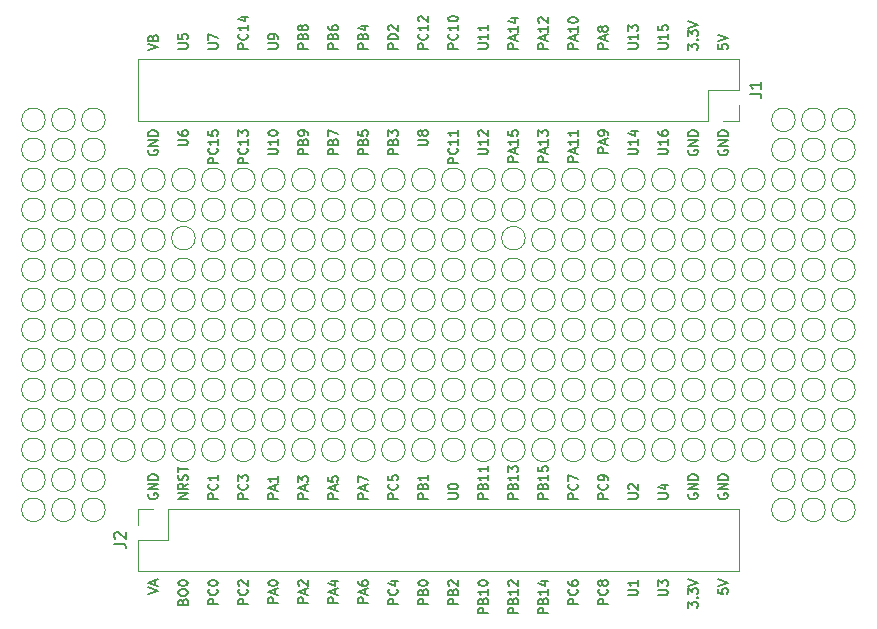
<source format=gbr>
G04 #@! TF.GenerationSoftware,KiCad,Pcbnew,7.0.6+dfsg-1*
G04 #@! TF.CreationDate,2023-07-25T09:51:37+08:00*
G04 #@! TF.ProjectId,proto,70726f74-6f2e-46b6-9963-61645f706362,a*
G04 #@! TF.SameCoordinates,Original*
G04 #@! TF.FileFunction,Legend,Top*
G04 #@! TF.FilePolarity,Positive*
%FSLAX46Y46*%
G04 Gerber Fmt 4.6, Leading zero omitted, Abs format (unit mm)*
G04 Created by KiCad (PCBNEW 7.0.6+dfsg-1) date 2023-07-25 09:51:37*
%MOMM*%
%LPD*%
G01*
G04 APERTURE LIST*
%ADD10C,0.150000*%
%ADD11C,0.120000*%
G04 APERTURE END LIST*
D10*
X147682295Y-119745112D02*
X146882295Y-119745112D01*
X146882295Y-119745112D02*
X146882295Y-119440350D01*
X146882295Y-119440350D02*
X146920390Y-119364160D01*
X146920390Y-119364160D02*
X146958485Y-119326065D01*
X146958485Y-119326065D02*
X147034676Y-119287969D01*
X147034676Y-119287969D02*
X147148961Y-119287969D01*
X147148961Y-119287969D02*
X147225152Y-119326065D01*
X147225152Y-119326065D02*
X147263247Y-119364160D01*
X147263247Y-119364160D02*
X147301342Y-119440350D01*
X147301342Y-119440350D02*
X147301342Y-119745112D01*
X147263247Y-118678446D02*
X147301342Y-118564160D01*
X147301342Y-118564160D02*
X147339438Y-118526065D01*
X147339438Y-118526065D02*
X147415628Y-118487969D01*
X147415628Y-118487969D02*
X147529914Y-118487969D01*
X147529914Y-118487969D02*
X147606104Y-118526065D01*
X147606104Y-118526065D02*
X147644200Y-118564160D01*
X147644200Y-118564160D02*
X147682295Y-118640350D01*
X147682295Y-118640350D02*
X147682295Y-118945112D01*
X147682295Y-118945112D02*
X146882295Y-118945112D01*
X146882295Y-118945112D02*
X146882295Y-118678446D01*
X146882295Y-118678446D02*
X146920390Y-118602255D01*
X146920390Y-118602255D02*
X146958485Y-118564160D01*
X146958485Y-118564160D02*
X147034676Y-118526065D01*
X147034676Y-118526065D02*
X147110866Y-118526065D01*
X147110866Y-118526065D02*
X147187057Y-118564160D01*
X147187057Y-118564160D02*
X147225152Y-118602255D01*
X147225152Y-118602255D02*
X147263247Y-118678446D01*
X147263247Y-118678446D02*
X147263247Y-118945112D01*
X146958485Y-118183208D02*
X146920390Y-118145112D01*
X146920390Y-118145112D02*
X146882295Y-118068922D01*
X146882295Y-118068922D02*
X146882295Y-117878446D01*
X146882295Y-117878446D02*
X146920390Y-117802255D01*
X146920390Y-117802255D02*
X146958485Y-117764160D01*
X146958485Y-117764160D02*
X147034676Y-117726065D01*
X147034676Y-117726065D02*
X147110866Y-117726065D01*
X147110866Y-117726065D02*
X147225152Y-117764160D01*
X147225152Y-117764160D02*
X147682295Y-118221303D01*
X147682295Y-118221303D02*
X147682295Y-117726065D01*
X155302295Y-82292731D02*
X154502295Y-82292731D01*
X154502295Y-82292731D02*
X154502295Y-81987969D01*
X154502295Y-81987969D02*
X154540390Y-81911779D01*
X154540390Y-81911779D02*
X154578485Y-81873684D01*
X154578485Y-81873684D02*
X154654676Y-81835588D01*
X154654676Y-81835588D02*
X154768961Y-81835588D01*
X154768961Y-81835588D02*
X154845152Y-81873684D01*
X154845152Y-81873684D02*
X154883247Y-81911779D01*
X154883247Y-81911779D02*
X154921342Y-81987969D01*
X154921342Y-81987969D02*
X154921342Y-82292731D01*
X155073723Y-81530827D02*
X155073723Y-81149874D01*
X155302295Y-81607017D02*
X154502295Y-81340350D01*
X154502295Y-81340350D02*
X155302295Y-81073684D01*
X155302295Y-80387970D02*
X155302295Y-80845113D01*
X155302295Y-80616541D02*
X154502295Y-80616541D01*
X154502295Y-80616541D02*
X154616580Y-80692732D01*
X154616580Y-80692732D02*
X154692771Y-80768922D01*
X154692771Y-80768922D02*
X154730866Y-80845113D01*
X154502295Y-80121303D02*
X154502295Y-79626065D01*
X154502295Y-79626065D02*
X154807057Y-79892731D01*
X154807057Y-79892731D02*
X154807057Y-79778446D01*
X154807057Y-79778446D02*
X154845152Y-79702255D01*
X154845152Y-79702255D02*
X154883247Y-79664160D01*
X154883247Y-79664160D02*
X154959438Y-79626065D01*
X154959438Y-79626065D02*
X155149914Y-79626065D01*
X155149914Y-79626065D02*
X155226104Y-79664160D01*
X155226104Y-79664160D02*
X155264200Y-79702255D01*
X155264200Y-79702255D02*
X155302295Y-79778446D01*
X155302295Y-79778446D02*
X155302295Y-80007017D01*
X155302295Y-80007017D02*
X155264200Y-80083208D01*
X155264200Y-80083208D02*
X155226104Y-80121303D01*
X167240390Y-110416792D02*
X167202295Y-110492982D01*
X167202295Y-110492982D02*
X167202295Y-110607268D01*
X167202295Y-110607268D02*
X167240390Y-110721554D01*
X167240390Y-110721554D02*
X167316580Y-110797744D01*
X167316580Y-110797744D02*
X167392771Y-110835839D01*
X167392771Y-110835839D02*
X167545152Y-110873935D01*
X167545152Y-110873935D02*
X167659438Y-110873935D01*
X167659438Y-110873935D02*
X167811819Y-110835839D01*
X167811819Y-110835839D02*
X167888009Y-110797744D01*
X167888009Y-110797744D02*
X167964200Y-110721554D01*
X167964200Y-110721554D02*
X168002295Y-110607268D01*
X168002295Y-110607268D02*
X168002295Y-110531077D01*
X168002295Y-110531077D02*
X167964200Y-110416792D01*
X167964200Y-110416792D02*
X167926104Y-110378696D01*
X167926104Y-110378696D02*
X167659438Y-110378696D01*
X167659438Y-110378696D02*
X167659438Y-110531077D01*
X168002295Y-110035839D02*
X167202295Y-110035839D01*
X167202295Y-110035839D02*
X168002295Y-109578696D01*
X168002295Y-109578696D02*
X167202295Y-109578696D01*
X168002295Y-109197744D02*
X167202295Y-109197744D01*
X167202295Y-109197744D02*
X167202295Y-109007268D01*
X167202295Y-109007268D02*
X167240390Y-108892982D01*
X167240390Y-108892982D02*
X167316580Y-108816792D01*
X167316580Y-108816792D02*
X167392771Y-108778697D01*
X167392771Y-108778697D02*
X167545152Y-108740601D01*
X167545152Y-108740601D02*
X167659438Y-108740601D01*
X167659438Y-108740601D02*
X167811819Y-108778697D01*
X167811819Y-108778697D02*
X167888009Y-108816792D01*
X167888009Y-108816792D02*
X167964200Y-108892982D01*
X167964200Y-108892982D02*
X168002295Y-109007268D01*
X168002295Y-109007268D02*
X168002295Y-109197744D01*
X152762295Y-72735839D02*
X151962295Y-72735839D01*
X151962295Y-72735839D02*
X151962295Y-72431077D01*
X151962295Y-72431077D02*
X152000390Y-72354887D01*
X152000390Y-72354887D02*
X152038485Y-72316792D01*
X152038485Y-72316792D02*
X152114676Y-72278696D01*
X152114676Y-72278696D02*
X152228961Y-72278696D01*
X152228961Y-72278696D02*
X152305152Y-72316792D01*
X152305152Y-72316792D02*
X152343247Y-72354887D01*
X152343247Y-72354887D02*
X152381342Y-72431077D01*
X152381342Y-72431077D02*
X152381342Y-72735839D01*
X152533723Y-71973935D02*
X152533723Y-71592982D01*
X152762295Y-72050125D02*
X151962295Y-71783458D01*
X151962295Y-71783458D02*
X152762295Y-71516792D01*
X152762295Y-70831078D02*
X152762295Y-71288221D01*
X152762295Y-71059649D02*
X151962295Y-71059649D01*
X151962295Y-71059649D02*
X152076580Y-71135840D01*
X152076580Y-71135840D02*
X152152771Y-71212030D01*
X152152771Y-71212030D02*
X152190866Y-71288221D01*
X152228961Y-70145363D02*
X152762295Y-70145363D01*
X151924200Y-70335839D02*
X152495628Y-70526316D01*
X152495628Y-70526316D02*
X152495628Y-70031077D01*
X152762295Y-82292731D02*
X151962295Y-82292731D01*
X151962295Y-82292731D02*
X151962295Y-81987969D01*
X151962295Y-81987969D02*
X152000390Y-81911779D01*
X152000390Y-81911779D02*
X152038485Y-81873684D01*
X152038485Y-81873684D02*
X152114676Y-81835588D01*
X152114676Y-81835588D02*
X152228961Y-81835588D01*
X152228961Y-81835588D02*
X152305152Y-81873684D01*
X152305152Y-81873684D02*
X152343247Y-81911779D01*
X152343247Y-81911779D02*
X152381342Y-81987969D01*
X152381342Y-81987969D02*
X152381342Y-82292731D01*
X152533723Y-81530827D02*
X152533723Y-81149874D01*
X152762295Y-81607017D02*
X151962295Y-81340350D01*
X151962295Y-81340350D02*
X152762295Y-81073684D01*
X152762295Y-80387970D02*
X152762295Y-80845113D01*
X152762295Y-80616541D02*
X151962295Y-80616541D01*
X151962295Y-80616541D02*
X152076580Y-80692732D01*
X152076580Y-80692732D02*
X152152771Y-80768922D01*
X152152771Y-80768922D02*
X152190866Y-80845113D01*
X151962295Y-79664160D02*
X151962295Y-80045112D01*
X151962295Y-80045112D02*
X152343247Y-80083208D01*
X152343247Y-80083208D02*
X152305152Y-80045112D01*
X152305152Y-80045112D02*
X152267057Y-79968922D01*
X152267057Y-79968922D02*
X152267057Y-79778446D01*
X152267057Y-79778446D02*
X152305152Y-79702255D01*
X152305152Y-79702255D02*
X152343247Y-79664160D01*
X152343247Y-79664160D02*
X152419438Y-79626065D01*
X152419438Y-79626065D02*
X152609914Y-79626065D01*
X152609914Y-79626065D02*
X152686104Y-79664160D01*
X152686104Y-79664160D02*
X152724200Y-79702255D01*
X152724200Y-79702255D02*
X152762295Y-79778446D01*
X152762295Y-79778446D02*
X152762295Y-79968922D01*
X152762295Y-79968922D02*
X152724200Y-80045112D01*
X152724200Y-80045112D02*
X152686104Y-80083208D01*
X137522295Y-72735839D02*
X136722295Y-72735839D01*
X136722295Y-72735839D02*
X136722295Y-72431077D01*
X136722295Y-72431077D02*
X136760390Y-72354887D01*
X136760390Y-72354887D02*
X136798485Y-72316792D01*
X136798485Y-72316792D02*
X136874676Y-72278696D01*
X136874676Y-72278696D02*
X136988961Y-72278696D01*
X136988961Y-72278696D02*
X137065152Y-72316792D01*
X137065152Y-72316792D02*
X137103247Y-72354887D01*
X137103247Y-72354887D02*
X137141342Y-72431077D01*
X137141342Y-72431077D02*
X137141342Y-72735839D01*
X137103247Y-71669173D02*
X137141342Y-71554887D01*
X137141342Y-71554887D02*
X137179438Y-71516792D01*
X137179438Y-71516792D02*
X137255628Y-71478696D01*
X137255628Y-71478696D02*
X137369914Y-71478696D01*
X137369914Y-71478696D02*
X137446104Y-71516792D01*
X137446104Y-71516792D02*
X137484200Y-71554887D01*
X137484200Y-71554887D02*
X137522295Y-71631077D01*
X137522295Y-71631077D02*
X137522295Y-71935839D01*
X137522295Y-71935839D02*
X136722295Y-71935839D01*
X136722295Y-71935839D02*
X136722295Y-71669173D01*
X136722295Y-71669173D02*
X136760390Y-71592982D01*
X136760390Y-71592982D02*
X136798485Y-71554887D01*
X136798485Y-71554887D02*
X136874676Y-71516792D01*
X136874676Y-71516792D02*
X136950866Y-71516792D01*
X136950866Y-71516792D02*
X137027057Y-71554887D01*
X137027057Y-71554887D02*
X137065152Y-71592982D01*
X137065152Y-71592982D02*
X137103247Y-71669173D01*
X137103247Y-71669173D02*
X137103247Y-71935839D01*
X136722295Y-70792982D02*
X136722295Y-70945363D01*
X136722295Y-70945363D02*
X136760390Y-71021554D01*
X136760390Y-71021554D02*
X136798485Y-71059649D01*
X136798485Y-71059649D02*
X136912771Y-71135839D01*
X136912771Y-71135839D02*
X137065152Y-71173935D01*
X137065152Y-71173935D02*
X137369914Y-71173935D01*
X137369914Y-71173935D02*
X137446104Y-71135839D01*
X137446104Y-71135839D02*
X137484200Y-71097744D01*
X137484200Y-71097744D02*
X137522295Y-71021554D01*
X137522295Y-71021554D02*
X137522295Y-70869173D01*
X137522295Y-70869173D02*
X137484200Y-70792982D01*
X137484200Y-70792982D02*
X137446104Y-70754887D01*
X137446104Y-70754887D02*
X137369914Y-70716792D01*
X137369914Y-70716792D02*
X137179438Y-70716792D01*
X137179438Y-70716792D02*
X137103247Y-70754887D01*
X137103247Y-70754887D02*
X137065152Y-70792982D01*
X137065152Y-70792982D02*
X137027057Y-70869173D01*
X137027057Y-70869173D02*
X137027057Y-71021554D01*
X137027057Y-71021554D02*
X137065152Y-71097744D01*
X137065152Y-71097744D02*
X137103247Y-71135839D01*
X137103247Y-71135839D02*
X137179438Y-71173935D01*
X152762295Y-120507017D02*
X151962295Y-120507017D01*
X151962295Y-120507017D02*
X151962295Y-120202255D01*
X151962295Y-120202255D02*
X152000390Y-120126065D01*
X152000390Y-120126065D02*
X152038485Y-120087970D01*
X152038485Y-120087970D02*
X152114676Y-120049874D01*
X152114676Y-120049874D02*
X152228961Y-120049874D01*
X152228961Y-120049874D02*
X152305152Y-120087970D01*
X152305152Y-120087970D02*
X152343247Y-120126065D01*
X152343247Y-120126065D02*
X152381342Y-120202255D01*
X152381342Y-120202255D02*
X152381342Y-120507017D01*
X152343247Y-119440351D02*
X152381342Y-119326065D01*
X152381342Y-119326065D02*
X152419438Y-119287970D01*
X152419438Y-119287970D02*
X152495628Y-119249874D01*
X152495628Y-119249874D02*
X152609914Y-119249874D01*
X152609914Y-119249874D02*
X152686104Y-119287970D01*
X152686104Y-119287970D02*
X152724200Y-119326065D01*
X152724200Y-119326065D02*
X152762295Y-119402255D01*
X152762295Y-119402255D02*
X152762295Y-119707017D01*
X152762295Y-119707017D02*
X151962295Y-119707017D01*
X151962295Y-119707017D02*
X151962295Y-119440351D01*
X151962295Y-119440351D02*
X152000390Y-119364160D01*
X152000390Y-119364160D02*
X152038485Y-119326065D01*
X152038485Y-119326065D02*
X152114676Y-119287970D01*
X152114676Y-119287970D02*
X152190866Y-119287970D01*
X152190866Y-119287970D02*
X152267057Y-119326065D01*
X152267057Y-119326065D02*
X152305152Y-119364160D01*
X152305152Y-119364160D02*
X152343247Y-119440351D01*
X152343247Y-119440351D02*
X152343247Y-119707017D01*
X152762295Y-118487970D02*
X152762295Y-118945113D01*
X152762295Y-118716541D02*
X151962295Y-118716541D01*
X151962295Y-118716541D02*
X152076580Y-118792732D01*
X152076580Y-118792732D02*
X152152771Y-118868922D01*
X152152771Y-118868922D02*
X152190866Y-118945113D01*
X152038485Y-118183208D02*
X152000390Y-118145112D01*
X152000390Y-118145112D02*
X151962295Y-118068922D01*
X151962295Y-118068922D02*
X151962295Y-117878446D01*
X151962295Y-117878446D02*
X152000390Y-117802255D01*
X152000390Y-117802255D02*
X152038485Y-117764160D01*
X152038485Y-117764160D02*
X152114676Y-117726065D01*
X152114676Y-117726065D02*
X152190866Y-117726065D01*
X152190866Y-117726065D02*
X152305152Y-117764160D01*
X152305152Y-117764160D02*
X152762295Y-118221303D01*
X152762295Y-118221303D02*
X152762295Y-117726065D01*
X152762295Y-110835839D02*
X151962295Y-110835839D01*
X151962295Y-110835839D02*
X151962295Y-110531077D01*
X151962295Y-110531077D02*
X152000390Y-110454887D01*
X152000390Y-110454887D02*
X152038485Y-110416792D01*
X152038485Y-110416792D02*
X152114676Y-110378696D01*
X152114676Y-110378696D02*
X152228961Y-110378696D01*
X152228961Y-110378696D02*
X152305152Y-110416792D01*
X152305152Y-110416792D02*
X152343247Y-110454887D01*
X152343247Y-110454887D02*
X152381342Y-110531077D01*
X152381342Y-110531077D02*
X152381342Y-110835839D01*
X152343247Y-109769173D02*
X152381342Y-109654887D01*
X152381342Y-109654887D02*
X152419438Y-109616792D01*
X152419438Y-109616792D02*
X152495628Y-109578696D01*
X152495628Y-109578696D02*
X152609914Y-109578696D01*
X152609914Y-109578696D02*
X152686104Y-109616792D01*
X152686104Y-109616792D02*
X152724200Y-109654887D01*
X152724200Y-109654887D02*
X152762295Y-109731077D01*
X152762295Y-109731077D02*
X152762295Y-110035839D01*
X152762295Y-110035839D02*
X151962295Y-110035839D01*
X151962295Y-110035839D02*
X151962295Y-109769173D01*
X151962295Y-109769173D02*
X152000390Y-109692982D01*
X152000390Y-109692982D02*
X152038485Y-109654887D01*
X152038485Y-109654887D02*
X152114676Y-109616792D01*
X152114676Y-109616792D02*
X152190866Y-109616792D01*
X152190866Y-109616792D02*
X152267057Y-109654887D01*
X152267057Y-109654887D02*
X152305152Y-109692982D01*
X152305152Y-109692982D02*
X152343247Y-109769173D01*
X152343247Y-109769173D02*
X152343247Y-110035839D01*
X152762295Y-108816792D02*
X152762295Y-109273935D01*
X152762295Y-109045363D02*
X151962295Y-109045363D01*
X151962295Y-109045363D02*
X152076580Y-109121554D01*
X152076580Y-109121554D02*
X152152771Y-109197744D01*
X152152771Y-109197744D02*
X152190866Y-109273935D01*
X151962295Y-108550125D02*
X151962295Y-108054887D01*
X151962295Y-108054887D02*
X152267057Y-108321553D01*
X152267057Y-108321553D02*
X152267057Y-108207268D01*
X152267057Y-108207268D02*
X152305152Y-108131077D01*
X152305152Y-108131077D02*
X152343247Y-108092982D01*
X152343247Y-108092982D02*
X152419438Y-108054887D01*
X152419438Y-108054887D02*
X152609914Y-108054887D01*
X152609914Y-108054887D02*
X152686104Y-108092982D01*
X152686104Y-108092982D02*
X152724200Y-108131077D01*
X152724200Y-108131077D02*
X152762295Y-108207268D01*
X152762295Y-108207268D02*
X152762295Y-108435839D01*
X152762295Y-108435839D02*
X152724200Y-108512030D01*
X152724200Y-108512030D02*
X152686104Y-108550125D01*
X157842295Y-119745112D02*
X157042295Y-119745112D01*
X157042295Y-119745112D02*
X157042295Y-119440350D01*
X157042295Y-119440350D02*
X157080390Y-119364160D01*
X157080390Y-119364160D02*
X157118485Y-119326065D01*
X157118485Y-119326065D02*
X157194676Y-119287969D01*
X157194676Y-119287969D02*
X157308961Y-119287969D01*
X157308961Y-119287969D02*
X157385152Y-119326065D01*
X157385152Y-119326065D02*
X157423247Y-119364160D01*
X157423247Y-119364160D02*
X157461342Y-119440350D01*
X157461342Y-119440350D02*
X157461342Y-119745112D01*
X157766104Y-118487969D02*
X157804200Y-118526065D01*
X157804200Y-118526065D02*
X157842295Y-118640350D01*
X157842295Y-118640350D02*
X157842295Y-118716541D01*
X157842295Y-118716541D02*
X157804200Y-118830827D01*
X157804200Y-118830827D02*
X157728009Y-118907017D01*
X157728009Y-118907017D02*
X157651819Y-118945112D01*
X157651819Y-118945112D02*
X157499438Y-118983208D01*
X157499438Y-118983208D02*
X157385152Y-118983208D01*
X157385152Y-118983208D02*
X157232771Y-118945112D01*
X157232771Y-118945112D02*
X157156580Y-118907017D01*
X157156580Y-118907017D02*
X157080390Y-118830827D01*
X157080390Y-118830827D02*
X157042295Y-118716541D01*
X157042295Y-118716541D02*
X157042295Y-118640350D01*
X157042295Y-118640350D02*
X157080390Y-118526065D01*
X157080390Y-118526065D02*
X157118485Y-118487969D01*
X157042295Y-117802255D02*
X157042295Y-117954636D01*
X157042295Y-117954636D02*
X157080390Y-118030827D01*
X157080390Y-118030827D02*
X157118485Y-118068922D01*
X157118485Y-118068922D02*
X157232771Y-118145112D01*
X157232771Y-118145112D02*
X157385152Y-118183208D01*
X157385152Y-118183208D02*
X157689914Y-118183208D01*
X157689914Y-118183208D02*
X157766104Y-118145112D01*
X157766104Y-118145112D02*
X157804200Y-118107017D01*
X157804200Y-118107017D02*
X157842295Y-118030827D01*
X157842295Y-118030827D02*
X157842295Y-117878446D01*
X157842295Y-117878446D02*
X157804200Y-117802255D01*
X157804200Y-117802255D02*
X157766104Y-117764160D01*
X157766104Y-117764160D02*
X157689914Y-117726065D01*
X157689914Y-117726065D02*
X157499438Y-117726065D01*
X157499438Y-117726065D02*
X157423247Y-117764160D01*
X157423247Y-117764160D02*
X157385152Y-117802255D01*
X157385152Y-117802255D02*
X157347057Y-117878446D01*
X157347057Y-117878446D02*
X157347057Y-118030827D01*
X157347057Y-118030827D02*
X157385152Y-118107017D01*
X157385152Y-118107017D02*
X157423247Y-118145112D01*
X157423247Y-118145112D02*
X157499438Y-118183208D01*
X155302295Y-120507017D02*
X154502295Y-120507017D01*
X154502295Y-120507017D02*
X154502295Y-120202255D01*
X154502295Y-120202255D02*
X154540390Y-120126065D01*
X154540390Y-120126065D02*
X154578485Y-120087970D01*
X154578485Y-120087970D02*
X154654676Y-120049874D01*
X154654676Y-120049874D02*
X154768961Y-120049874D01*
X154768961Y-120049874D02*
X154845152Y-120087970D01*
X154845152Y-120087970D02*
X154883247Y-120126065D01*
X154883247Y-120126065D02*
X154921342Y-120202255D01*
X154921342Y-120202255D02*
X154921342Y-120507017D01*
X154883247Y-119440351D02*
X154921342Y-119326065D01*
X154921342Y-119326065D02*
X154959438Y-119287970D01*
X154959438Y-119287970D02*
X155035628Y-119249874D01*
X155035628Y-119249874D02*
X155149914Y-119249874D01*
X155149914Y-119249874D02*
X155226104Y-119287970D01*
X155226104Y-119287970D02*
X155264200Y-119326065D01*
X155264200Y-119326065D02*
X155302295Y-119402255D01*
X155302295Y-119402255D02*
X155302295Y-119707017D01*
X155302295Y-119707017D02*
X154502295Y-119707017D01*
X154502295Y-119707017D02*
X154502295Y-119440351D01*
X154502295Y-119440351D02*
X154540390Y-119364160D01*
X154540390Y-119364160D02*
X154578485Y-119326065D01*
X154578485Y-119326065D02*
X154654676Y-119287970D01*
X154654676Y-119287970D02*
X154730866Y-119287970D01*
X154730866Y-119287970D02*
X154807057Y-119326065D01*
X154807057Y-119326065D02*
X154845152Y-119364160D01*
X154845152Y-119364160D02*
X154883247Y-119440351D01*
X154883247Y-119440351D02*
X154883247Y-119707017D01*
X155302295Y-118487970D02*
X155302295Y-118945113D01*
X155302295Y-118716541D02*
X154502295Y-118716541D01*
X154502295Y-118716541D02*
X154616580Y-118792732D01*
X154616580Y-118792732D02*
X154692771Y-118868922D01*
X154692771Y-118868922D02*
X154730866Y-118945113D01*
X154768961Y-117802255D02*
X155302295Y-117802255D01*
X154464200Y-117992731D02*
X155035628Y-118183208D01*
X155035628Y-118183208D02*
X155035628Y-117687969D01*
X131642295Y-72735839D02*
X132289914Y-72735839D01*
X132289914Y-72735839D02*
X132366104Y-72697744D01*
X132366104Y-72697744D02*
X132404200Y-72659649D01*
X132404200Y-72659649D02*
X132442295Y-72583458D01*
X132442295Y-72583458D02*
X132442295Y-72431077D01*
X132442295Y-72431077D02*
X132404200Y-72354887D01*
X132404200Y-72354887D02*
X132366104Y-72316792D01*
X132366104Y-72316792D02*
X132289914Y-72278696D01*
X132289914Y-72278696D02*
X131642295Y-72278696D01*
X132442295Y-71859649D02*
X132442295Y-71707268D01*
X132442295Y-71707268D02*
X132404200Y-71631078D01*
X132404200Y-71631078D02*
X132366104Y-71592982D01*
X132366104Y-71592982D02*
X132251819Y-71516792D01*
X132251819Y-71516792D02*
X132099438Y-71478697D01*
X132099438Y-71478697D02*
X131794676Y-71478697D01*
X131794676Y-71478697D02*
X131718485Y-71516792D01*
X131718485Y-71516792D02*
X131680390Y-71554887D01*
X131680390Y-71554887D02*
X131642295Y-71631078D01*
X131642295Y-71631078D02*
X131642295Y-71783459D01*
X131642295Y-71783459D02*
X131680390Y-71859649D01*
X131680390Y-71859649D02*
X131718485Y-71897744D01*
X131718485Y-71897744D02*
X131794676Y-71935840D01*
X131794676Y-71935840D02*
X131985152Y-71935840D01*
X131985152Y-71935840D02*
X132061342Y-71897744D01*
X132061342Y-71897744D02*
X132099438Y-71859649D01*
X132099438Y-71859649D02*
X132137533Y-71783459D01*
X132137533Y-71783459D02*
X132137533Y-71631078D01*
X132137533Y-71631078D02*
X132099438Y-71554887D01*
X132099438Y-71554887D02*
X132061342Y-71516792D01*
X132061342Y-71516792D02*
X131985152Y-71478697D01*
X145142295Y-110835839D02*
X144342295Y-110835839D01*
X144342295Y-110835839D02*
X144342295Y-110531077D01*
X144342295Y-110531077D02*
X144380390Y-110454887D01*
X144380390Y-110454887D02*
X144418485Y-110416792D01*
X144418485Y-110416792D02*
X144494676Y-110378696D01*
X144494676Y-110378696D02*
X144608961Y-110378696D01*
X144608961Y-110378696D02*
X144685152Y-110416792D01*
X144685152Y-110416792D02*
X144723247Y-110454887D01*
X144723247Y-110454887D02*
X144761342Y-110531077D01*
X144761342Y-110531077D02*
X144761342Y-110835839D01*
X144723247Y-109769173D02*
X144761342Y-109654887D01*
X144761342Y-109654887D02*
X144799438Y-109616792D01*
X144799438Y-109616792D02*
X144875628Y-109578696D01*
X144875628Y-109578696D02*
X144989914Y-109578696D01*
X144989914Y-109578696D02*
X145066104Y-109616792D01*
X145066104Y-109616792D02*
X145104200Y-109654887D01*
X145104200Y-109654887D02*
X145142295Y-109731077D01*
X145142295Y-109731077D02*
X145142295Y-110035839D01*
X145142295Y-110035839D02*
X144342295Y-110035839D01*
X144342295Y-110035839D02*
X144342295Y-109769173D01*
X144342295Y-109769173D02*
X144380390Y-109692982D01*
X144380390Y-109692982D02*
X144418485Y-109654887D01*
X144418485Y-109654887D02*
X144494676Y-109616792D01*
X144494676Y-109616792D02*
X144570866Y-109616792D01*
X144570866Y-109616792D02*
X144647057Y-109654887D01*
X144647057Y-109654887D02*
X144685152Y-109692982D01*
X144685152Y-109692982D02*
X144723247Y-109769173D01*
X144723247Y-109769173D02*
X144723247Y-110035839D01*
X145142295Y-108816792D02*
X145142295Y-109273935D01*
X145142295Y-109045363D02*
X144342295Y-109045363D01*
X144342295Y-109045363D02*
X144456580Y-109121554D01*
X144456580Y-109121554D02*
X144532771Y-109197744D01*
X144532771Y-109197744D02*
X144570866Y-109273935D01*
X167240390Y-81302255D02*
X167202295Y-81378445D01*
X167202295Y-81378445D02*
X167202295Y-81492731D01*
X167202295Y-81492731D02*
X167240390Y-81607017D01*
X167240390Y-81607017D02*
X167316580Y-81683207D01*
X167316580Y-81683207D02*
X167392771Y-81721302D01*
X167392771Y-81721302D02*
X167545152Y-81759398D01*
X167545152Y-81759398D02*
X167659438Y-81759398D01*
X167659438Y-81759398D02*
X167811819Y-81721302D01*
X167811819Y-81721302D02*
X167888009Y-81683207D01*
X167888009Y-81683207D02*
X167964200Y-81607017D01*
X167964200Y-81607017D02*
X168002295Y-81492731D01*
X168002295Y-81492731D02*
X168002295Y-81416540D01*
X168002295Y-81416540D02*
X167964200Y-81302255D01*
X167964200Y-81302255D02*
X167926104Y-81264159D01*
X167926104Y-81264159D02*
X167659438Y-81264159D01*
X167659438Y-81264159D02*
X167659438Y-81416540D01*
X168002295Y-80921302D02*
X167202295Y-80921302D01*
X167202295Y-80921302D02*
X168002295Y-80464159D01*
X168002295Y-80464159D02*
X167202295Y-80464159D01*
X168002295Y-80083207D02*
X167202295Y-80083207D01*
X167202295Y-80083207D02*
X167202295Y-79892731D01*
X167202295Y-79892731D02*
X167240390Y-79778445D01*
X167240390Y-79778445D02*
X167316580Y-79702255D01*
X167316580Y-79702255D02*
X167392771Y-79664160D01*
X167392771Y-79664160D02*
X167545152Y-79626064D01*
X167545152Y-79626064D02*
X167659438Y-79626064D01*
X167659438Y-79626064D02*
X167811819Y-79664160D01*
X167811819Y-79664160D02*
X167888009Y-79702255D01*
X167888009Y-79702255D02*
X167964200Y-79778445D01*
X167964200Y-79778445D02*
X168002295Y-79892731D01*
X168002295Y-79892731D02*
X168002295Y-80083207D01*
X149422295Y-81645112D02*
X150069914Y-81645112D01*
X150069914Y-81645112D02*
X150146104Y-81607017D01*
X150146104Y-81607017D02*
X150184200Y-81568922D01*
X150184200Y-81568922D02*
X150222295Y-81492731D01*
X150222295Y-81492731D02*
X150222295Y-81340350D01*
X150222295Y-81340350D02*
X150184200Y-81264160D01*
X150184200Y-81264160D02*
X150146104Y-81226065D01*
X150146104Y-81226065D02*
X150069914Y-81187969D01*
X150069914Y-81187969D02*
X149422295Y-81187969D01*
X150222295Y-80387970D02*
X150222295Y-80845113D01*
X150222295Y-80616541D02*
X149422295Y-80616541D01*
X149422295Y-80616541D02*
X149536580Y-80692732D01*
X149536580Y-80692732D02*
X149612771Y-80768922D01*
X149612771Y-80768922D02*
X149650866Y-80845113D01*
X149498485Y-80083208D02*
X149460390Y-80045112D01*
X149460390Y-80045112D02*
X149422295Y-79968922D01*
X149422295Y-79968922D02*
X149422295Y-79778446D01*
X149422295Y-79778446D02*
X149460390Y-79702255D01*
X149460390Y-79702255D02*
X149498485Y-79664160D01*
X149498485Y-79664160D02*
X149574676Y-79626065D01*
X149574676Y-79626065D02*
X149650866Y-79626065D01*
X149650866Y-79626065D02*
X149765152Y-79664160D01*
X149765152Y-79664160D02*
X150222295Y-80121303D01*
X150222295Y-80121303D02*
X150222295Y-79626065D01*
X129902295Y-119745112D02*
X129102295Y-119745112D01*
X129102295Y-119745112D02*
X129102295Y-119440350D01*
X129102295Y-119440350D02*
X129140390Y-119364160D01*
X129140390Y-119364160D02*
X129178485Y-119326065D01*
X129178485Y-119326065D02*
X129254676Y-119287969D01*
X129254676Y-119287969D02*
X129368961Y-119287969D01*
X129368961Y-119287969D02*
X129445152Y-119326065D01*
X129445152Y-119326065D02*
X129483247Y-119364160D01*
X129483247Y-119364160D02*
X129521342Y-119440350D01*
X129521342Y-119440350D02*
X129521342Y-119745112D01*
X129826104Y-118487969D02*
X129864200Y-118526065D01*
X129864200Y-118526065D02*
X129902295Y-118640350D01*
X129902295Y-118640350D02*
X129902295Y-118716541D01*
X129902295Y-118716541D02*
X129864200Y-118830827D01*
X129864200Y-118830827D02*
X129788009Y-118907017D01*
X129788009Y-118907017D02*
X129711819Y-118945112D01*
X129711819Y-118945112D02*
X129559438Y-118983208D01*
X129559438Y-118983208D02*
X129445152Y-118983208D01*
X129445152Y-118983208D02*
X129292771Y-118945112D01*
X129292771Y-118945112D02*
X129216580Y-118907017D01*
X129216580Y-118907017D02*
X129140390Y-118830827D01*
X129140390Y-118830827D02*
X129102295Y-118716541D01*
X129102295Y-118716541D02*
X129102295Y-118640350D01*
X129102295Y-118640350D02*
X129140390Y-118526065D01*
X129140390Y-118526065D02*
X129178485Y-118487969D01*
X129178485Y-118183208D02*
X129140390Y-118145112D01*
X129140390Y-118145112D02*
X129102295Y-118068922D01*
X129102295Y-118068922D02*
X129102295Y-117878446D01*
X129102295Y-117878446D02*
X129140390Y-117802255D01*
X129140390Y-117802255D02*
X129178485Y-117764160D01*
X129178485Y-117764160D02*
X129254676Y-117726065D01*
X129254676Y-117726065D02*
X129330866Y-117726065D01*
X129330866Y-117726065D02*
X129445152Y-117764160D01*
X129445152Y-117764160D02*
X129902295Y-118221303D01*
X129902295Y-118221303D02*
X129902295Y-117726065D01*
X140062295Y-72735839D02*
X139262295Y-72735839D01*
X139262295Y-72735839D02*
X139262295Y-72431077D01*
X139262295Y-72431077D02*
X139300390Y-72354887D01*
X139300390Y-72354887D02*
X139338485Y-72316792D01*
X139338485Y-72316792D02*
X139414676Y-72278696D01*
X139414676Y-72278696D02*
X139528961Y-72278696D01*
X139528961Y-72278696D02*
X139605152Y-72316792D01*
X139605152Y-72316792D02*
X139643247Y-72354887D01*
X139643247Y-72354887D02*
X139681342Y-72431077D01*
X139681342Y-72431077D02*
X139681342Y-72735839D01*
X139643247Y-71669173D02*
X139681342Y-71554887D01*
X139681342Y-71554887D02*
X139719438Y-71516792D01*
X139719438Y-71516792D02*
X139795628Y-71478696D01*
X139795628Y-71478696D02*
X139909914Y-71478696D01*
X139909914Y-71478696D02*
X139986104Y-71516792D01*
X139986104Y-71516792D02*
X140024200Y-71554887D01*
X140024200Y-71554887D02*
X140062295Y-71631077D01*
X140062295Y-71631077D02*
X140062295Y-71935839D01*
X140062295Y-71935839D02*
X139262295Y-71935839D01*
X139262295Y-71935839D02*
X139262295Y-71669173D01*
X139262295Y-71669173D02*
X139300390Y-71592982D01*
X139300390Y-71592982D02*
X139338485Y-71554887D01*
X139338485Y-71554887D02*
X139414676Y-71516792D01*
X139414676Y-71516792D02*
X139490866Y-71516792D01*
X139490866Y-71516792D02*
X139567057Y-71554887D01*
X139567057Y-71554887D02*
X139605152Y-71592982D01*
X139605152Y-71592982D02*
X139643247Y-71669173D01*
X139643247Y-71669173D02*
X139643247Y-71935839D01*
X139528961Y-70792982D02*
X140062295Y-70792982D01*
X139224200Y-70983458D02*
X139795628Y-71173935D01*
X139795628Y-71173935D02*
X139795628Y-70678696D01*
X150222295Y-120507017D02*
X149422295Y-120507017D01*
X149422295Y-120507017D02*
X149422295Y-120202255D01*
X149422295Y-120202255D02*
X149460390Y-120126065D01*
X149460390Y-120126065D02*
X149498485Y-120087970D01*
X149498485Y-120087970D02*
X149574676Y-120049874D01*
X149574676Y-120049874D02*
X149688961Y-120049874D01*
X149688961Y-120049874D02*
X149765152Y-120087970D01*
X149765152Y-120087970D02*
X149803247Y-120126065D01*
X149803247Y-120126065D02*
X149841342Y-120202255D01*
X149841342Y-120202255D02*
X149841342Y-120507017D01*
X149803247Y-119440351D02*
X149841342Y-119326065D01*
X149841342Y-119326065D02*
X149879438Y-119287970D01*
X149879438Y-119287970D02*
X149955628Y-119249874D01*
X149955628Y-119249874D02*
X150069914Y-119249874D01*
X150069914Y-119249874D02*
X150146104Y-119287970D01*
X150146104Y-119287970D02*
X150184200Y-119326065D01*
X150184200Y-119326065D02*
X150222295Y-119402255D01*
X150222295Y-119402255D02*
X150222295Y-119707017D01*
X150222295Y-119707017D02*
X149422295Y-119707017D01*
X149422295Y-119707017D02*
X149422295Y-119440351D01*
X149422295Y-119440351D02*
X149460390Y-119364160D01*
X149460390Y-119364160D02*
X149498485Y-119326065D01*
X149498485Y-119326065D02*
X149574676Y-119287970D01*
X149574676Y-119287970D02*
X149650866Y-119287970D01*
X149650866Y-119287970D02*
X149727057Y-119326065D01*
X149727057Y-119326065D02*
X149765152Y-119364160D01*
X149765152Y-119364160D02*
X149803247Y-119440351D01*
X149803247Y-119440351D02*
X149803247Y-119707017D01*
X150222295Y-118487970D02*
X150222295Y-118945113D01*
X150222295Y-118716541D02*
X149422295Y-118716541D01*
X149422295Y-118716541D02*
X149536580Y-118792732D01*
X149536580Y-118792732D02*
X149612771Y-118868922D01*
X149612771Y-118868922D02*
X149650866Y-118945113D01*
X149422295Y-117992731D02*
X149422295Y-117916541D01*
X149422295Y-117916541D02*
X149460390Y-117840350D01*
X149460390Y-117840350D02*
X149498485Y-117802255D01*
X149498485Y-117802255D02*
X149574676Y-117764160D01*
X149574676Y-117764160D02*
X149727057Y-117726065D01*
X149727057Y-117726065D02*
X149917533Y-117726065D01*
X149917533Y-117726065D02*
X150069914Y-117764160D01*
X150069914Y-117764160D02*
X150146104Y-117802255D01*
X150146104Y-117802255D02*
X150184200Y-117840350D01*
X150184200Y-117840350D02*
X150222295Y-117916541D01*
X150222295Y-117916541D02*
X150222295Y-117992731D01*
X150222295Y-117992731D02*
X150184200Y-118068922D01*
X150184200Y-118068922D02*
X150146104Y-118107017D01*
X150146104Y-118107017D02*
X150069914Y-118145112D01*
X150069914Y-118145112D02*
X149917533Y-118183208D01*
X149917533Y-118183208D02*
X149727057Y-118183208D01*
X149727057Y-118183208D02*
X149574676Y-118145112D01*
X149574676Y-118145112D02*
X149498485Y-118107017D01*
X149498485Y-118107017D02*
X149460390Y-118068922D01*
X149460390Y-118068922D02*
X149422295Y-117992731D01*
X164662295Y-118983207D02*
X165309914Y-118983207D01*
X165309914Y-118983207D02*
X165386104Y-118945112D01*
X165386104Y-118945112D02*
X165424200Y-118907017D01*
X165424200Y-118907017D02*
X165462295Y-118830826D01*
X165462295Y-118830826D02*
X165462295Y-118678445D01*
X165462295Y-118678445D02*
X165424200Y-118602255D01*
X165424200Y-118602255D02*
X165386104Y-118564160D01*
X165386104Y-118564160D02*
X165309914Y-118526064D01*
X165309914Y-118526064D02*
X164662295Y-118526064D01*
X164662295Y-118221303D02*
X164662295Y-117726065D01*
X164662295Y-117726065D02*
X164967057Y-117992731D01*
X164967057Y-117992731D02*
X164967057Y-117878446D01*
X164967057Y-117878446D02*
X165005152Y-117802255D01*
X165005152Y-117802255D02*
X165043247Y-117764160D01*
X165043247Y-117764160D02*
X165119438Y-117726065D01*
X165119438Y-117726065D02*
X165309914Y-117726065D01*
X165309914Y-117726065D02*
X165386104Y-117764160D01*
X165386104Y-117764160D02*
X165424200Y-117802255D01*
X165424200Y-117802255D02*
X165462295Y-117878446D01*
X165462295Y-117878446D02*
X165462295Y-118107017D01*
X165462295Y-118107017D02*
X165424200Y-118183208D01*
X165424200Y-118183208D02*
X165386104Y-118221303D01*
X162122295Y-81645112D02*
X162769914Y-81645112D01*
X162769914Y-81645112D02*
X162846104Y-81607017D01*
X162846104Y-81607017D02*
X162884200Y-81568922D01*
X162884200Y-81568922D02*
X162922295Y-81492731D01*
X162922295Y-81492731D02*
X162922295Y-81340350D01*
X162922295Y-81340350D02*
X162884200Y-81264160D01*
X162884200Y-81264160D02*
X162846104Y-81226065D01*
X162846104Y-81226065D02*
X162769914Y-81187969D01*
X162769914Y-81187969D02*
X162122295Y-81187969D01*
X162922295Y-80387970D02*
X162922295Y-80845113D01*
X162922295Y-80616541D02*
X162122295Y-80616541D01*
X162122295Y-80616541D02*
X162236580Y-80692732D01*
X162236580Y-80692732D02*
X162312771Y-80768922D01*
X162312771Y-80768922D02*
X162350866Y-80845113D01*
X162388961Y-79702255D02*
X162922295Y-79702255D01*
X162084200Y-79892731D02*
X162655628Y-80083208D01*
X162655628Y-80083208D02*
X162655628Y-79587969D01*
X134982295Y-72735839D02*
X134182295Y-72735839D01*
X134182295Y-72735839D02*
X134182295Y-72431077D01*
X134182295Y-72431077D02*
X134220390Y-72354887D01*
X134220390Y-72354887D02*
X134258485Y-72316792D01*
X134258485Y-72316792D02*
X134334676Y-72278696D01*
X134334676Y-72278696D02*
X134448961Y-72278696D01*
X134448961Y-72278696D02*
X134525152Y-72316792D01*
X134525152Y-72316792D02*
X134563247Y-72354887D01*
X134563247Y-72354887D02*
X134601342Y-72431077D01*
X134601342Y-72431077D02*
X134601342Y-72735839D01*
X134563247Y-71669173D02*
X134601342Y-71554887D01*
X134601342Y-71554887D02*
X134639438Y-71516792D01*
X134639438Y-71516792D02*
X134715628Y-71478696D01*
X134715628Y-71478696D02*
X134829914Y-71478696D01*
X134829914Y-71478696D02*
X134906104Y-71516792D01*
X134906104Y-71516792D02*
X134944200Y-71554887D01*
X134944200Y-71554887D02*
X134982295Y-71631077D01*
X134982295Y-71631077D02*
X134982295Y-71935839D01*
X134982295Y-71935839D02*
X134182295Y-71935839D01*
X134182295Y-71935839D02*
X134182295Y-71669173D01*
X134182295Y-71669173D02*
X134220390Y-71592982D01*
X134220390Y-71592982D02*
X134258485Y-71554887D01*
X134258485Y-71554887D02*
X134334676Y-71516792D01*
X134334676Y-71516792D02*
X134410866Y-71516792D01*
X134410866Y-71516792D02*
X134487057Y-71554887D01*
X134487057Y-71554887D02*
X134525152Y-71592982D01*
X134525152Y-71592982D02*
X134563247Y-71669173D01*
X134563247Y-71669173D02*
X134563247Y-71935839D01*
X134525152Y-71021554D02*
X134487057Y-71097744D01*
X134487057Y-71097744D02*
X134448961Y-71135839D01*
X134448961Y-71135839D02*
X134372771Y-71173935D01*
X134372771Y-71173935D02*
X134334676Y-71173935D01*
X134334676Y-71173935D02*
X134258485Y-71135839D01*
X134258485Y-71135839D02*
X134220390Y-71097744D01*
X134220390Y-71097744D02*
X134182295Y-71021554D01*
X134182295Y-71021554D02*
X134182295Y-70869173D01*
X134182295Y-70869173D02*
X134220390Y-70792982D01*
X134220390Y-70792982D02*
X134258485Y-70754887D01*
X134258485Y-70754887D02*
X134334676Y-70716792D01*
X134334676Y-70716792D02*
X134372771Y-70716792D01*
X134372771Y-70716792D02*
X134448961Y-70754887D01*
X134448961Y-70754887D02*
X134487057Y-70792982D01*
X134487057Y-70792982D02*
X134525152Y-70869173D01*
X134525152Y-70869173D02*
X134525152Y-71021554D01*
X134525152Y-71021554D02*
X134563247Y-71097744D01*
X134563247Y-71097744D02*
X134601342Y-71135839D01*
X134601342Y-71135839D02*
X134677533Y-71173935D01*
X134677533Y-71173935D02*
X134829914Y-71173935D01*
X134829914Y-71173935D02*
X134906104Y-71135839D01*
X134906104Y-71135839D02*
X134944200Y-71097744D01*
X134944200Y-71097744D02*
X134982295Y-71021554D01*
X134982295Y-71021554D02*
X134982295Y-70869173D01*
X134982295Y-70869173D02*
X134944200Y-70792982D01*
X134944200Y-70792982D02*
X134906104Y-70754887D01*
X134906104Y-70754887D02*
X134829914Y-70716792D01*
X134829914Y-70716792D02*
X134677533Y-70716792D01*
X134677533Y-70716792D02*
X134601342Y-70754887D01*
X134601342Y-70754887D02*
X134563247Y-70792982D01*
X134563247Y-70792982D02*
X134525152Y-70869173D01*
X150222295Y-110835839D02*
X149422295Y-110835839D01*
X149422295Y-110835839D02*
X149422295Y-110531077D01*
X149422295Y-110531077D02*
X149460390Y-110454887D01*
X149460390Y-110454887D02*
X149498485Y-110416792D01*
X149498485Y-110416792D02*
X149574676Y-110378696D01*
X149574676Y-110378696D02*
X149688961Y-110378696D01*
X149688961Y-110378696D02*
X149765152Y-110416792D01*
X149765152Y-110416792D02*
X149803247Y-110454887D01*
X149803247Y-110454887D02*
X149841342Y-110531077D01*
X149841342Y-110531077D02*
X149841342Y-110835839D01*
X149803247Y-109769173D02*
X149841342Y-109654887D01*
X149841342Y-109654887D02*
X149879438Y-109616792D01*
X149879438Y-109616792D02*
X149955628Y-109578696D01*
X149955628Y-109578696D02*
X150069914Y-109578696D01*
X150069914Y-109578696D02*
X150146104Y-109616792D01*
X150146104Y-109616792D02*
X150184200Y-109654887D01*
X150184200Y-109654887D02*
X150222295Y-109731077D01*
X150222295Y-109731077D02*
X150222295Y-110035839D01*
X150222295Y-110035839D02*
X149422295Y-110035839D01*
X149422295Y-110035839D02*
X149422295Y-109769173D01*
X149422295Y-109769173D02*
X149460390Y-109692982D01*
X149460390Y-109692982D02*
X149498485Y-109654887D01*
X149498485Y-109654887D02*
X149574676Y-109616792D01*
X149574676Y-109616792D02*
X149650866Y-109616792D01*
X149650866Y-109616792D02*
X149727057Y-109654887D01*
X149727057Y-109654887D02*
X149765152Y-109692982D01*
X149765152Y-109692982D02*
X149803247Y-109769173D01*
X149803247Y-109769173D02*
X149803247Y-110035839D01*
X150222295Y-108816792D02*
X150222295Y-109273935D01*
X150222295Y-109045363D02*
X149422295Y-109045363D01*
X149422295Y-109045363D02*
X149536580Y-109121554D01*
X149536580Y-109121554D02*
X149612771Y-109197744D01*
X149612771Y-109197744D02*
X149650866Y-109273935D01*
X150222295Y-108054887D02*
X150222295Y-108512030D01*
X150222295Y-108283458D02*
X149422295Y-108283458D01*
X149422295Y-108283458D02*
X149536580Y-108359649D01*
X149536580Y-108359649D02*
X149612771Y-108435839D01*
X149612771Y-108435839D02*
X149650866Y-108512030D01*
X124022295Y-72735839D02*
X124669914Y-72735839D01*
X124669914Y-72735839D02*
X124746104Y-72697744D01*
X124746104Y-72697744D02*
X124784200Y-72659649D01*
X124784200Y-72659649D02*
X124822295Y-72583458D01*
X124822295Y-72583458D02*
X124822295Y-72431077D01*
X124822295Y-72431077D02*
X124784200Y-72354887D01*
X124784200Y-72354887D02*
X124746104Y-72316792D01*
X124746104Y-72316792D02*
X124669914Y-72278696D01*
X124669914Y-72278696D02*
X124022295Y-72278696D01*
X124022295Y-71516792D02*
X124022295Y-71897744D01*
X124022295Y-71897744D02*
X124403247Y-71935840D01*
X124403247Y-71935840D02*
X124365152Y-71897744D01*
X124365152Y-71897744D02*
X124327057Y-71821554D01*
X124327057Y-71821554D02*
X124327057Y-71631078D01*
X124327057Y-71631078D02*
X124365152Y-71554887D01*
X124365152Y-71554887D02*
X124403247Y-71516792D01*
X124403247Y-71516792D02*
X124479438Y-71478697D01*
X124479438Y-71478697D02*
X124669914Y-71478697D01*
X124669914Y-71478697D02*
X124746104Y-71516792D01*
X124746104Y-71516792D02*
X124784200Y-71554887D01*
X124784200Y-71554887D02*
X124822295Y-71631078D01*
X124822295Y-71631078D02*
X124822295Y-71821554D01*
X124822295Y-71821554D02*
X124784200Y-71897744D01*
X124784200Y-71897744D02*
X124746104Y-71935840D01*
X121520390Y-110416792D02*
X121482295Y-110492982D01*
X121482295Y-110492982D02*
X121482295Y-110607268D01*
X121482295Y-110607268D02*
X121520390Y-110721554D01*
X121520390Y-110721554D02*
X121596580Y-110797744D01*
X121596580Y-110797744D02*
X121672771Y-110835839D01*
X121672771Y-110835839D02*
X121825152Y-110873935D01*
X121825152Y-110873935D02*
X121939438Y-110873935D01*
X121939438Y-110873935D02*
X122091819Y-110835839D01*
X122091819Y-110835839D02*
X122168009Y-110797744D01*
X122168009Y-110797744D02*
X122244200Y-110721554D01*
X122244200Y-110721554D02*
X122282295Y-110607268D01*
X122282295Y-110607268D02*
X122282295Y-110531077D01*
X122282295Y-110531077D02*
X122244200Y-110416792D01*
X122244200Y-110416792D02*
X122206104Y-110378696D01*
X122206104Y-110378696D02*
X121939438Y-110378696D01*
X121939438Y-110378696D02*
X121939438Y-110531077D01*
X122282295Y-110035839D02*
X121482295Y-110035839D01*
X121482295Y-110035839D02*
X122282295Y-109578696D01*
X122282295Y-109578696D02*
X121482295Y-109578696D01*
X122282295Y-109197744D02*
X121482295Y-109197744D01*
X121482295Y-109197744D02*
X121482295Y-109007268D01*
X121482295Y-109007268D02*
X121520390Y-108892982D01*
X121520390Y-108892982D02*
X121596580Y-108816792D01*
X121596580Y-108816792D02*
X121672771Y-108778697D01*
X121672771Y-108778697D02*
X121825152Y-108740601D01*
X121825152Y-108740601D02*
X121939438Y-108740601D01*
X121939438Y-108740601D02*
X122091819Y-108778697D01*
X122091819Y-108778697D02*
X122168009Y-108816792D01*
X122168009Y-108816792D02*
X122244200Y-108892982D01*
X122244200Y-108892982D02*
X122282295Y-109007268D01*
X122282295Y-109007268D02*
X122282295Y-109197744D01*
X164662295Y-72735839D02*
X165309914Y-72735839D01*
X165309914Y-72735839D02*
X165386104Y-72697744D01*
X165386104Y-72697744D02*
X165424200Y-72659649D01*
X165424200Y-72659649D02*
X165462295Y-72583458D01*
X165462295Y-72583458D02*
X165462295Y-72431077D01*
X165462295Y-72431077D02*
X165424200Y-72354887D01*
X165424200Y-72354887D02*
X165386104Y-72316792D01*
X165386104Y-72316792D02*
X165309914Y-72278696D01*
X165309914Y-72278696D02*
X164662295Y-72278696D01*
X165462295Y-71478697D02*
X165462295Y-71935840D01*
X165462295Y-71707268D02*
X164662295Y-71707268D01*
X164662295Y-71707268D02*
X164776580Y-71783459D01*
X164776580Y-71783459D02*
X164852771Y-71859649D01*
X164852771Y-71859649D02*
X164890866Y-71935840D01*
X164662295Y-70754887D02*
X164662295Y-71135839D01*
X164662295Y-71135839D02*
X165043247Y-71173935D01*
X165043247Y-71173935D02*
X165005152Y-71135839D01*
X165005152Y-71135839D02*
X164967057Y-71059649D01*
X164967057Y-71059649D02*
X164967057Y-70869173D01*
X164967057Y-70869173D02*
X165005152Y-70792982D01*
X165005152Y-70792982D02*
X165043247Y-70754887D01*
X165043247Y-70754887D02*
X165119438Y-70716792D01*
X165119438Y-70716792D02*
X165309914Y-70716792D01*
X165309914Y-70716792D02*
X165386104Y-70754887D01*
X165386104Y-70754887D02*
X165424200Y-70792982D01*
X165424200Y-70792982D02*
X165462295Y-70869173D01*
X165462295Y-70869173D02*
X165462295Y-71059649D01*
X165462295Y-71059649D02*
X165424200Y-71135839D01*
X165424200Y-71135839D02*
X165386104Y-71173935D01*
X169780390Y-110416792D02*
X169742295Y-110492982D01*
X169742295Y-110492982D02*
X169742295Y-110607268D01*
X169742295Y-110607268D02*
X169780390Y-110721554D01*
X169780390Y-110721554D02*
X169856580Y-110797744D01*
X169856580Y-110797744D02*
X169932771Y-110835839D01*
X169932771Y-110835839D02*
X170085152Y-110873935D01*
X170085152Y-110873935D02*
X170199438Y-110873935D01*
X170199438Y-110873935D02*
X170351819Y-110835839D01*
X170351819Y-110835839D02*
X170428009Y-110797744D01*
X170428009Y-110797744D02*
X170504200Y-110721554D01*
X170504200Y-110721554D02*
X170542295Y-110607268D01*
X170542295Y-110607268D02*
X170542295Y-110531077D01*
X170542295Y-110531077D02*
X170504200Y-110416792D01*
X170504200Y-110416792D02*
X170466104Y-110378696D01*
X170466104Y-110378696D02*
X170199438Y-110378696D01*
X170199438Y-110378696D02*
X170199438Y-110531077D01*
X170542295Y-110035839D02*
X169742295Y-110035839D01*
X169742295Y-110035839D02*
X170542295Y-109578696D01*
X170542295Y-109578696D02*
X169742295Y-109578696D01*
X170542295Y-109197744D02*
X169742295Y-109197744D01*
X169742295Y-109197744D02*
X169742295Y-109007268D01*
X169742295Y-109007268D02*
X169780390Y-108892982D01*
X169780390Y-108892982D02*
X169856580Y-108816792D01*
X169856580Y-108816792D02*
X169932771Y-108778697D01*
X169932771Y-108778697D02*
X170085152Y-108740601D01*
X170085152Y-108740601D02*
X170199438Y-108740601D01*
X170199438Y-108740601D02*
X170351819Y-108778697D01*
X170351819Y-108778697D02*
X170428009Y-108816792D01*
X170428009Y-108816792D02*
X170504200Y-108892982D01*
X170504200Y-108892982D02*
X170542295Y-109007268D01*
X170542295Y-109007268D02*
X170542295Y-109197744D01*
X167202295Y-120049874D02*
X167202295Y-119554636D01*
X167202295Y-119554636D02*
X167507057Y-119821302D01*
X167507057Y-119821302D02*
X167507057Y-119707017D01*
X167507057Y-119707017D02*
X167545152Y-119630826D01*
X167545152Y-119630826D02*
X167583247Y-119592731D01*
X167583247Y-119592731D02*
X167659438Y-119554636D01*
X167659438Y-119554636D02*
X167849914Y-119554636D01*
X167849914Y-119554636D02*
X167926104Y-119592731D01*
X167926104Y-119592731D02*
X167964200Y-119630826D01*
X167964200Y-119630826D02*
X168002295Y-119707017D01*
X168002295Y-119707017D02*
X168002295Y-119935588D01*
X168002295Y-119935588D02*
X167964200Y-120011779D01*
X167964200Y-120011779D02*
X167926104Y-120049874D01*
X167926104Y-119211778D02*
X167964200Y-119173683D01*
X167964200Y-119173683D02*
X168002295Y-119211778D01*
X168002295Y-119211778D02*
X167964200Y-119249874D01*
X167964200Y-119249874D02*
X167926104Y-119211778D01*
X167926104Y-119211778D02*
X168002295Y-119211778D01*
X167202295Y-118907017D02*
X167202295Y-118411779D01*
X167202295Y-118411779D02*
X167507057Y-118678445D01*
X167507057Y-118678445D02*
X167507057Y-118564160D01*
X167507057Y-118564160D02*
X167545152Y-118487969D01*
X167545152Y-118487969D02*
X167583247Y-118449874D01*
X167583247Y-118449874D02*
X167659438Y-118411779D01*
X167659438Y-118411779D02*
X167849914Y-118411779D01*
X167849914Y-118411779D02*
X167926104Y-118449874D01*
X167926104Y-118449874D02*
X167964200Y-118487969D01*
X167964200Y-118487969D02*
X168002295Y-118564160D01*
X168002295Y-118564160D02*
X168002295Y-118792731D01*
X168002295Y-118792731D02*
X167964200Y-118868922D01*
X167964200Y-118868922D02*
X167926104Y-118907017D01*
X167202295Y-118183207D02*
X168002295Y-117916540D01*
X168002295Y-117916540D02*
X167202295Y-117649874D01*
X140062295Y-119630826D02*
X139262295Y-119630826D01*
X139262295Y-119630826D02*
X139262295Y-119326064D01*
X139262295Y-119326064D02*
X139300390Y-119249874D01*
X139300390Y-119249874D02*
X139338485Y-119211779D01*
X139338485Y-119211779D02*
X139414676Y-119173683D01*
X139414676Y-119173683D02*
X139528961Y-119173683D01*
X139528961Y-119173683D02*
X139605152Y-119211779D01*
X139605152Y-119211779D02*
X139643247Y-119249874D01*
X139643247Y-119249874D02*
X139681342Y-119326064D01*
X139681342Y-119326064D02*
X139681342Y-119630826D01*
X139833723Y-118868922D02*
X139833723Y-118487969D01*
X140062295Y-118945112D02*
X139262295Y-118678445D01*
X139262295Y-118678445D02*
X140062295Y-118411779D01*
X139262295Y-117802255D02*
X139262295Y-117954636D01*
X139262295Y-117954636D02*
X139300390Y-118030827D01*
X139300390Y-118030827D02*
X139338485Y-118068922D01*
X139338485Y-118068922D02*
X139452771Y-118145112D01*
X139452771Y-118145112D02*
X139605152Y-118183208D01*
X139605152Y-118183208D02*
X139909914Y-118183208D01*
X139909914Y-118183208D02*
X139986104Y-118145112D01*
X139986104Y-118145112D02*
X140024200Y-118107017D01*
X140024200Y-118107017D02*
X140062295Y-118030827D01*
X140062295Y-118030827D02*
X140062295Y-117878446D01*
X140062295Y-117878446D02*
X140024200Y-117802255D01*
X140024200Y-117802255D02*
X139986104Y-117764160D01*
X139986104Y-117764160D02*
X139909914Y-117726065D01*
X139909914Y-117726065D02*
X139719438Y-117726065D01*
X139719438Y-117726065D02*
X139643247Y-117764160D01*
X139643247Y-117764160D02*
X139605152Y-117802255D01*
X139605152Y-117802255D02*
X139567057Y-117878446D01*
X139567057Y-117878446D02*
X139567057Y-118030827D01*
X139567057Y-118030827D02*
X139605152Y-118107017D01*
X139605152Y-118107017D02*
X139643247Y-118145112D01*
X139643247Y-118145112D02*
X139719438Y-118183208D01*
X124822295Y-110835839D02*
X124022295Y-110835839D01*
X124022295Y-110835839D02*
X124822295Y-110378696D01*
X124822295Y-110378696D02*
X124022295Y-110378696D01*
X124822295Y-109540601D02*
X124441342Y-109807268D01*
X124822295Y-109997744D02*
X124022295Y-109997744D01*
X124022295Y-109997744D02*
X124022295Y-109692982D01*
X124022295Y-109692982D02*
X124060390Y-109616792D01*
X124060390Y-109616792D02*
X124098485Y-109578697D01*
X124098485Y-109578697D02*
X124174676Y-109540601D01*
X124174676Y-109540601D02*
X124288961Y-109540601D01*
X124288961Y-109540601D02*
X124365152Y-109578697D01*
X124365152Y-109578697D02*
X124403247Y-109616792D01*
X124403247Y-109616792D02*
X124441342Y-109692982D01*
X124441342Y-109692982D02*
X124441342Y-109997744D01*
X124784200Y-109235840D02*
X124822295Y-109121554D01*
X124822295Y-109121554D02*
X124822295Y-108931078D01*
X124822295Y-108931078D02*
X124784200Y-108854887D01*
X124784200Y-108854887D02*
X124746104Y-108816792D01*
X124746104Y-108816792D02*
X124669914Y-108778697D01*
X124669914Y-108778697D02*
X124593723Y-108778697D01*
X124593723Y-108778697D02*
X124517533Y-108816792D01*
X124517533Y-108816792D02*
X124479438Y-108854887D01*
X124479438Y-108854887D02*
X124441342Y-108931078D01*
X124441342Y-108931078D02*
X124403247Y-109083459D01*
X124403247Y-109083459D02*
X124365152Y-109159649D01*
X124365152Y-109159649D02*
X124327057Y-109197744D01*
X124327057Y-109197744D02*
X124250866Y-109235840D01*
X124250866Y-109235840D02*
X124174676Y-109235840D01*
X124174676Y-109235840D02*
X124098485Y-109197744D01*
X124098485Y-109197744D02*
X124060390Y-109159649D01*
X124060390Y-109159649D02*
X124022295Y-109083459D01*
X124022295Y-109083459D02*
X124022295Y-108892982D01*
X124022295Y-108892982D02*
X124060390Y-108778697D01*
X124022295Y-108550125D02*
X124022295Y-108092982D01*
X124822295Y-108321554D02*
X124022295Y-108321554D01*
X149422295Y-72735839D02*
X150069914Y-72735839D01*
X150069914Y-72735839D02*
X150146104Y-72697744D01*
X150146104Y-72697744D02*
X150184200Y-72659649D01*
X150184200Y-72659649D02*
X150222295Y-72583458D01*
X150222295Y-72583458D02*
X150222295Y-72431077D01*
X150222295Y-72431077D02*
X150184200Y-72354887D01*
X150184200Y-72354887D02*
X150146104Y-72316792D01*
X150146104Y-72316792D02*
X150069914Y-72278696D01*
X150069914Y-72278696D02*
X149422295Y-72278696D01*
X150222295Y-71478697D02*
X150222295Y-71935840D01*
X150222295Y-71707268D02*
X149422295Y-71707268D01*
X149422295Y-71707268D02*
X149536580Y-71783459D01*
X149536580Y-71783459D02*
X149612771Y-71859649D01*
X149612771Y-71859649D02*
X149650866Y-71935840D01*
X150222295Y-70716792D02*
X150222295Y-71173935D01*
X150222295Y-70945363D02*
X149422295Y-70945363D01*
X149422295Y-70945363D02*
X149536580Y-71021554D01*
X149536580Y-71021554D02*
X149612771Y-71097744D01*
X149612771Y-71097744D02*
X149650866Y-71173935D01*
X124403247Y-119516541D02*
X124441342Y-119402255D01*
X124441342Y-119402255D02*
X124479438Y-119364160D01*
X124479438Y-119364160D02*
X124555628Y-119326064D01*
X124555628Y-119326064D02*
X124669914Y-119326064D01*
X124669914Y-119326064D02*
X124746104Y-119364160D01*
X124746104Y-119364160D02*
X124784200Y-119402255D01*
X124784200Y-119402255D02*
X124822295Y-119478445D01*
X124822295Y-119478445D02*
X124822295Y-119783207D01*
X124822295Y-119783207D02*
X124022295Y-119783207D01*
X124022295Y-119783207D02*
X124022295Y-119516541D01*
X124022295Y-119516541D02*
X124060390Y-119440350D01*
X124060390Y-119440350D02*
X124098485Y-119402255D01*
X124098485Y-119402255D02*
X124174676Y-119364160D01*
X124174676Y-119364160D02*
X124250866Y-119364160D01*
X124250866Y-119364160D02*
X124327057Y-119402255D01*
X124327057Y-119402255D02*
X124365152Y-119440350D01*
X124365152Y-119440350D02*
X124403247Y-119516541D01*
X124403247Y-119516541D02*
X124403247Y-119783207D01*
X124022295Y-118830826D02*
X124022295Y-118678445D01*
X124022295Y-118678445D02*
X124060390Y-118602255D01*
X124060390Y-118602255D02*
X124136580Y-118526064D01*
X124136580Y-118526064D02*
X124288961Y-118487969D01*
X124288961Y-118487969D02*
X124555628Y-118487969D01*
X124555628Y-118487969D02*
X124708009Y-118526064D01*
X124708009Y-118526064D02*
X124784200Y-118602255D01*
X124784200Y-118602255D02*
X124822295Y-118678445D01*
X124822295Y-118678445D02*
X124822295Y-118830826D01*
X124822295Y-118830826D02*
X124784200Y-118907017D01*
X124784200Y-118907017D02*
X124708009Y-118983207D01*
X124708009Y-118983207D02*
X124555628Y-119021303D01*
X124555628Y-119021303D02*
X124288961Y-119021303D01*
X124288961Y-119021303D02*
X124136580Y-118983207D01*
X124136580Y-118983207D02*
X124060390Y-118907017D01*
X124060390Y-118907017D02*
X124022295Y-118830826D01*
X124022295Y-117992731D02*
X124022295Y-117916541D01*
X124022295Y-117916541D02*
X124060390Y-117840350D01*
X124060390Y-117840350D02*
X124098485Y-117802255D01*
X124098485Y-117802255D02*
X124174676Y-117764160D01*
X124174676Y-117764160D02*
X124327057Y-117726065D01*
X124327057Y-117726065D02*
X124517533Y-117726065D01*
X124517533Y-117726065D02*
X124669914Y-117764160D01*
X124669914Y-117764160D02*
X124746104Y-117802255D01*
X124746104Y-117802255D02*
X124784200Y-117840350D01*
X124784200Y-117840350D02*
X124822295Y-117916541D01*
X124822295Y-117916541D02*
X124822295Y-117992731D01*
X124822295Y-117992731D02*
X124784200Y-118068922D01*
X124784200Y-118068922D02*
X124746104Y-118107017D01*
X124746104Y-118107017D02*
X124669914Y-118145112D01*
X124669914Y-118145112D02*
X124517533Y-118183208D01*
X124517533Y-118183208D02*
X124327057Y-118183208D01*
X124327057Y-118183208D02*
X124174676Y-118145112D01*
X124174676Y-118145112D02*
X124098485Y-118107017D01*
X124098485Y-118107017D02*
X124060390Y-118068922D01*
X124060390Y-118068922D02*
X124022295Y-117992731D01*
X134982295Y-119630826D02*
X134182295Y-119630826D01*
X134182295Y-119630826D02*
X134182295Y-119326064D01*
X134182295Y-119326064D02*
X134220390Y-119249874D01*
X134220390Y-119249874D02*
X134258485Y-119211779D01*
X134258485Y-119211779D02*
X134334676Y-119173683D01*
X134334676Y-119173683D02*
X134448961Y-119173683D01*
X134448961Y-119173683D02*
X134525152Y-119211779D01*
X134525152Y-119211779D02*
X134563247Y-119249874D01*
X134563247Y-119249874D02*
X134601342Y-119326064D01*
X134601342Y-119326064D02*
X134601342Y-119630826D01*
X134753723Y-118868922D02*
X134753723Y-118487969D01*
X134982295Y-118945112D02*
X134182295Y-118678445D01*
X134182295Y-118678445D02*
X134982295Y-118411779D01*
X134258485Y-118183208D02*
X134220390Y-118145112D01*
X134220390Y-118145112D02*
X134182295Y-118068922D01*
X134182295Y-118068922D02*
X134182295Y-117878446D01*
X134182295Y-117878446D02*
X134220390Y-117802255D01*
X134220390Y-117802255D02*
X134258485Y-117764160D01*
X134258485Y-117764160D02*
X134334676Y-117726065D01*
X134334676Y-117726065D02*
X134410866Y-117726065D01*
X134410866Y-117726065D02*
X134525152Y-117764160D01*
X134525152Y-117764160D02*
X134982295Y-118221303D01*
X134982295Y-118221303D02*
X134982295Y-117726065D01*
X121482295Y-118868921D02*
X122282295Y-118602254D01*
X122282295Y-118602254D02*
X121482295Y-118335588D01*
X122053723Y-118107017D02*
X122053723Y-117726064D01*
X122282295Y-118183207D02*
X121482295Y-117916540D01*
X121482295Y-117916540D02*
X122282295Y-117649874D01*
X157842295Y-110835839D02*
X157042295Y-110835839D01*
X157042295Y-110835839D02*
X157042295Y-110531077D01*
X157042295Y-110531077D02*
X157080390Y-110454887D01*
X157080390Y-110454887D02*
X157118485Y-110416792D01*
X157118485Y-110416792D02*
X157194676Y-110378696D01*
X157194676Y-110378696D02*
X157308961Y-110378696D01*
X157308961Y-110378696D02*
X157385152Y-110416792D01*
X157385152Y-110416792D02*
X157423247Y-110454887D01*
X157423247Y-110454887D02*
X157461342Y-110531077D01*
X157461342Y-110531077D02*
X157461342Y-110835839D01*
X157766104Y-109578696D02*
X157804200Y-109616792D01*
X157804200Y-109616792D02*
X157842295Y-109731077D01*
X157842295Y-109731077D02*
X157842295Y-109807268D01*
X157842295Y-109807268D02*
X157804200Y-109921554D01*
X157804200Y-109921554D02*
X157728009Y-109997744D01*
X157728009Y-109997744D02*
X157651819Y-110035839D01*
X157651819Y-110035839D02*
X157499438Y-110073935D01*
X157499438Y-110073935D02*
X157385152Y-110073935D01*
X157385152Y-110073935D02*
X157232771Y-110035839D01*
X157232771Y-110035839D02*
X157156580Y-109997744D01*
X157156580Y-109997744D02*
X157080390Y-109921554D01*
X157080390Y-109921554D02*
X157042295Y-109807268D01*
X157042295Y-109807268D02*
X157042295Y-109731077D01*
X157042295Y-109731077D02*
X157080390Y-109616792D01*
X157080390Y-109616792D02*
X157118485Y-109578696D01*
X157042295Y-109312030D02*
X157042295Y-108778696D01*
X157042295Y-108778696D02*
X157842295Y-109121554D01*
X131642295Y-81645112D02*
X132289914Y-81645112D01*
X132289914Y-81645112D02*
X132366104Y-81607017D01*
X132366104Y-81607017D02*
X132404200Y-81568922D01*
X132404200Y-81568922D02*
X132442295Y-81492731D01*
X132442295Y-81492731D02*
X132442295Y-81340350D01*
X132442295Y-81340350D02*
X132404200Y-81264160D01*
X132404200Y-81264160D02*
X132366104Y-81226065D01*
X132366104Y-81226065D02*
X132289914Y-81187969D01*
X132289914Y-81187969D02*
X131642295Y-81187969D01*
X132442295Y-80387970D02*
X132442295Y-80845113D01*
X132442295Y-80616541D02*
X131642295Y-80616541D01*
X131642295Y-80616541D02*
X131756580Y-80692732D01*
X131756580Y-80692732D02*
X131832771Y-80768922D01*
X131832771Y-80768922D02*
X131870866Y-80845113D01*
X131642295Y-79892731D02*
X131642295Y-79816541D01*
X131642295Y-79816541D02*
X131680390Y-79740350D01*
X131680390Y-79740350D02*
X131718485Y-79702255D01*
X131718485Y-79702255D02*
X131794676Y-79664160D01*
X131794676Y-79664160D02*
X131947057Y-79626065D01*
X131947057Y-79626065D02*
X132137533Y-79626065D01*
X132137533Y-79626065D02*
X132289914Y-79664160D01*
X132289914Y-79664160D02*
X132366104Y-79702255D01*
X132366104Y-79702255D02*
X132404200Y-79740350D01*
X132404200Y-79740350D02*
X132442295Y-79816541D01*
X132442295Y-79816541D02*
X132442295Y-79892731D01*
X132442295Y-79892731D02*
X132404200Y-79968922D01*
X132404200Y-79968922D02*
X132366104Y-80007017D01*
X132366104Y-80007017D02*
X132289914Y-80045112D01*
X132289914Y-80045112D02*
X132137533Y-80083208D01*
X132137533Y-80083208D02*
X131947057Y-80083208D01*
X131947057Y-80083208D02*
X131794676Y-80045112D01*
X131794676Y-80045112D02*
X131718485Y-80007017D01*
X131718485Y-80007017D02*
X131680390Y-79968922D01*
X131680390Y-79968922D02*
X131642295Y-79892731D01*
X142602295Y-81645112D02*
X141802295Y-81645112D01*
X141802295Y-81645112D02*
X141802295Y-81340350D01*
X141802295Y-81340350D02*
X141840390Y-81264160D01*
X141840390Y-81264160D02*
X141878485Y-81226065D01*
X141878485Y-81226065D02*
X141954676Y-81187969D01*
X141954676Y-81187969D02*
X142068961Y-81187969D01*
X142068961Y-81187969D02*
X142145152Y-81226065D01*
X142145152Y-81226065D02*
X142183247Y-81264160D01*
X142183247Y-81264160D02*
X142221342Y-81340350D01*
X142221342Y-81340350D02*
X142221342Y-81645112D01*
X142183247Y-80578446D02*
X142221342Y-80464160D01*
X142221342Y-80464160D02*
X142259438Y-80426065D01*
X142259438Y-80426065D02*
X142335628Y-80387969D01*
X142335628Y-80387969D02*
X142449914Y-80387969D01*
X142449914Y-80387969D02*
X142526104Y-80426065D01*
X142526104Y-80426065D02*
X142564200Y-80464160D01*
X142564200Y-80464160D02*
X142602295Y-80540350D01*
X142602295Y-80540350D02*
X142602295Y-80845112D01*
X142602295Y-80845112D02*
X141802295Y-80845112D01*
X141802295Y-80845112D02*
X141802295Y-80578446D01*
X141802295Y-80578446D02*
X141840390Y-80502255D01*
X141840390Y-80502255D02*
X141878485Y-80464160D01*
X141878485Y-80464160D02*
X141954676Y-80426065D01*
X141954676Y-80426065D02*
X142030866Y-80426065D01*
X142030866Y-80426065D02*
X142107057Y-80464160D01*
X142107057Y-80464160D02*
X142145152Y-80502255D01*
X142145152Y-80502255D02*
X142183247Y-80578446D01*
X142183247Y-80578446D02*
X142183247Y-80845112D01*
X141802295Y-80121303D02*
X141802295Y-79626065D01*
X141802295Y-79626065D02*
X142107057Y-79892731D01*
X142107057Y-79892731D02*
X142107057Y-79778446D01*
X142107057Y-79778446D02*
X142145152Y-79702255D01*
X142145152Y-79702255D02*
X142183247Y-79664160D01*
X142183247Y-79664160D02*
X142259438Y-79626065D01*
X142259438Y-79626065D02*
X142449914Y-79626065D01*
X142449914Y-79626065D02*
X142526104Y-79664160D01*
X142526104Y-79664160D02*
X142564200Y-79702255D01*
X142564200Y-79702255D02*
X142602295Y-79778446D01*
X142602295Y-79778446D02*
X142602295Y-80007017D01*
X142602295Y-80007017D02*
X142564200Y-80083208D01*
X142564200Y-80083208D02*
X142526104Y-80121303D01*
X169742295Y-118449874D02*
X169742295Y-118830826D01*
X169742295Y-118830826D02*
X170123247Y-118868922D01*
X170123247Y-118868922D02*
X170085152Y-118830826D01*
X170085152Y-118830826D02*
X170047057Y-118754636D01*
X170047057Y-118754636D02*
X170047057Y-118564160D01*
X170047057Y-118564160D02*
X170085152Y-118487969D01*
X170085152Y-118487969D02*
X170123247Y-118449874D01*
X170123247Y-118449874D02*
X170199438Y-118411779D01*
X170199438Y-118411779D02*
X170389914Y-118411779D01*
X170389914Y-118411779D02*
X170466104Y-118449874D01*
X170466104Y-118449874D02*
X170504200Y-118487969D01*
X170504200Y-118487969D02*
X170542295Y-118564160D01*
X170542295Y-118564160D02*
X170542295Y-118754636D01*
X170542295Y-118754636D02*
X170504200Y-118830826D01*
X170504200Y-118830826D02*
X170466104Y-118868922D01*
X169742295Y-118183207D02*
X170542295Y-117916540D01*
X170542295Y-117916540D02*
X169742295Y-117649874D01*
X164662295Y-110835839D02*
X165309914Y-110835839D01*
X165309914Y-110835839D02*
X165386104Y-110797744D01*
X165386104Y-110797744D02*
X165424200Y-110759649D01*
X165424200Y-110759649D02*
X165462295Y-110683458D01*
X165462295Y-110683458D02*
X165462295Y-110531077D01*
X165462295Y-110531077D02*
X165424200Y-110454887D01*
X165424200Y-110454887D02*
X165386104Y-110416792D01*
X165386104Y-110416792D02*
X165309914Y-110378696D01*
X165309914Y-110378696D02*
X164662295Y-110378696D01*
X164928961Y-109654887D02*
X165462295Y-109654887D01*
X164624200Y-109845363D02*
X165195628Y-110035840D01*
X165195628Y-110035840D02*
X165195628Y-109540601D01*
X132442295Y-110835839D02*
X131642295Y-110835839D01*
X131642295Y-110835839D02*
X131642295Y-110531077D01*
X131642295Y-110531077D02*
X131680390Y-110454887D01*
X131680390Y-110454887D02*
X131718485Y-110416792D01*
X131718485Y-110416792D02*
X131794676Y-110378696D01*
X131794676Y-110378696D02*
X131908961Y-110378696D01*
X131908961Y-110378696D02*
X131985152Y-110416792D01*
X131985152Y-110416792D02*
X132023247Y-110454887D01*
X132023247Y-110454887D02*
X132061342Y-110531077D01*
X132061342Y-110531077D02*
X132061342Y-110835839D01*
X132213723Y-110073935D02*
X132213723Y-109692982D01*
X132442295Y-110150125D02*
X131642295Y-109883458D01*
X131642295Y-109883458D02*
X132442295Y-109616792D01*
X132442295Y-108931078D02*
X132442295Y-109388221D01*
X132442295Y-109159649D02*
X131642295Y-109159649D01*
X131642295Y-109159649D02*
X131756580Y-109235840D01*
X131756580Y-109235840D02*
X131832771Y-109312030D01*
X131832771Y-109312030D02*
X131870866Y-109388221D01*
X134982295Y-110835839D02*
X134182295Y-110835839D01*
X134182295Y-110835839D02*
X134182295Y-110531077D01*
X134182295Y-110531077D02*
X134220390Y-110454887D01*
X134220390Y-110454887D02*
X134258485Y-110416792D01*
X134258485Y-110416792D02*
X134334676Y-110378696D01*
X134334676Y-110378696D02*
X134448961Y-110378696D01*
X134448961Y-110378696D02*
X134525152Y-110416792D01*
X134525152Y-110416792D02*
X134563247Y-110454887D01*
X134563247Y-110454887D02*
X134601342Y-110531077D01*
X134601342Y-110531077D02*
X134601342Y-110835839D01*
X134753723Y-110073935D02*
X134753723Y-109692982D01*
X134982295Y-110150125D02*
X134182295Y-109883458D01*
X134182295Y-109883458D02*
X134982295Y-109616792D01*
X134182295Y-109426316D02*
X134182295Y-108931078D01*
X134182295Y-108931078D02*
X134487057Y-109197744D01*
X134487057Y-109197744D02*
X134487057Y-109083459D01*
X134487057Y-109083459D02*
X134525152Y-109007268D01*
X134525152Y-109007268D02*
X134563247Y-108969173D01*
X134563247Y-108969173D02*
X134639438Y-108931078D01*
X134639438Y-108931078D02*
X134829914Y-108931078D01*
X134829914Y-108931078D02*
X134906104Y-108969173D01*
X134906104Y-108969173D02*
X134944200Y-109007268D01*
X134944200Y-109007268D02*
X134982295Y-109083459D01*
X134982295Y-109083459D02*
X134982295Y-109312030D01*
X134982295Y-109312030D02*
X134944200Y-109388221D01*
X134944200Y-109388221D02*
X134906104Y-109426316D01*
X144342295Y-80883207D02*
X144989914Y-80883207D01*
X144989914Y-80883207D02*
X145066104Y-80845112D01*
X145066104Y-80845112D02*
X145104200Y-80807017D01*
X145104200Y-80807017D02*
X145142295Y-80730826D01*
X145142295Y-80730826D02*
X145142295Y-80578445D01*
X145142295Y-80578445D02*
X145104200Y-80502255D01*
X145104200Y-80502255D02*
X145066104Y-80464160D01*
X145066104Y-80464160D02*
X144989914Y-80426064D01*
X144989914Y-80426064D02*
X144342295Y-80426064D01*
X144685152Y-79930827D02*
X144647057Y-80007017D01*
X144647057Y-80007017D02*
X144608961Y-80045112D01*
X144608961Y-80045112D02*
X144532771Y-80083208D01*
X144532771Y-80083208D02*
X144494676Y-80083208D01*
X144494676Y-80083208D02*
X144418485Y-80045112D01*
X144418485Y-80045112D02*
X144380390Y-80007017D01*
X144380390Y-80007017D02*
X144342295Y-79930827D01*
X144342295Y-79930827D02*
X144342295Y-79778446D01*
X144342295Y-79778446D02*
X144380390Y-79702255D01*
X144380390Y-79702255D02*
X144418485Y-79664160D01*
X144418485Y-79664160D02*
X144494676Y-79626065D01*
X144494676Y-79626065D02*
X144532771Y-79626065D01*
X144532771Y-79626065D02*
X144608961Y-79664160D01*
X144608961Y-79664160D02*
X144647057Y-79702255D01*
X144647057Y-79702255D02*
X144685152Y-79778446D01*
X144685152Y-79778446D02*
X144685152Y-79930827D01*
X144685152Y-79930827D02*
X144723247Y-80007017D01*
X144723247Y-80007017D02*
X144761342Y-80045112D01*
X144761342Y-80045112D02*
X144837533Y-80083208D01*
X144837533Y-80083208D02*
X144989914Y-80083208D01*
X144989914Y-80083208D02*
X145066104Y-80045112D01*
X145066104Y-80045112D02*
X145104200Y-80007017D01*
X145104200Y-80007017D02*
X145142295Y-79930827D01*
X145142295Y-79930827D02*
X145142295Y-79778446D01*
X145142295Y-79778446D02*
X145104200Y-79702255D01*
X145104200Y-79702255D02*
X145066104Y-79664160D01*
X145066104Y-79664160D02*
X144989914Y-79626065D01*
X144989914Y-79626065D02*
X144837533Y-79626065D01*
X144837533Y-79626065D02*
X144761342Y-79664160D01*
X144761342Y-79664160D02*
X144723247Y-79702255D01*
X144723247Y-79702255D02*
X144685152Y-79778446D01*
X169780390Y-81302255D02*
X169742295Y-81378445D01*
X169742295Y-81378445D02*
X169742295Y-81492731D01*
X169742295Y-81492731D02*
X169780390Y-81607017D01*
X169780390Y-81607017D02*
X169856580Y-81683207D01*
X169856580Y-81683207D02*
X169932771Y-81721302D01*
X169932771Y-81721302D02*
X170085152Y-81759398D01*
X170085152Y-81759398D02*
X170199438Y-81759398D01*
X170199438Y-81759398D02*
X170351819Y-81721302D01*
X170351819Y-81721302D02*
X170428009Y-81683207D01*
X170428009Y-81683207D02*
X170504200Y-81607017D01*
X170504200Y-81607017D02*
X170542295Y-81492731D01*
X170542295Y-81492731D02*
X170542295Y-81416540D01*
X170542295Y-81416540D02*
X170504200Y-81302255D01*
X170504200Y-81302255D02*
X170466104Y-81264159D01*
X170466104Y-81264159D02*
X170199438Y-81264159D01*
X170199438Y-81264159D02*
X170199438Y-81416540D01*
X170542295Y-80921302D02*
X169742295Y-80921302D01*
X169742295Y-80921302D02*
X170542295Y-80464159D01*
X170542295Y-80464159D02*
X169742295Y-80464159D01*
X170542295Y-80083207D02*
X169742295Y-80083207D01*
X169742295Y-80083207D02*
X169742295Y-79892731D01*
X169742295Y-79892731D02*
X169780390Y-79778445D01*
X169780390Y-79778445D02*
X169856580Y-79702255D01*
X169856580Y-79702255D02*
X169932771Y-79664160D01*
X169932771Y-79664160D02*
X170085152Y-79626064D01*
X170085152Y-79626064D02*
X170199438Y-79626064D01*
X170199438Y-79626064D02*
X170351819Y-79664160D01*
X170351819Y-79664160D02*
X170428009Y-79702255D01*
X170428009Y-79702255D02*
X170504200Y-79778445D01*
X170504200Y-79778445D02*
X170542295Y-79892731D01*
X170542295Y-79892731D02*
X170542295Y-80083207D01*
X127362295Y-82407017D02*
X126562295Y-82407017D01*
X126562295Y-82407017D02*
X126562295Y-82102255D01*
X126562295Y-82102255D02*
X126600390Y-82026065D01*
X126600390Y-82026065D02*
X126638485Y-81987970D01*
X126638485Y-81987970D02*
X126714676Y-81949874D01*
X126714676Y-81949874D02*
X126828961Y-81949874D01*
X126828961Y-81949874D02*
X126905152Y-81987970D01*
X126905152Y-81987970D02*
X126943247Y-82026065D01*
X126943247Y-82026065D02*
X126981342Y-82102255D01*
X126981342Y-82102255D02*
X126981342Y-82407017D01*
X127286104Y-81149874D02*
X127324200Y-81187970D01*
X127324200Y-81187970D02*
X127362295Y-81302255D01*
X127362295Y-81302255D02*
X127362295Y-81378446D01*
X127362295Y-81378446D02*
X127324200Y-81492732D01*
X127324200Y-81492732D02*
X127248009Y-81568922D01*
X127248009Y-81568922D02*
X127171819Y-81607017D01*
X127171819Y-81607017D02*
X127019438Y-81645113D01*
X127019438Y-81645113D02*
X126905152Y-81645113D01*
X126905152Y-81645113D02*
X126752771Y-81607017D01*
X126752771Y-81607017D02*
X126676580Y-81568922D01*
X126676580Y-81568922D02*
X126600390Y-81492732D01*
X126600390Y-81492732D02*
X126562295Y-81378446D01*
X126562295Y-81378446D02*
X126562295Y-81302255D01*
X126562295Y-81302255D02*
X126600390Y-81187970D01*
X126600390Y-81187970D02*
X126638485Y-81149874D01*
X127362295Y-80387970D02*
X127362295Y-80845113D01*
X127362295Y-80616541D02*
X126562295Y-80616541D01*
X126562295Y-80616541D02*
X126676580Y-80692732D01*
X126676580Y-80692732D02*
X126752771Y-80768922D01*
X126752771Y-80768922D02*
X126790866Y-80845113D01*
X126562295Y-79664160D02*
X126562295Y-80045112D01*
X126562295Y-80045112D02*
X126943247Y-80083208D01*
X126943247Y-80083208D02*
X126905152Y-80045112D01*
X126905152Y-80045112D02*
X126867057Y-79968922D01*
X126867057Y-79968922D02*
X126867057Y-79778446D01*
X126867057Y-79778446D02*
X126905152Y-79702255D01*
X126905152Y-79702255D02*
X126943247Y-79664160D01*
X126943247Y-79664160D02*
X127019438Y-79626065D01*
X127019438Y-79626065D02*
X127209914Y-79626065D01*
X127209914Y-79626065D02*
X127286104Y-79664160D01*
X127286104Y-79664160D02*
X127324200Y-79702255D01*
X127324200Y-79702255D02*
X127362295Y-79778446D01*
X127362295Y-79778446D02*
X127362295Y-79968922D01*
X127362295Y-79968922D02*
X127324200Y-80045112D01*
X127324200Y-80045112D02*
X127286104Y-80083208D01*
X127362295Y-119745112D02*
X126562295Y-119745112D01*
X126562295Y-119745112D02*
X126562295Y-119440350D01*
X126562295Y-119440350D02*
X126600390Y-119364160D01*
X126600390Y-119364160D02*
X126638485Y-119326065D01*
X126638485Y-119326065D02*
X126714676Y-119287969D01*
X126714676Y-119287969D02*
X126828961Y-119287969D01*
X126828961Y-119287969D02*
X126905152Y-119326065D01*
X126905152Y-119326065D02*
X126943247Y-119364160D01*
X126943247Y-119364160D02*
X126981342Y-119440350D01*
X126981342Y-119440350D02*
X126981342Y-119745112D01*
X127286104Y-118487969D02*
X127324200Y-118526065D01*
X127324200Y-118526065D02*
X127362295Y-118640350D01*
X127362295Y-118640350D02*
X127362295Y-118716541D01*
X127362295Y-118716541D02*
X127324200Y-118830827D01*
X127324200Y-118830827D02*
X127248009Y-118907017D01*
X127248009Y-118907017D02*
X127171819Y-118945112D01*
X127171819Y-118945112D02*
X127019438Y-118983208D01*
X127019438Y-118983208D02*
X126905152Y-118983208D01*
X126905152Y-118983208D02*
X126752771Y-118945112D01*
X126752771Y-118945112D02*
X126676580Y-118907017D01*
X126676580Y-118907017D02*
X126600390Y-118830827D01*
X126600390Y-118830827D02*
X126562295Y-118716541D01*
X126562295Y-118716541D02*
X126562295Y-118640350D01*
X126562295Y-118640350D02*
X126600390Y-118526065D01*
X126600390Y-118526065D02*
X126638485Y-118487969D01*
X126562295Y-117992731D02*
X126562295Y-117916541D01*
X126562295Y-117916541D02*
X126600390Y-117840350D01*
X126600390Y-117840350D02*
X126638485Y-117802255D01*
X126638485Y-117802255D02*
X126714676Y-117764160D01*
X126714676Y-117764160D02*
X126867057Y-117726065D01*
X126867057Y-117726065D02*
X127057533Y-117726065D01*
X127057533Y-117726065D02*
X127209914Y-117764160D01*
X127209914Y-117764160D02*
X127286104Y-117802255D01*
X127286104Y-117802255D02*
X127324200Y-117840350D01*
X127324200Y-117840350D02*
X127362295Y-117916541D01*
X127362295Y-117916541D02*
X127362295Y-117992731D01*
X127362295Y-117992731D02*
X127324200Y-118068922D01*
X127324200Y-118068922D02*
X127286104Y-118107017D01*
X127286104Y-118107017D02*
X127209914Y-118145112D01*
X127209914Y-118145112D02*
X127057533Y-118183208D01*
X127057533Y-118183208D02*
X126867057Y-118183208D01*
X126867057Y-118183208D02*
X126714676Y-118145112D01*
X126714676Y-118145112D02*
X126638485Y-118107017D01*
X126638485Y-118107017D02*
X126600390Y-118068922D01*
X126600390Y-118068922D02*
X126562295Y-117992731D01*
X140062295Y-110835839D02*
X139262295Y-110835839D01*
X139262295Y-110835839D02*
X139262295Y-110531077D01*
X139262295Y-110531077D02*
X139300390Y-110454887D01*
X139300390Y-110454887D02*
X139338485Y-110416792D01*
X139338485Y-110416792D02*
X139414676Y-110378696D01*
X139414676Y-110378696D02*
X139528961Y-110378696D01*
X139528961Y-110378696D02*
X139605152Y-110416792D01*
X139605152Y-110416792D02*
X139643247Y-110454887D01*
X139643247Y-110454887D02*
X139681342Y-110531077D01*
X139681342Y-110531077D02*
X139681342Y-110835839D01*
X139833723Y-110073935D02*
X139833723Y-109692982D01*
X140062295Y-110150125D02*
X139262295Y-109883458D01*
X139262295Y-109883458D02*
X140062295Y-109616792D01*
X139262295Y-109426316D02*
X139262295Y-108892982D01*
X139262295Y-108892982D02*
X140062295Y-109235840D01*
X160382295Y-110835839D02*
X159582295Y-110835839D01*
X159582295Y-110835839D02*
X159582295Y-110531077D01*
X159582295Y-110531077D02*
X159620390Y-110454887D01*
X159620390Y-110454887D02*
X159658485Y-110416792D01*
X159658485Y-110416792D02*
X159734676Y-110378696D01*
X159734676Y-110378696D02*
X159848961Y-110378696D01*
X159848961Y-110378696D02*
X159925152Y-110416792D01*
X159925152Y-110416792D02*
X159963247Y-110454887D01*
X159963247Y-110454887D02*
X160001342Y-110531077D01*
X160001342Y-110531077D02*
X160001342Y-110835839D01*
X160306104Y-109578696D02*
X160344200Y-109616792D01*
X160344200Y-109616792D02*
X160382295Y-109731077D01*
X160382295Y-109731077D02*
X160382295Y-109807268D01*
X160382295Y-109807268D02*
X160344200Y-109921554D01*
X160344200Y-109921554D02*
X160268009Y-109997744D01*
X160268009Y-109997744D02*
X160191819Y-110035839D01*
X160191819Y-110035839D02*
X160039438Y-110073935D01*
X160039438Y-110073935D02*
X159925152Y-110073935D01*
X159925152Y-110073935D02*
X159772771Y-110035839D01*
X159772771Y-110035839D02*
X159696580Y-109997744D01*
X159696580Y-109997744D02*
X159620390Y-109921554D01*
X159620390Y-109921554D02*
X159582295Y-109807268D01*
X159582295Y-109807268D02*
X159582295Y-109731077D01*
X159582295Y-109731077D02*
X159620390Y-109616792D01*
X159620390Y-109616792D02*
X159658485Y-109578696D01*
X160382295Y-109197744D02*
X160382295Y-109045363D01*
X160382295Y-109045363D02*
X160344200Y-108969173D01*
X160344200Y-108969173D02*
X160306104Y-108931077D01*
X160306104Y-108931077D02*
X160191819Y-108854887D01*
X160191819Y-108854887D02*
X160039438Y-108816792D01*
X160039438Y-108816792D02*
X159734676Y-108816792D01*
X159734676Y-108816792D02*
X159658485Y-108854887D01*
X159658485Y-108854887D02*
X159620390Y-108892982D01*
X159620390Y-108892982D02*
X159582295Y-108969173D01*
X159582295Y-108969173D02*
X159582295Y-109121554D01*
X159582295Y-109121554D02*
X159620390Y-109197744D01*
X159620390Y-109197744D02*
X159658485Y-109235839D01*
X159658485Y-109235839D02*
X159734676Y-109273935D01*
X159734676Y-109273935D02*
X159925152Y-109273935D01*
X159925152Y-109273935D02*
X160001342Y-109235839D01*
X160001342Y-109235839D02*
X160039438Y-109197744D01*
X160039438Y-109197744D02*
X160077533Y-109121554D01*
X160077533Y-109121554D02*
X160077533Y-108969173D01*
X160077533Y-108969173D02*
X160039438Y-108892982D01*
X160039438Y-108892982D02*
X160001342Y-108854887D01*
X160001342Y-108854887D02*
X159925152Y-108816792D01*
X145142295Y-72735839D02*
X144342295Y-72735839D01*
X144342295Y-72735839D02*
X144342295Y-72431077D01*
X144342295Y-72431077D02*
X144380390Y-72354887D01*
X144380390Y-72354887D02*
X144418485Y-72316792D01*
X144418485Y-72316792D02*
X144494676Y-72278696D01*
X144494676Y-72278696D02*
X144608961Y-72278696D01*
X144608961Y-72278696D02*
X144685152Y-72316792D01*
X144685152Y-72316792D02*
X144723247Y-72354887D01*
X144723247Y-72354887D02*
X144761342Y-72431077D01*
X144761342Y-72431077D02*
X144761342Y-72735839D01*
X145066104Y-71478696D02*
X145104200Y-71516792D01*
X145104200Y-71516792D02*
X145142295Y-71631077D01*
X145142295Y-71631077D02*
X145142295Y-71707268D01*
X145142295Y-71707268D02*
X145104200Y-71821554D01*
X145104200Y-71821554D02*
X145028009Y-71897744D01*
X145028009Y-71897744D02*
X144951819Y-71935839D01*
X144951819Y-71935839D02*
X144799438Y-71973935D01*
X144799438Y-71973935D02*
X144685152Y-71973935D01*
X144685152Y-71973935D02*
X144532771Y-71935839D01*
X144532771Y-71935839D02*
X144456580Y-71897744D01*
X144456580Y-71897744D02*
X144380390Y-71821554D01*
X144380390Y-71821554D02*
X144342295Y-71707268D01*
X144342295Y-71707268D02*
X144342295Y-71631077D01*
X144342295Y-71631077D02*
X144380390Y-71516792D01*
X144380390Y-71516792D02*
X144418485Y-71478696D01*
X145142295Y-70716792D02*
X145142295Y-71173935D01*
X145142295Y-70945363D02*
X144342295Y-70945363D01*
X144342295Y-70945363D02*
X144456580Y-71021554D01*
X144456580Y-71021554D02*
X144532771Y-71097744D01*
X144532771Y-71097744D02*
X144570866Y-71173935D01*
X144418485Y-70412030D02*
X144380390Y-70373934D01*
X144380390Y-70373934D02*
X144342295Y-70297744D01*
X144342295Y-70297744D02*
X144342295Y-70107268D01*
X144342295Y-70107268D02*
X144380390Y-70031077D01*
X144380390Y-70031077D02*
X144418485Y-69992982D01*
X144418485Y-69992982D02*
X144494676Y-69954887D01*
X144494676Y-69954887D02*
X144570866Y-69954887D01*
X144570866Y-69954887D02*
X144685152Y-69992982D01*
X144685152Y-69992982D02*
X145142295Y-70450125D01*
X145142295Y-70450125D02*
X145142295Y-69954887D01*
X137522295Y-110835839D02*
X136722295Y-110835839D01*
X136722295Y-110835839D02*
X136722295Y-110531077D01*
X136722295Y-110531077D02*
X136760390Y-110454887D01*
X136760390Y-110454887D02*
X136798485Y-110416792D01*
X136798485Y-110416792D02*
X136874676Y-110378696D01*
X136874676Y-110378696D02*
X136988961Y-110378696D01*
X136988961Y-110378696D02*
X137065152Y-110416792D01*
X137065152Y-110416792D02*
X137103247Y-110454887D01*
X137103247Y-110454887D02*
X137141342Y-110531077D01*
X137141342Y-110531077D02*
X137141342Y-110835839D01*
X137293723Y-110073935D02*
X137293723Y-109692982D01*
X137522295Y-110150125D02*
X136722295Y-109883458D01*
X136722295Y-109883458D02*
X137522295Y-109616792D01*
X136722295Y-108969173D02*
X136722295Y-109350125D01*
X136722295Y-109350125D02*
X137103247Y-109388221D01*
X137103247Y-109388221D02*
X137065152Y-109350125D01*
X137065152Y-109350125D02*
X137027057Y-109273935D01*
X137027057Y-109273935D02*
X137027057Y-109083459D01*
X137027057Y-109083459D02*
X137065152Y-109007268D01*
X137065152Y-109007268D02*
X137103247Y-108969173D01*
X137103247Y-108969173D02*
X137179438Y-108931078D01*
X137179438Y-108931078D02*
X137369914Y-108931078D01*
X137369914Y-108931078D02*
X137446104Y-108969173D01*
X137446104Y-108969173D02*
X137484200Y-109007268D01*
X137484200Y-109007268D02*
X137522295Y-109083459D01*
X137522295Y-109083459D02*
X137522295Y-109273935D01*
X137522295Y-109273935D02*
X137484200Y-109350125D01*
X137484200Y-109350125D02*
X137446104Y-109388221D01*
X155302295Y-110835839D02*
X154502295Y-110835839D01*
X154502295Y-110835839D02*
X154502295Y-110531077D01*
X154502295Y-110531077D02*
X154540390Y-110454887D01*
X154540390Y-110454887D02*
X154578485Y-110416792D01*
X154578485Y-110416792D02*
X154654676Y-110378696D01*
X154654676Y-110378696D02*
X154768961Y-110378696D01*
X154768961Y-110378696D02*
X154845152Y-110416792D01*
X154845152Y-110416792D02*
X154883247Y-110454887D01*
X154883247Y-110454887D02*
X154921342Y-110531077D01*
X154921342Y-110531077D02*
X154921342Y-110835839D01*
X154883247Y-109769173D02*
X154921342Y-109654887D01*
X154921342Y-109654887D02*
X154959438Y-109616792D01*
X154959438Y-109616792D02*
X155035628Y-109578696D01*
X155035628Y-109578696D02*
X155149914Y-109578696D01*
X155149914Y-109578696D02*
X155226104Y-109616792D01*
X155226104Y-109616792D02*
X155264200Y-109654887D01*
X155264200Y-109654887D02*
X155302295Y-109731077D01*
X155302295Y-109731077D02*
X155302295Y-110035839D01*
X155302295Y-110035839D02*
X154502295Y-110035839D01*
X154502295Y-110035839D02*
X154502295Y-109769173D01*
X154502295Y-109769173D02*
X154540390Y-109692982D01*
X154540390Y-109692982D02*
X154578485Y-109654887D01*
X154578485Y-109654887D02*
X154654676Y-109616792D01*
X154654676Y-109616792D02*
X154730866Y-109616792D01*
X154730866Y-109616792D02*
X154807057Y-109654887D01*
X154807057Y-109654887D02*
X154845152Y-109692982D01*
X154845152Y-109692982D02*
X154883247Y-109769173D01*
X154883247Y-109769173D02*
X154883247Y-110035839D01*
X155302295Y-108816792D02*
X155302295Y-109273935D01*
X155302295Y-109045363D02*
X154502295Y-109045363D01*
X154502295Y-109045363D02*
X154616580Y-109121554D01*
X154616580Y-109121554D02*
X154692771Y-109197744D01*
X154692771Y-109197744D02*
X154730866Y-109273935D01*
X154502295Y-108092982D02*
X154502295Y-108473934D01*
X154502295Y-108473934D02*
X154883247Y-108512030D01*
X154883247Y-108512030D02*
X154845152Y-108473934D01*
X154845152Y-108473934D02*
X154807057Y-108397744D01*
X154807057Y-108397744D02*
X154807057Y-108207268D01*
X154807057Y-108207268D02*
X154845152Y-108131077D01*
X154845152Y-108131077D02*
X154883247Y-108092982D01*
X154883247Y-108092982D02*
X154959438Y-108054887D01*
X154959438Y-108054887D02*
X155149914Y-108054887D01*
X155149914Y-108054887D02*
X155226104Y-108092982D01*
X155226104Y-108092982D02*
X155264200Y-108131077D01*
X155264200Y-108131077D02*
X155302295Y-108207268D01*
X155302295Y-108207268D02*
X155302295Y-108397744D01*
X155302295Y-108397744D02*
X155264200Y-108473934D01*
X155264200Y-108473934D02*
X155226104Y-108512030D01*
X157842295Y-82292731D02*
X157042295Y-82292731D01*
X157042295Y-82292731D02*
X157042295Y-81987969D01*
X157042295Y-81987969D02*
X157080390Y-81911779D01*
X157080390Y-81911779D02*
X157118485Y-81873684D01*
X157118485Y-81873684D02*
X157194676Y-81835588D01*
X157194676Y-81835588D02*
X157308961Y-81835588D01*
X157308961Y-81835588D02*
X157385152Y-81873684D01*
X157385152Y-81873684D02*
X157423247Y-81911779D01*
X157423247Y-81911779D02*
X157461342Y-81987969D01*
X157461342Y-81987969D02*
X157461342Y-82292731D01*
X157613723Y-81530827D02*
X157613723Y-81149874D01*
X157842295Y-81607017D02*
X157042295Y-81340350D01*
X157042295Y-81340350D02*
X157842295Y-81073684D01*
X157842295Y-80387970D02*
X157842295Y-80845113D01*
X157842295Y-80616541D02*
X157042295Y-80616541D01*
X157042295Y-80616541D02*
X157156580Y-80692732D01*
X157156580Y-80692732D02*
X157232771Y-80768922D01*
X157232771Y-80768922D02*
X157270866Y-80845113D01*
X157842295Y-79626065D02*
X157842295Y-80083208D01*
X157842295Y-79854636D02*
X157042295Y-79854636D01*
X157042295Y-79854636D02*
X157156580Y-79930827D01*
X157156580Y-79930827D02*
X157232771Y-80007017D01*
X157232771Y-80007017D02*
X157270866Y-80083208D01*
X137522295Y-119630826D02*
X136722295Y-119630826D01*
X136722295Y-119630826D02*
X136722295Y-119326064D01*
X136722295Y-119326064D02*
X136760390Y-119249874D01*
X136760390Y-119249874D02*
X136798485Y-119211779D01*
X136798485Y-119211779D02*
X136874676Y-119173683D01*
X136874676Y-119173683D02*
X136988961Y-119173683D01*
X136988961Y-119173683D02*
X137065152Y-119211779D01*
X137065152Y-119211779D02*
X137103247Y-119249874D01*
X137103247Y-119249874D02*
X137141342Y-119326064D01*
X137141342Y-119326064D02*
X137141342Y-119630826D01*
X137293723Y-118868922D02*
X137293723Y-118487969D01*
X137522295Y-118945112D02*
X136722295Y-118678445D01*
X136722295Y-118678445D02*
X137522295Y-118411779D01*
X136988961Y-117802255D02*
X137522295Y-117802255D01*
X136684200Y-117992731D02*
X137255628Y-118183208D01*
X137255628Y-118183208D02*
X137255628Y-117687969D01*
X160382295Y-72735839D02*
X159582295Y-72735839D01*
X159582295Y-72735839D02*
X159582295Y-72431077D01*
X159582295Y-72431077D02*
X159620390Y-72354887D01*
X159620390Y-72354887D02*
X159658485Y-72316792D01*
X159658485Y-72316792D02*
X159734676Y-72278696D01*
X159734676Y-72278696D02*
X159848961Y-72278696D01*
X159848961Y-72278696D02*
X159925152Y-72316792D01*
X159925152Y-72316792D02*
X159963247Y-72354887D01*
X159963247Y-72354887D02*
X160001342Y-72431077D01*
X160001342Y-72431077D02*
X160001342Y-72735839D01*
X160153723Y-71973935D02*
X160153723Y-71592982D01*
X160382295Y-72050125D02*
X159582295Y-71783458D01*
X159582295Y-71783458D02*
X160382295Y-71516792D01*
X159925152Y-71135840D02*
X159887057Y-71212030D01*
X159887057Y-71212030D02*
X159848961Y-71250125D01*
X159848961Y-71250125D02*
X159772771Y-71288221D01*
X159772771Y-71288221D02*
X159734676Y-71288221D01*
X159734676Y-71288221D02*
X159658485Y-71250125D01*
X159658485Y-71250125D02*
X159620390Y-71212030D01*
X159620390Y-71212030D02*
X159582295Y-71135840D01*
X159582295Y-71135840D02*
X159582295Y-70983459D01*
X159582295Y-70983459D02*
X159620390Y-70907268D01*
X159620390Y-70907268D02*
X159658485Y-70869173D01*
X159658485Y-70869173D02*
X159734676Y-70831078D01*
X159734676Y-70831078D02*
X159772771Y-70831078D01*
X159772771Y-70831078D02*
X159848961Y-70869173D01*
X159848961Y-70869173D02*
X159887057Y-70907268D01*
X159887057Y-70907268D02*
X159925152Y-70983459D01*
X159925152Y-70983459D02*
X159925152Y-71135840D01*
X159925152Y-71135840D02*
X159963247Y-71212030D01*
X159963247Y-71212030D02*
X160001342Y-71250125D01*
X160001342Y-71250125D02*
X160077533Y-71288221D01*
X160077533Y-71288221D02*
X160229914Y-71288221D01*
X160229914Y-71288221D02*
X160306104Y-71250125D01*
X160306104Y-71250125D02*
X160344200Y-71212030D01*
X160344200Y-71212030D02*
X160382295Y-71135840D01*
X160382295Y-71135840D02*
X160382295Y-70983459D01*
X160382295Y-70983459D02*
X160344200Y-70907268D01*
X160344200Y-70907268D02*
X160306104Y-70869173D01*
X160306104Y-70869173D02*
X160229914Y-70831078D01*
X160229914Y-70831078D02*
X160077533Y-70831078D01*
X160077533Y-70831078D02*
X160001342Y-70869173D01*
X160001342Y-70869173D02*
X159963247Y-70907268D01*
X159963247Y-70907268D02*
X159925152Y-70983459D01*
X160382295Y-119745112D02*
X159582295Y-119745112D01*
X159582295Y-119745112D02*
X159582295Y-119440350D01*
X159582295Y-119440350D02*
X159620390Y-119364160D01*
X159620390Y-119364160D02*
X159658485Y-119326065D01*
X159658485Y-119326065D02*
X159734676Y-119287969D01*
X159734676Y-119287969D02*
X159848961Y-119287969D01*
X159848961Y-119287969D02*
X159925152Y-119326065D01*
X159925152Y-119326065D02*
X159963247Y-119364160D01*
X159963247Y-119364160D02*
X160001342Y-119440350D01*
X160001342Y-119440350D02*
X160001342Y-119745112D01*
X160306104Y-118487969D02*
X160344200Y-118526065D01*
X160344200Y-118526065D02*
X160382295Y-118640350D01*
X160382295Y-118640350D02*
X160382295Y-118716541D01*
X160382295Y-118716541D02*
X160344200Y-118830827D01*
X160344200Y-118830827D02*
X160268009Y-118907017D01*
X160268009Y-118907017D02*
X160191819Y-118945112D01*
X160191819Y-118945112D02*
X160039438Y-118983208D01*
X160039438Y-118983208D02*
X159925152Y-118983208D01*
X159925152Y-118983208D02*
X159772771Y-118945112D01*
X159772771Y-118945112D02*
X159696580Y-118907017D01*
X159696580Y-118907017D02*
X159620390Y-118830827D01*
X159620390Y-118830827D02*
X159582295Y-118716541D01*
X159582295Y-118716541D02*
X159582295Y-118640350D01*
X159582295Y-118640350D02*
X159620390Y-118526065D01*
X159620390Y-118526065D02*
X159658485Y-118487969D01*
X159925152Y-118030827D02*
X159887057Y-118107017D01*
X159887057Y-118107017D02*
X159848961Y-118145112D01*
X159848961Y-118145112D02*
X159772771Y-118183208D01*
X159772771Y-118183208D02*
X159734676Y-118183208D01*
X159734676Y-118183208D02*
X159658485Y-118145112D01*
X159658485Y-118145112D02*
X159620390Y-118107017D01*
X159620390Y-118107017D02*
X159582295Y-118030827D01*
X159582295Y-118030827D02*
X159582295Y-117878446D01*
X159582295Y-117878446D02*
X159620390Y-117802255D01*
X159620390Y-117802255D02*
X159658485Y-117764160D01*
X159658485Y-117764160D02*
X159734676Y-117726065D01*
X159734676Y-117726065D02*
X159772771Y-117726065D01*
X159772771Y-117726065D02*
X159848961Y-117764160D01*
X159848961Y-117764160D02*
X159887057Y-117802255D01*
X159887057Y-117802255D02*
X159925152Y-117878446D01*
X159925152Y-117878446D02*
X159925152Y-118030827D01*
X159925152Y-118030827D02*
X159963247Y-118107017D01*
X159963247Y-118107017D02*
X160001342Y-118145112D01*
X160001342Y-118145112D02*
X160077533Y-118183208D01*
X160077533Y-118183208D02*
X160229914Y-118183208D01*
X160229914Y-118183208D02*
X160306104Y-118145112D01*
X160306104Y-118145112D02*
X160344200Y-118107017D01*
X160344200Y-118107017D02*
X160382295Y-118030827D01*
X160382295Y-118030827D02*
X160382295Y-117878446D01*
X160382295Y-117878446D02*
X160344200Y-117802255D01*
X160344200Y-117802255D02*
X160306104Y-117764160D01*
X160306104Y-117764160D02*
X160229914Y-117726065D01*
X160229914Y-117726065D02*
X160077533Y-117726065D01*
X160077533Y-117726065D02*
X160001342Y-117764160D01*
X160001342Y-117764160D02*
X159963247Y-117802255D01*
X159963247Y-117802255D02*
X159925152Y-117878446D01*
X162122295Y-118983207D02*
X162769914Y-118983207D01*
X162769914Y-118983207D02*
X162846104Y-118945112D01*
X162846104Y-118945112D02*
X162884200Y-118907017D01*
X162884200Y-118907017D02*
X162922295Y-118830826D01*
X162922295Y-118830826D02*
X162922295Y-118678445D01*
X162922295Y-118678445D02*
X162884200Y-118602255D01*
X162884200Y-118602255D02*
X162846104Y-118564160D01*
X162846104Y-118564160D02*
X162769914Y-118526064D01*
X162769914Y-118526064D02*
X162122295Y-118526064D01*
X162922295Y-117726065D02*
X162922295Y-118183208D01*
X162922295Y-117954636D02*
X162122295Y-117954636D01*
X162122295Y-117954636D02*
X162236580Y-118030827D01*
X162236580Y-118030827D02*
X162312771Y-118107017D01*
X162312771Y-118107017D02*
X162350866Y-118183208D01*
X147682295Y-82407017D02*
X146882295Y-82407017D01*
X146882295Y-82407017D02*
X146882295Y-82102255D01*
X146882295Y-82102255D02*
X146920390Y-82026065D01*
X146920390Y-82026065D02*
X146958485Y-81987970D01*
X146958485Y-81987970D02*
X147034676Y-81949874D01*
X147034676Y-81949874D02*
X147148961Y-81949874D01*
X147148961Y-81949874D02*
X147225152Y-81987970D01*
X147225152Y-81987970D02*
X147263247Y-82026065D01*
X147263247Y-82026065D02*
X147301342Y-82102255D01*
X147301342Y-82102255D02*
X147301342Y-82407017D01*
X147606104Y-81149874D02*
X147644200Y-81187970D01*
X147644200Y-81187970D02*
X147682295Y-81302255D01*
X147682295Y-81302255D02*
X147682295Y-81378446D01*
X147682295Y-81378446D02*
X147644200Y-81492732D01*
X147644200Y-81492732D02*
X147568009Y-81568922D01*
X147568009Y-81568922D02*
X147491819Y-81607017D01*
X147491819Y-81607017D02*
X147339438Y-81645113D01*
X147339438Y-81645113D02*
X147225152Y-81645113D01*
X147225152Y-81645113D02*
X147072771Y-81607017D01*
X147072771Y-81607017D02*
X146996580Y-81568922D01*
X146996580Y-81568922D02*
X146920390Y-81492732D01*
X146920390Y-81492732D02*
X146882295Y-81378446D01*
X146882295Y-81378446D02*
X146882295Y-81302255D01*
X146882295Y-81302255D02*
X146920390Y-81187970D01*
X146920390Y-81187970D02*
X146958485Y-81149874D01*
X147682295Y-80387970D02*
X147682295Y-80845113D01*
X147682295Y-80616541D02*
X146882295Y-80616541D01*
X146882295Y-80616541D02*
X146996580Y-80692732D01*
X146996580Y-80692732D02*
X147072771Y-80768922D01*
X147072771Y-80768922D02*
X147110866Y-80845113D01*
X147682295Y-79626065D02*
X147682295Y-80083208D01*
X147682295Y-79854636D02*
X146882295Y-79854636D01*
X146882295Y-79854636D02*
X146996580Y-79930827D01*
X146996580Y-79930827D02*
X147072771Y-80007017D01*
X147072771Y-80007017D02*
X147110866Y-80083208D01*
X162122295Y-72735839D02*
X162769914Y-72735839D01*
X162769914Y-72735839D02*
X162846104Y-72697744D01*
X162846104Y-72697744D02*
X162884200Y-72659649D01*
X162884200Y-72659649D02*
X162922295Y-72583458D01*
X162922295Y-72583458D02*
X162922295Y-72431077D01*
X162922295Y-72431077D02*
X162884200Y-72354887D01*
X162884200Y-72354887D02*
X162846104Y-72316792D01*
X162846104Y-72316792D02*
X162769914Y-72278696D01*
X162769914Y-72278696D02*
X162122295Y-72278696D01*
X162922295Y-71478697D02*
X162922295Y-71935840D01*
X162922295Y-71707268D02*
X162122295Y-71707268D01*
X162122295Y-71707268D02*
X162236580Y-71783459D01*
X162236580Y-71783459D02*
X162312771Y-71859649D01*
X162312771Y-71859649D02*
X162350866Y-71935840D01*
X162122295Y-71212030D02*
X162122295Y-70716792D01*
X162122295Y-70716792D02*
X162427057Y-70983458D01*
X162427057Y-70983458D02*
X162427057Y-70869173D01*
X162427057Y-70869173D02*
X162465152Y-70792982D01*
X162465152Y-70792982D02*
X162503247Y-70754887D01*
X162503247Y-70754887D02*
X162579438Y-70716792D01*
X162579438Y-70716792D02*
X162769914Y-70716792D01*
X162769914Y-70716792D02*
X162846104Y-70754887D01*
X162846104Y-70754887D02*
X162884200Y-70792982D01*
X162884200Y-70792982D02*
X162922295Y-70869173D01*
X162922295Y-70869173D02*
X162922295Y-71097744D01*
X162922295Y-71097744D02*
X162884200Y-71173935D01*
X162884200Y-71173935D02*
X162846104Y-71212030D01*
X132442295Y-119630826D02*
X131642295Y-119630826D01*
X131642295Y-119630826D02*
X131642295Y-119326064D01*
X131642295Y-119326064D02*
X131680390Y-119249874D01*
X131680390Y-119249874D02*
X131718485Y-119211779D01*
X131718485Y-119211779D02*
X131794676Y-119173683D01*
X131794676Y-119173683D02*
X131908961Y-119173683D01*
X131908961Y-119173683D02*
X131985152Y-119211779D01*
X131985152Y-119211779D02*
X132023247Y-119249874D01*
X132023247Y-119249874D02*
X132061342Y-119326064D01*
X132061342Y-119326064D02*
X132061342Y-119630826D01*
X132213723Y-118868922D02*
X132213723Y-118487969D01*
X132442295Y-118945112D02*
X131642295Y-118678445D01*
X131642295Y-118678445D02*
X132442295Y-118411779D01*
X131642295Y-117992731D02*
X131642295Y-117916541D01*
X131642295Y-117916541D02*
X131680390Y-117840350D01*
X131680390Y-117840350D02*
X131718485Y-117802255D01*
X131718485Y-117802255D02*
X131794676Y-117764160D01*
X131794676Y-117764160D02*
X131947057Y-117726065D01*
X131947057Y-117726065D02*
X132137533Y-117726065D01*
X132137533Y-117726065D02*
X132289914Y-117764160D01*
X132289914Y-117764160D02*
X132366104Y-117802255D01*
X132366104Y-117802255D02*
X132404200Y-117840350D01*
X132404200Y-117840350D02*
X132442295Y-117916541D01*
X132442295Y-117916541D02*
X132442295Y-117992731D01*
X132442295Y-117992731D02*
X132404200Y-118068922D01*
X132404200Y-118068922D02*
X132366104Y-118107017D01*
X132366104Y-118107017D02*
X132289914Y-118145112D01*
X132289914Y-118145112D02*
X132137533Y-118183208D01*
X132137533Y-118183208D02*
X131947057Y-118183208D01*
X131947057Y-118183208D02*
X131794676Y-118145112D01*
X131794676Y-118145112D02*
X131718485Y-118107017D01*
X131718485Y-118107017D02*
X131680390Y-118068922D01*
X131680390Y-118068922D02*
X131642295Y-117992731D01*
X142602295Y-72735839D02*
X141802295Y-72735839D01*
X141802295Y-72735839D02*
X141802295Y-72431077D01*
X141802295Y-72431077D02*
X141840390Y-72354887D01*
X141840390Y-72354887D02*
X141878485Y-72316792D01*
X141878485Y-72316792D02*
X141954676Y-72278696D01*
X141954676Y-72278696D02*
X142068961Y-72278696D01*
X142068961Y-72278696D02*
X142145152Y-72316792D01*
X142145152Y-72316792D02*
X142183247Y-72354887D01*
X142183247Y-72354887D02*
X142221342Y-72431077D01*
X142221342Y-72431077D02*
X142221342Y-72735839D01*
X142602295Y-71935839D02*
X141802295Y-71935839D01*
X141802295Y-71935839D02*
X141802295Y-71745363D01*
X141802295Y-71745363D02*
X141840390Y-71631077D01*
X141840390Y-71631077D02*
X141916580Y-71554887D01*
X141916580Y-71554887D02*
X141992771Y-71516792D01*
X141992771Y-71516792D02*
X142145152Y-71478696D01*
X142145152Y-71478696D02*
X142259438Y-71478696D01*
X142259438Y-71478696D02*
X142411819Y-71516792D01*
X142411819Y-71516792D02*
X142488009Y-71554887D01*
X142488009Y-71554887D02*
X142564200Y-71631077D01*
X142564200Y-71631077D02*
X142602295Y-71745363D01*
X142602295Y-71745363D02*
X142602295Y-71935839D01*
X141878485Y-71173935D02*
X141840390Y-71135839D01*
X141840390Y-71135839D02*
X141802295Y-71059649D01*
X141802295Y-71059649D02*
X141802295Y-70869173D01*
X141802295Y-70869173D02*
X141840390Y-70792982D01*
X141840390Y-70792982D02*
X141878485Y-70754887D01*
X141878485Y-70754887D02*
X141954676Y-70716792D01*
X141954676Y-70716792D02*
X142030866Y-70716792D01*
X142030866Y-70716792D02*
X142145152Y-70754887D01*
X142145152Y-70754887D02*
X142602295Y-71212030D01*
X142602295Y-71212030D02*
X142602295Y-70716792D01*
X129902295Y-82407017D02*
X129102295Y-82407017D01*
X129102295Y-82407017D02*
X129102295Y-82102255D01*
X129102295Y-82102255D02*
X129140390Y-82026065D01*
X129140390Y-82026065D02*
X129178485Y-81987970D01*
X129178485Y-81987970D02*
X129254676Y-81949874D01*
X129254676Y-81949874D02*
X129368961Y-81949874D01*
X129368961Y-81949874D02*
X129445152Y-81987970D01*
X129445152Y-81987970D02*
X129483247Y-82026065D01*
X129483247Y-82026065D02*
X129521342Y-82102255D01*
X129521342Y-82102255D02*
X129521342Y-82407017D01*
X129826104Y-81149874D02*
X129864200Y-81187970D01*
X129864200Y-81187970D02*
X129902295Y-81302255D01*
X129902295Y-81302255D02*
X129902295Y-81378446D01*
X129902295Y-81378446D02*
X129864200Y-81492732D01*
X129864200Y-81492732D02*
X129788009Y-81568922D01*
X129788009Y-81568922D02*
X129711819Y-81607017D01*
X129711819Y-81607017D02*
X129559438Y-81645113D01*
X129559438Y-81645113D02*
X129445152Y-81645113D01*
X129445152Y-81645113D02*
X129292771Y-81607017D01*
X129292771Y-81607017D02*
X129216580Y-81568922D01*
X129216580Y-81568922D02*
X129140390Y-81492732D01*
X129140390Y-81492732D02*
X129102295Y-81378446D01*
X129102295Y-81378446D02*
X129102295Y-81302255D01*
X129102295Y-81302255D02*
X129140390Y-81187970D01*
X129140390Y-81187970D02*
X129178485Y-81149874D01*
X129902295Y-80387970D02*
X129902295Y-80845113D01*
X129902295Y-80616541D02*
X129102295Y-80616541D01*
X129102295Y-80616541D02*
X129216580Y-80692732D01*
X129216580Y-80692732D02*
X129292771Y-80768922D01*
X129292771Y-80768922D02*
X129330866Y-80845113D01*
X129102295Y-80121303D02*
X129102295Y-79626065D01*
X129102295Y-79626065D02*
X129407057Y-79892731D01*
X129407057Y-79892731D02*
X129407057Y-79778446D01*
X129407057Y-79778446D02*
X129445152Y-79702255D01*
X129445152Y-79702255D02*
X129483247Y-79664160D01*
X129483247Y-79664160D02*
X129559438Y-79626065D01*
X129559438Y-79626065D02*
X129749914Y-79626065D01*
X129749914Y-79626065D02*
X129826104Y-79664160D01*
X129826104Y-79664160D02*
X129864200Y-79702255D01*
X129864200Y-79702255D02*
X129902295Y-79778446D01*
X129902295Y-79778446D02*
X129902295Y-80007017D01*
X129902295Y-80007017D02*
X129864200Y-80083208D01*
X129864200Y-80083208D02*
X129826104Y-80121303D01*
X127362295Y-110835839D02*
X126562295Y-110835839D01*
X126562295Y-110835839D02*
X126562295Y-110531077D01*
X126562295Y-110531077D02*
X126600390Y-110454887D01*
X126600390Y-110454887D02*
X126638485Y-110416792D01*
X126638485Y-110416792D02*
X126714676Y-110378696D01*
X126714676Y-110378696D02*
X126828961Y-110378696D01*
X126828961Y-110378696D02*
X126905152Y-110416792D01*
X126905152Y-110416792D02*
X126943247Y-110454887D01*
X126943247Y-110454887D02*
X126981342Y-110531077D01*
X126981342Y-110531077D02*
X126981342Y-110835839D01*
X127286104Y-109578696D02*
X127324200Y-109616792D01*
X127324200Y-109616792D02*
X127362295Y-109731077D01*
X127362295Y-109731077D02*
X127362295Y-109807268D01*
X127362295Y-109807268D02*
X127324200Y-109921554D01*
X127324200Y-109921554D02*
X127248009Y-109997744D01*
X127248009Y-109997744D02*
X127171819Y-110035839D01*
X127171819Y-110035839D02*
X127019438Y-110073935D01*
X127019438Y-110073935D02*
X126905152Y-110073935D01*
X126905152Y-110073935D02*
X126752771Y-110035839D01*
X126752771Y-110035839D02*
X126676580Y-109997744D01*
X126676580Y-109997744D02*
X126600390Y-109921554D01*
X126600390Y-109921554D02*
X126562295Y-109807268D01*
X126562295Y-109807268D02*
X126562295Y-109731077D01*
X126562295Y-109731077D02*
X126600390Y-109616792D01*
X126600390Y-109616792D02*
X126638485Y-109578696D01*
X127362295Y-108816792D02*
X127362295Y-109273935D01*
X127362295Y-109045363D02*
X126562295Y-109045363D01*
X126562295Y-109045363D02*
X126676580Y-109121554D01*
X126676580Y-109121554D02*
X126752771Y-109197744D01*
X126752771Y-109197744D02*
X126790866Y-109273935D01*
X167202295Y-72812030D02*
X167202295Y-72316792D01*
X167202295Y-72316792D02*
X167507057Y-72583458D01*
X167507057Y-72583458D02*
X167507057Y-72469173D01*
X167507057Y-72469173D02*
X167545152Y-72392982D01*
X167545152Y-72392982D02*
X167583247Y-72354887D01*
X167583247Y-72354887D02*
X167659438Y-72316792D01*
X167659438Y-72316792D02*
X167849914Y-72316792D01*
X167849914Y-72316792D02*
X167926104Y-72354887D01*
X167926104Y-72354887D02*
X167964200Y-72392982D01*
X167964200Y-72392982D02*
X168002295Y-72469173D01*
X168002295Y-72469173D02*
X168002295Y-72697744D01*
X168002295Y-72697744D02*
X167964200Y-72773935D01*
X167964200Y-72773935D02*
X167926104Y-72812030D01*
X167926104Y-71973934D02*
X167964200Y-71935839D01*
X167964200Y-71935839D02*
X168002295Y-71973934D01*
X168002295Y-71973934D02*
X167964200Y-72012030D01*
X167964200Y-72012030D02*
X167926104Y-71973934D01*
X167926104Y-71973934D02*
X168002295Y-71973934D01*
X167202295Y-71669173D02*
X167202295Y-71173935D01*
X167202295Y-71173935D02*
X167507057Y-71440601D01*
X167507057Y-71440601D02*
X167507057Y-71326316D01*
X167507057Y-71326316D02*
X167545152Y-71250125D01*
X167545152Y-71250125D02*
X167583247Y-71212030D01*
X167583247Y-71212030D02*
X167659438Y-71173935D01*
X167659438Y-71173935D02*
X167849914Y-71173935D01*
X167849914Y-71173935D02*
X167926104Y-71212030D01*
X167926104Y-71212030D02*
X167964200Y-71250125D01*
X167964200Y-71250125D02*
X168002295Y-71326316D01*
X168002295Y-71326316D02*
X168002295Y-71554887D01*
X168002295Y-71554887D02*
X167964200Y-71631078D01*
X167964200Y-71631078D02*
X167926104Y-71669173D01*
X167202295Y-70945363D02*
X168002295Y-70678696D01*
X168002295Y-70678696D02*
X167202295Y-70412030D01*
X124022295Y-80883207D02*
X124669914Y-80883207D01*
X124669914Y-80883207D02*
X124746104Y-80845112D01*
X124746104Y-80845112D02*
X124784200Y-80807017D01*
X124784200Y-80807017D02*
X124822295Y-80730826D01*
X124822295Y-80730826D02*
X124822295Y-80578445D01*
X124822295Y-80578445D02*
X124784200Y-80502255D01*
X124784200Y-80502255D02*
X124746104Y-80464160D01*
X124746104Y-80464160D02*
X124669914Y-80426064D01*
X124669914Y-80426064D02*
X124022295Y-80426064D01*
X124022295Y-79702255D02*
X124022295Y-79854636D01*
X124022295Y-79854636D02*
X124060390Y-79930827D01*
X124060390Y-79930827D02*
X124098485Y-79968922D01*
X124098485Y-79968922D02*
X124212771Y-80045112D01*
X124212771Y-80045112D02*
X124365152Y-80083208D01*
X124365152Y-80083208D02*
X124669914Y-80083208D01*
X124669914Y-80083208D02*
X124746104Y-80045112D01*
X124746104Y-80045112D02*
X124784200Y-80007017D01*
X124784200Y-80007017D02*
X124822295Y-79930827D01*
X124822295Y-79930827D02*
X124822295Y-79778446D01*
X124822295Y-79778446D02*
X124784200Y-79702255D01*
X124784200Y-79702255D02*
X124746104Y-79664160D01*
X124746104Y-79664160D02*
X124669914Y-79626065D01*
X124669914Y-79626065D02*
X124479438Y-79626065D01*
X124479438Y-79626065D02*
X124403247Y-79664160D01*
X124403247Y-79664160D02*
X124365152Y-79702255D01*
X124365152Y-79702255D02*
X124327057Y-79778446D01*
X124327057Y-79778446D02*
X124327057Y-79930827D01*
X124327057Y-79930827D02*
X124365152Y-80007017D01*
X124365152Y-80007017D02*
X124403247Y-80045112D01*
X124403247Y-80045112D02*
X124479438Y-80083208D01*
X160382295Y-81530826D02*
X159582295Y-81530826D01*
X159582295Y-81530826D02*
X159582295Y-81226064D01*
X159582295Y-81226064D02*
X159620390Y-81149874D01*
X159620390Y-81149874D02*
X159658485Y-81111779D01*
X159658485Y-81111779D02*
X159734676Y-81073683D01*
X159734676Y-81073683D02*
X159848961Y-81073683D01*
X159848961Y-81073683D02*
X159925152Y-81111779D01*
X159925152Y-81111779D02*
X159963247Y-81149874D01*
X159963247Y-81149874D02*
X160001342Y-81226064D01*
X160001342Y-81226064D02*
X160001342Y-81530826D01*
X160153723Y-80768922D02*
X160153723Y-80387969D01*
X160382295Y-80845112D02*
X159582295Y-80578445D01*
X159582295Y-80578445D02*
X160382295Y-80311779D01*
X160382295Y-80007017D02*
X160382295Y-79854636D01*
X160382295Y-79854636D02*
X160344200Y-79778446D01*
X160344200Y-79778446D02*
X160306104Y-79740350D01*
X160306104Y-79740350D02*
X160191819Y-79664160D01*
X160191819Y-79664160D02*
X160039438Y-79626065D01*
X160039438Y-79626065D02*
X159734676Y-79626065D01*
X159734676Y-79626065D02*
X159658485Y-79664160D01*
X159658485Y-79664160D02*
X159620390Y-79702255D01*
X159620390Y-79702255D02*
X159582295Y-79778446D01*
X159582295Y-79778446D02*
X159582295Y-79930827D01*
X159582295Y-79930827D02*
X159620390Y-80007017D01*
X159620390Y-80007017D02*
X159658485Y-80045112D01*
X159658485Y-80045112D02*
X159734676Y-80083208D01*
X159734676Y-80083208D02*
X159925152Y-80083208D01*
X159925152Y-80083208D02*
X160001342Y-80045112D01*
X160001342Y-80045112D02*
X160039438Y-80007017D01*
X160039438Y-80007017D02*
X160077533Y-79930827D01*
X160077533Y-79930827D02*
X160077533Y-79778446D01*
X160077533Y-79778446D02*
X160039438Y-79702255D01*
X160039438Y-79702255D02*
X160001342Y-79664160D01*
X160001342Y-79664160D02*
X159925152Y-79626065D01*
X129902295Y-110835839D02*
X129102295Y-110835839D01*
X129102295Y-110835839D02*
X129102295Y-110531077D01*
X129102295Y-110531077D02*
X129140390Y-110454887D01*
X129140390Y-110454887D02*
X129178485Y-110416792D01*
X129178485Y-110416792D02*
X129254676Y-110378696D01*
X129254676Y-110378696D02*
X129368961Y-110378696D01*
X129368961Y-110378696D02*
X129445152Y-110416792D01*
X129445152Y-110416792D02*
X129483247Y-110454887D01*
X129483247Y-110454887D02*
X129521342Y-110531077D01*
X129521342Y-110531077D02*
X129521342Y-110835839D01*
X129826104Y-109578696D02*
X129864200Y-109616792D01*
X129864200Y-109616792D02*
X129902295Y-109731077D01*
X129902295Y-109731077D02*
X129902295Y-109807268D01*
X129902295Y-109807268D02*
X129864200Y-109921554D01*
X129864200Y-109921554D02*
X129788009Y-109997744D01*
X129788009Y-109997744D02*
X129711819Y-110035839D01*
X129711819Y-110035839D02*
X129559438Y-110073935D01*
X129559438Y-110073935D02*
X129445152Y-110073935D01*
X129445152Y-110073935D02*
X129292771Y-110035839D01*
X129292771Y-110035839D02*
X129216580Y-109997744D01*
X129216580Y-109997744D02*
X129140390Y-109921554D01*
X129140390Y-109921554D02*
X129102295Y-109807268D01*
X129102295Y-109807268D02*
X129102295Y-109731077D01*
X129102295Y-109731077D02*
X129140390Y-109616792D01*
X129140390Y-109616792D02*
X129178485Y-109578696D01*
X129102295Y-109312030D02*
X129102295Y-108816792D01*
X129102295Y-108816792D02*
X129407057Y-109083458D01*
X129407057Y-109083458D02*
X129407057Y-108969173D01*
X129407057Y-108969173D02*
X129445152Y-108892982D01*
X129445152Y-108892982D02*
X129483247Y-108854887D01*
X129483247Y-108854887D02*
X129559438Y-108816792D01*
X129559438Y-108816792D02*
X129749914Y-108816792D01*
X129749914Y-108816792D02*
X129826104Y-108854887D01*
X129826104Y-108854887D02*
X129864200Y-108892982D01*
X129864200Y-108892982D02*
X129902295Y-108969173D01*
X129902295Y-108969173D02*
X129902295Y-109197744D01*
X129902295Y-109197744D02*
X129864200Y-109273935D01*
X129864200Y-109273935D02*
X129826104Y-109312030D01*
X129902295Y-72735839D02*
X129102295Y-72735839D01*
X129102295Y-72735839D02*
X129102295Y-72431077D01*
X129102295Y-72431077D02*
X129140390Y-72354887D01*
X129140390Y-72354887D02*
X129178485Y-72316792D01*
X129178485Y-72316792D02*
X129254676Y-72278696D01*
X129254676Y-72278696D02*
X129368961Y-72278696D01*
X129368961Y-72278696D02*
X129445152Y-72316792D01*
X129445152Y-72316792D02*
X129483247Y-72354887D01*
X129483247Y-72354887D02*
X129521342Y-72431077D01*
X129521342Y-72431077D02*
X129521342Y-72735839D01*
X129826104Y-71478696D02*
X129864200Y-71516792D01*
X129864200Y-71516792D02*
X129902295Y-71631077D01*
X129902295Y-71631077D02*
X129902295Y-71707268D01*
X129902295Y-71707268D02*
X129864200Y-71821554D01*
X129864200Y-71821554D02*
X129788009Y-71897744D01*
X129788009Y-71897744D02*
X129711819Y-71935839D01*
X129711819Y-71935839D02*
X129559438Y-71973935D01*
X129559438Y-71973935D02*
X129445152Y-71973935D01*
X129445152Y-71973935D02*
X129292771Y-71935839D01*
X129292771Y-71935839D02*
X129216580Y-71897744D01*
X129216580Y-71897744D02*
X129140390Y-71821554D01*
X129140390Y-71821554D02*
X129102295Y-71707268D01*
X129102295Y-71707268D02*
X129102295Y-71631077D01*
X129102295Y-71631077D02*
X129140390Y-71516792D01*
X129140390Y-71516792D02*
X129178485Y-71478696D01*
X129902295Y-70716792D02*
X129902295Y-71173935D01*
X129902295Y-70945363D02*
X129102295Y-70945363D01*
X129102295Y-70945363D02*
X129216580Y-71021554D01*
X129216580Y-71021554D02*
X129292771Y-71097744D01*
X129292771Y-71097744D02*
X129330866Y-71173935D01*
X129368961Y-70031077D02*
X129902295Y-70031077D01*
X129064200Y-70221553D02*
X129635628Y-70412030D01*
X129635628Y-70412030D02*
X129635628Y-69916791D01*
X145142295Y-119745112D02*
X144342295Y-119745112D01*
X144342295Y-119745112D02*
X144342295Y-119440350D01*
X144342295Y-119440350D02*
X144380390Y-119364160D01*
X144380390Y-119364160D02*
X144418485Y-119326065D01*
X144418485Y-119326065D02*
X144494676Y-119287969D01*
X144494676Y-119287969D02*
X144608961Y-119287969D01*
X144608961Y-119287969D02*
X144685152Y-119326065D01*
X144685152Y-119326065D02*
X144723247Y-119364160D01*
X144723247Y-119364160D02*
X144761342Y-119440350D01*
X144761342Y-119440350D02*
X144761342Y-119745112D01*
X144723247Y-118678446D02*
X144761342Y-118564160D01*
X144761342Y-118564160D02*
X144799438Y-118526065D01*
X144799438Y-118526065D02*
X144875628Y-118487969D01*
X144875628Y-118487969D02*
X144989914Y-118487969D01*
X144989914Y-118487969D02*
X145066104Y-118526065D01*
X145066104Y-118526065D02*
X145104200Y-118564160D01*
X145104200Y-118564160D02*
X145142295Y-118640350D01*
X145142295Y-118640350D02*
X145142295Y-118945112D01*
X145142295Y-118945112D02*
X144342295Y-118945112D01*
X144342295Y-118945112D02*
X144342295Y-118678446D01*
X144342295Y-118678446D02*
X144380390Y-118602255D01*
X144380390Y-118602255D02*
X144418485Y-118564160D01*
X144418485Y-118564160D02*
X144494676Y-118526065D01*
X144494676Y-118526065D02*
X144570866Y-118526065D01*
X144570866Y-118526065D02*
X144647057Y-118564160D01*
X144647057Y-118564160D02*
X144685152Y-118602255D01*
X144685152Y-118602255D02*
X144723247Y-118678446D01*
X144723247Y-118678446D02*
X144723247Y-118945112D01*
X144342295Y-117992731D02*
X144342295Y-117916541D01*
X144342295Y-117916541D02*
X144380390Y-117840350D01*
X144380390Y-117840350D02*
X144418485Y-117802255D01*
X144418485Y-117802255D02*
X144494676Y-117764160D01*
X144494676Y-117764160D02*
X144647057Y-117726065D01*
X144647057Y-117726065D02*
X144837533Y-117726065D01*
X144837533Y-117726065D02*
X144989914Y-117764160D01*
X144989914Y-117764160D02*
X145066104Y-117802255D01*
X145066104Y-117802255D02*
X145104200Y-117840350D01*
X145104200Y-117840350D02*
X145142295Y-117916541D01*
X145142295Y-117916541D02*
X145142295Y-117992731D01*
X145142295Y-117992731D02*
X145104200Y-118068922D01*
X145104200Y-118068922D02*
X145066104Y-118107017D01*
X145066104Y-118107017D02*
X144989914Y-118145112D01*
X144989914Y-118145112D02*
X144837533Y-118183208D01*
X144837533Y-118183208D02*
X144647057Y-118183208D01*
X144647057Y-118183208D02*
X144494676Y-118145112D01*
X144494676Y-118145112D02*
X144418485Y-118107017D01*
X144418485Y-118107017D02*
X144380390Y-118068922D01*
X144380390Y-118068922D02*
X144342295Y-117992731D01*
X142602295Y-119745112D02*
X141802295Y-119745112D01*
X141802295Y-119745112D02*
X141802295Y-119440350D01*
X141802295Y-119440350D02*
X141840390Y-119364160D01*
X141840390Y-119364160D02*
X141878485Y-119326065D01*
X141878485Y-119326065D02*
X141954676Y-119287969D01*
X141954676Y-119287969D02*
X142068961Y-119287969D01*
X142068961Y-119287969D02*
X142145152Y-119326065D01*
X142145152Y-119326065D02*
X142183247Y-119364160D01*
X142183247Y-119364160D02*
X142221342Y-119440350D01*
X142221342Y-119440350D02*
X142221342Y-119745112D01*
X142526104Y-118487969D02*
X142564200Y-118526065D01*
X142564200Y-118526065D02*
X142602295Y-118640350D01*
X142602295Y-118640350D02*
X142602295Y-118716541D01*
X142602295Y-118716541D02*
X142564200Y-118830827D01*
X142564200Y-118830827D02*
X142488009Y-118907017D01*
X142488009Y-118907017D02*
X142411819Y-118945112D01*
X142411819Y-118945112D02*
X142259438Y-118983208D01*
X142259438Y-118983208D02*
X142145152Y-118983208D01*
X142145152Y-118983208D02*
X141992771Y-118945112D01*
X141992771Y-118945112D02*
X141916580Y-118907017D01*
X141916580Y-118907017D02*
X141840390Y-118830827D01*
X141840390Y-118830827D02*
X141802295Y-118716541D01*
X141802295Y-118716541D02*
X141802295Y-118640350D01*
X141802295Y-118640350D02*
X141840390Y-118526065D01*
X141840390Y-118526065D02*
X141878485Y-118487969D01*
X142068961Y-117802255D02*
X142602295Y-117802255D01*
X141764200Y-117992731D02*
X142335628Y-118183208D01*
X142335628Y-118183208D02*
X142335628Y-117687969D01*
X157842295Y-72735839D02*
X157042295Y-72735839D01*
X157042295Y-72735839D02*
X157042295Y-72431077D01*
X157042295Y-72431077D02*
X157080390Y-72354887D01*
X157080390Y-72354887D02*
X157118485Y-72316792D01*
X157118485Y-72316792D02*
X157194676Y-72278696D01*
X157194676Y-72278696D02*
X157308961Y-72278696D01*
X157308961Y-72278696D02*
X157385152Y-72316792D01*
X157385152Y-72316792D02*
X157423247Y-72354887D01*
X157423247Y-72354887D02*
X157461342Y-72431077D01*
X157461342Y-72431077D02*
X157461342Y-72735839D01*
X157613723Y-71973935D02*
X157613723Y-71592982D01*
X157842295Y-72050125D02*
X157042295Y-71783458D01*
X157042295Y-71783458D02*
X157842295Y-71516792D01*
X157842295Y-70831078D02*
X157842295Y-71288221D01*
X157842295Y-71059649D02*
X157042295Y-71059649D01*
X157042295Y-71059649D02*
X157156580Y-71135840D01*
X157156580Y-71135840D02*
X157232771Y-71212030D01*
X157232771Y-71212030D02*
X157270866Y-71288221D01*
X157042295Y-70335839D02*
X157042295Y-70259649D01*
X157042295Y-70259649D02*
X157080390Y-70183458D01*
X157080390Y-70183458D02*
X157118485Y-70145363D01*
X157118485Y-70145363D02*
X157194676Y-70107268D01*
X157194676Y-70107268D02*
X157347057Y-70069173D01*
X157347057Y-70069173D02*
X157537533Y-70069173D01*
X157537533Y-70069173D02*
X157689914Y-70107268D01*
X157689914Y-70107268D02*
X157766104Y-70145363D01*
X157766104Y-70145363D02*
X157804200Y-70183458D01*
X157804200Y-70183458D02*
X157842295Y-70259649D01*
X157842295Y-70259649D02*
X157842295Y-70335839D01*
X157842295Y-70335839D02*
X157804200Y-70412030D01*
X157804200Y-70412030D02*
X157766104Y-70450125D01*
X157766104Y-70450125D02*
X157689914Y-70488220D01*
X157689914Y-70488220D02*
X157537533Y-70526316D01*
X157537533Y-70526316D02*
X157347057Y-70526316D01*
X157347057Y-70526316D02*
X157194676Y-70488220D01*
X157194676Y-70488220D02*
X157118485Y-70450125D01*
X157118485Y-70450125D02*
X157080390Y-70412030D01*
X157080390Y-70412030D02*
X157042295Y-70335839D01*
X121520390Y-81302255D02*
X121482295Y-81378445D01*
X121482295Y-81378445D02*
X121482295Y-81492731D01*
X121482295Y-81492731D02*
X121520390Y-81607017D01*
X121520390Y-81607017D02*
X121596580Y-81683207D01*
X121596580Y-81683207D02*
X121672771Y-81721302D01*
X121672771Y-81721302D02*
X121825152Y-81759398D01*
X121825152Y-81759398D02*
X121939438Y-81759398D01*
X121939438Y-81759398D02*
X122091819Y-81721302D01*
X122091819Y-81721302D02*
X122168009Y-81683207D01*
X122168009Y-81683207D02*
X122244200Y-81607017D01*
X122244200Y-81607017D02*
X122282295Y-81492731D01*
X122282295Y-81492731D02*
X122282295Y-81416540D01*
X122282295Y-81416540D02*
X122244200Y-81302255D01*
X122244200Y-81302255D02*
X122206104Y-81264159D01*
X122206104Y-81264159D02*
X121939438Y-81264159D01*
X121939438Y-81264159D02*
X121939438Y-81416540D01*
X122282295Y-80921302D02*
X121482295Y-80921302D01*
X121482295Y-80921302D02*
X122282295Y-80464159D01*
X122282295Y-80464159D02*
X121482295Y-80464159D01*
X122282295Y-80083207D02*
X121482295Y-80083207D01*
X121482295Y-80083207D02*
X121482295Y-79892731D01*
X121482295Y-79892731D02*
X121520390Y-79778445D01*
X121520390Y-79778445D02*
X121596580Y-79702255D01*
X121596580Y-79702255D02*
X121672771Y-79664160D01*
X121672771Y-79664160D02*
X121825152Y-79626064D01*
X121825152Y-79626064D02*
X121939438Y-79626064D01*
X121939438Y-79626064D02*
X122091819Y-79664160D01*
X122091819Y-79664160D02*
X122168009Y-79702255D01*
X122168009Y-79702255D02*
X122244200Y-79778445D01*
X122244200Y-79778445D02*
X122282295Y-79892731D01*
X122282295Y-79892731D02*
X122282295Y-80083207D01*
X162122295Y-110835839D02*
X162769914Y-110835839D01*
X162769914Y-110835839D02*
X162846104Y-110797744D01*
X162846104Y-110797744D02*
X162884200Y-110759649D01*
X162884200Y-110759649D02*
X162922295Y-110683458D01*
X162922295Y-110683458D02*
X162922295Y-110531077D01*
X162922295Y-110531077D02*
X162884200Y-110454887D01*
X162884200Y-110454887D02*
X162846104Y-110416792D01*
X162846104Y-110416792D02*
X162769914Y-110378696D01*
X162769914Y-110378696D02*
X162122295Y-110378696D01*
X162198485Y-110035840D02*
X162160390Y-109997744D01*
X162160390Y-109997744D02*
X162122295Y-109921554D01*
X162122295Y-109921554D02*
X162122295Y-109731078D01*
X162122295Y-109731078D02*
X162160390Y-109654887D01*
X162160390Y-109654887D02*
X162198485Y-109616792D01*
X162198485Y-109616792D02*
X162274676Y-109578697D01*
X162274676Y-109578697D02*
X162350866Y-109578697D01*
X162350866Y-109578697D02*
X162465152Y-109616792D01*
X162465152Y-109616792D02*
X162922295Y-110073935D01*
X162922295Y-110073935D02*
X162922295Y-109578697D01*
X142602295Y-110835839D02*
X141802295Y-110835839D01*
X141802295Y-110835839D02*
X141802295Y-110531077D01*
X141802295Y-110531077D02*
X141840390Y-110454887D01*
X141840390Y-110454887D02*
X141878485Y-110416792D01*
X141878485Y-110416792D02*
X141954676Y-110378696D01*
X141954676Y-110378696D02*
X142068961Y-110378696D01*
X142068961Y-110378696D02*
X142145152Y-110416792D01*
X142145152Y-110416792D02*
X142183247Y-110454887D01*
X142183247Y-110454887D02*
X142221342Y-110531077D01*
X142221342Y-110531077D02*
X142221342Y-110835839D01*
X142526104Y-109578696D02*
X142564200Y-109616792D01*
X142564200Y-109616792D02*
X142602295Y-109731077D01*
X142602295Y-109731077D02*
X142602295Y-109807268D01*
X142602295Y-109807268D02*
X142564200Y-109921554D01*
X142564200Y-109921554D02*
X142488009Y-109997744D01*
X142488009Y-109997744D02*
X142411819Y-110035839D01*
X142411819Y-110035839D02*
X142259438Y-110073935D01*
X142259438Y-110073935D02*
X142145152Y-110073935D01*
X142145152Y-110073935D02*
X141992771Y-110035839D01*
X141992771Y-110035839D02*
X141916580Y-109997744D01*
X141916580Y-109997744D02*
X141840390Y-109921554D01*
X141840390Y-109921554D02*
X141802295Y-109807268D01*
X141802295Y-109807268D02*
X141802295Y-109731077D01*
X141802295Y-109731077D02*
X141840390Y-109616792D01*
X141840390Y-109616792D02*
X141878485Y-109578696D01*
X141802295Y-108854887D02*
X141802295Y-109235839D01*
X141802295Y-109235839D02*
X142183247Y-109273935D01*
X142183247Y-109273935D02*
X142145152Y-109235839D01*
X142145152Y-109235839D02*
X142107057Y-109159649D01*
X142107057Y-109159649D02*
X142107057Y-108969173D01*
X142107057Y-108969173D02*
X142145152Y-108892982D01*
X142145152Y-108892982D02*
X142183247Y-108854887D01*
X142183247Y-108854887D02*
X142259438Y-108816792D01*
X142259438Y-108816792D02*
X142449914Y-108816792D01*
X142449914Y-108816792D02*
X142526104Y-108854887D01*
X142526104Y-108854887D02*
X142564200Y-108892982D01*
X142564200Y-108892982D02*
X142602295Y-108969173D01*
X142602295Y-108969173D02*
X142602295Y-109159649D01*
X142602295Y-109159649D02*
X142564200Y-109235839D01*
X142564200Y-109235839D02*
X142526104Y-109273935D01*
X121482295Y-72850125D02*
X122282295Y-72583458D01*
X122282295Y-72583458D02*
X121482295Y-72316792D01*
X121863247Y-71783459D02*
X121901342Y-71669173D01*
X121901342Y-71669173D02*
X121939438Y-71631078D01*
X121939438Y-71631078D02*
X122015628Y-71592982D01*
X122015628Y-71592982D02*
X122129914Y-71592982D01*
X122129914Y-71592982D02*
X122206104Y-71631078D01*
X122206104Y-71631078D02*
X122244200Y-71669173D01*
X122244200Y-71669173D02*
X122282295Y-71745363D01*
X122282295Y-71745363D02*
X122282295Y-72050125D01*
X122282295Y-72050125D02*
X121482295Y-72050125D01*
X121482295Y-72050125D02*
X121482295Y-71783459D01*
X121482295Y-71783459D02*
X121520390Y-71707268D01*
X121520390Y-71707268D02*
X121558485Y-71669173D01*
X121558485Y-71669173D02*
X121634676Y-71631078D01*
X121634676Y-71631078D02*
X121710866Y-71631078D01*
X121710866Y-71631078D02*
X121787057Y-71669173D01*
X121787057Y-71669173D02*
X121825152Y-71707268D01*
X121825152Y-71707268D02*
X121863247Y-71783459D01*
X121863247Y-71783459D02*
X121863247Y-72050125D01*
X146882295Y-110835839D02*
X147529914Y-110835839D01*
X147529914Y-110835839D02*
X147606104Y-110797744D01*
X147606104Y-110797744D02*
X147644200Y-110759649D01*
X147644200Y-110759649D02*
X147682295Y-110683458D01*
X147682295Y-110683458D02*
X147682295Y-110531077D01*
X147682295Y-110531077D02*
X147644200Y-110454887D01*
X147644200Y-110454887D02*
X147606104Y-110416792D01*
X147606104Y-110416792D02*
X147529914Y-110378696D01*
X147529914Y-110378696D02*
X146882295Y-110378696D01*
X146882295Y-109845363D02*
X146882295Y-109769173D01*
X146882295Y-109769173D02*
X146920390Y-109692982D01*
X146920390Y-109692982D02*
X146958485Y-109654887D01*
X146958485Y-109654887D02*
X147034676Y-109616792D01*
X147034676Y-109616792D02*
X147187057Y-109578697D01*
X147187057Y-109578697D02*
X147377533Y-109578697D01*
X147377533Y-109578697D02*
X147529914Y-109616792D01*
X147529914Y-109616792D02*
X147606104Y-109654887D01*
X147606104Y-109654887D02*
X147644200Y-109692982D01*
X147644200Y-109692982D02*
X147682295Y-109769173D01*
X147682295Y-109769173D02*
X147682295Y-109845363D01*
X147682295Y-109845363D02*
X147644200Y-109921554D01*
X147644200Y-109921554D02*
X147606104Y-109959649D01*
X147606104Y-109959649D02*
X147529914Y-109997744D01*
X147529914Y-109997744D02*
X147377533Y-110035840D01*
X147377533Y-110035840D02*
X147187057Y-110035840D01*
X147187057Y-110035840D02*
X147034676Y-109997744D01*
X147034676Y-109997744D02*
X146958485Y-109959649D01*
X146958485Y-109959649D02*
X146920390Y-109921554D01*
X146920390Y-109921554D02*
X146882295Y-109845363D01*
X147682295Y-72735839D02*
X146882295Y-72735839D01*
X146882295Y-72735839D02*
X146882295Y-72431077D01*
X146882295Y-72431077D02*
X146920390Y-72354887D01*
X146920390Y-72354887D02*
X146958485Y-72316792D01*
X146958485Y-72316792D02*
X147034676Y-72278696D01*
X147034676Y-72278696D02*
X147148961Y-72278696D01*
X147148961Y-72278696D02*
X147225152Y-72316792D01*
X147225152Y-72316792D02*
X147263247Y-72354887D01*
X147263247Y-72354887D02*
X147301342Y-72431077D01*
X147301342Y-72431077D02*
X147301342Y-72735839D01*
X147606104Y-71478696D02*
X147644200Y-71516792D01*
X147644200Y-71516792D02*
X147682295Y-71631077D01*
X147682295Y-71631077D02*
X147682295Y-71707268D01*
X147682295Y-71707268D02*
X147644200Y-71821554D01*
X147644200Y-71821554D02*
X147568009Y-71897744D01*
X147568009Y-71897744D02*
X147491819Y-71935839D01*
X147491819Y-71935839D02*
X147339438Y-71973935D01*
X147339438Y-71973935D02*
X147225152Y-71973935D01*
X147225152Y-71973935D02*
X147072771Y-71935839D01*
X147072771Y-71935839D02*
X146996580Y-71897744D01*
X146996580Y-71897744D02*
X146920390Y-71821554D01*
X146920390Y-71821554D02*
X146882295Y-71707268D01*
X146882295Y-71707268D02*
X146882295Y-71631077D01*
X146882295Y-71631077D02*
X146920390Y-71516792D01*
X146920390Y-71516792D02*
X146958485Y-71478696D01*
X147682295Y-70716792D02*
X147682295Y-71173935D01*
X147682295Y-70945363D02*
X146882295Y-70945363D01*
X146882295Y-70945363D02*
X146996580Y-71021554D01*
X146996580Y-71021554D02*
X147072771Y-71097744D01*
X147072771Y-71097744D02*
X147110866Y-71173935D01*
X146882295Y-70221553D02*
X146882295Y-70145363D01*
X146882295Y-70145363D02*
X146920390Y-70069172D01*
X146920390Y-70069172D02*
X146958485Y-70031077D01*
X146958485Y-70031077D02*
X147034676Y-69992982D01*
X147034676Y-69992982D02*
X147187057Y-69954887D01*
X147187057Y-69954887D02*
X147377533Y-69954887D01*
X147377533Y-69954887D02*
X147529914Y-69992982D01*
X147529914Y-69992982D02*
X147606104Y-70031077D01*
X147606104Y-70031077D02*
X147644200Y-70069172D01*
X147644200Y-70069172D02*
X147682295Y-70145363D01*
X147682295Y-70145363D02*
X147682295Y-70221553D01*
X147682295Y-70221553D02*
X147644200Y-70297744D01*
X147644200Y-70297744D02*
X147606104Y-70335839D01*
X147606104Y-70335839D02*
X147529914Y-70373934D01*
X147529914Y-70373934D02*
X147377533Y-70412030D01*
X147377533Y-70412030D02*
X147187057Y-70412030D01*
X147187057Y-70412030D02*
X147034676Y-70373934D01*
X147034676Y-70373934D02*
X146958485Y-70335839D01*
X146958485Y-70335839D02*
X146920390Y-70297744D01*
X146920390Y-70297744D02*
X146882295Y-70221553D01*
X155302295Y-72735839D02*
X154502295Y-72735839D01*
X154502295Y-72735839D02*
X154502295Y-72431077D01*
X154502295Y-72431077D02*
X154540390Y-72354887D01*
X154540390Y-72354887D02*
X154578485Y-72316792D01*
X154578485Y-72316792D02*
X154654676Y-72278696D01*
X154654676Y-72278696D02*
X154768961Y-72278696D01*
X154768961Y-72278696D02*
X154845152Y-72316792D01*
X154845152Y-72316792D02*
X154883247Y-72354887D01*
X154883247Y-72354887D02*
X154921342Y-72431077D01*
X154921342Y-72431077D02*
X154921342Y-72735839D01*
X155073723Y-71973935D02*
X155073723Y-71592982D01*
X155302295Y-72050125D02*
X154502295Y-71783458D01*
X154502295Y-71783458D02*
X155302295Y-71516792D01*
X155302295Y-70831078D02*
X155302295Y-71288221D01*
X155302295Y-71059649D02*
X154502295Y-71059649D01*
X154502295Y-71059649D02*
X154616580Y-71135840D01*
X154616580Y-71135840D02*
X154692771Y-71212030D01*
X154692771Y-71212030D02*
X154730866Y-71288221D01*
X154578485Y-70526316D02*
X154540390Y-70488220D01*
X154540390Y-70488220D02*
X154502295Y-70412030D01*
X154502295Y-70412030D02*
X154502295Y-70221554D01*
X154502295Y-70221554D02*
X154540390Y-70145363D01*
X154540390Y-70145363D02*
X154578485Y-70107268D01*
X154578485Y-70107268D02*
X154654676Y-70069173D01*
X154654676Y-70069173D02*
X154730866Y-70069173D01*
X154730866Y-70069173D02*
X154845152Y-70107268D01*
X154845152Y-70107268D02*
X155302295Y-70564411D01*
X155302295Y-70564411D02*
X155302295Y-70069173D01*
X169742295Y-72354887D02*
X169742295Y-72735839D01*
X169742295Y-72735839D02*
X170123247Y-72773935D01*
X170123247Y-72773935D02*
X170085152Y-72735839D01*
X170085152Y-72735839D02*
X170047057Y-72659649D01*
X170047057Y-72659649D02*
X170047057Y-72469173D01*
X170047057Y-72469173D02*
X170085152Y-72392982D01*
X170085152Y-72392982D02*
X170123247Y-72354887D01*
X170123247Y-72354887D02*
X170199438Y-72316792D01*
X170199438Y-72316792D02*
X170389914Y-72316792D01*
X170389914Y-72316792D02*
X170466104Y-72354887D01*
X170466104Y-72354887D02*
X170504200Y-72392982D01*
X170504200Y-72392982D02*
X170542295Y-72469173D01*
X170542295Y-72469173D02*
X170542295Y-72659649D01*
X170542295Y-72659649D02*
X170504200Y-72735839D01*
X170504200Y-72735839D02*
X170466104Y-72773935D01*
X169742295Y-72088220D02*
X170542295Y-71821553D01*
X170542295Y-71821553D02*
X169742295Y-71554887D01*
X137522295Y-81645112D02*
X136722295Y-81645112D01*
X136722295Y-81645112D02*
X136722295Y-81340350D01*
X136722295Y-81340350D02*
X136760390Y-81264160D01*
X136760390Y-81264160D02*
X136798485Y-81226065D01*
X136798485Y-81226065D02*
X136874676Y-81187969D01*
X136874676Y-81187969D02*
X136988961Y-81187969D01*
X136988961Y-81187969D02*
X137065152Y-81226065D01*
X137065152Y-81226065D02*
X137103247Y-81264160D01*
X137103247Y-81264160D02*
X137141342Y-81340350D01*
X137141342Y-81340350D02*
X137141342Y-81645112D01*
X137103247Y-80578446D02*
X137141342Y-80464160D01*
X137141342Y-80464160D02*
X137179438Y-80426065D01*
X137179438Y-80426065D02*
X137255628Y-80387969D01*
X137255628Y-80387969D02*
X137369914Y-80387969D01*
X137369914Y-80387969D02*
X137446104Y-80426065D01*
X137446104Y-80426065D02*
X137484200Y-80464160D01*
X137484200Y-80464160D02*
X137522295Y-80540350D01*
X137522295Y-80540350D02*
X137522295Y-80845112D01*
X137522295Y-80845112D02*
X136722295Y-80845112D01*
X136722295Y-80845112D02*
X136722295Y-80578446D01*
X136722295Y-80578446D02*
X136760390Y-80502255D01*
X136760390Y-80502255D02*
X136798485Y-80464160D01*
X136798485Y-80464160D02*
X136874676Y-80426065D01*
X136874676Y-80426065D02*
X136950866Y-80426065D01*
X136950866Y-80426065D02*
X137027057Y-80464160D01*
X137027057Y-80464160D02*
X137065152Y-80502255D01*
X137065152Y-80502255D02*
X137103247Y-80578446D01*
X137103247Y-80578446D02*
X137103247Y-80845112D01*
X136722295Y-80121303D02*
X136722295Y-79587969D01*
X136722295Y-79587969D02*
X137522295Y-79930827D01*
X134982295Y-81645112D02*
X134182295Y-81645112D01*
X134182295Y-81645112D02*
X134182295Y-81340350D01*
X134182295Y-81340350D02*
X134220390Y-81264160D01*
X134220390Y-81264160D02*
X134258485Y-81226065D01*
X134258485Y-81226065D02*
X134334676Y-81187969D01*
X134334676Y-81187969D02*
X134448961Y-81187969D01*
X134448961Y-81187969D02*
X134525152Y-81226065D01*
X134525152Y-81226065D02*
X134563247Y-81264160D01*
X134563247Y-81264160D02*
X134601342Y-81340350D01*
X134601342Y-81340350D02*
X134601342Y-81645112D01*
X134563247Y-80578446D02*
X134601342Y-80464160D01*
X134601342Y-80464160D02*
X134639438Y-80426065D01*
X134639438Y-80426065D02*
X134715628Y-80387969D01*
X134715628Y-80387969D02*
X134829914Y-80387969D01*
X134829914Y-80387969D02*
X134906104Y-80426065D01*
X134906104Y-80426065D02*
X134944200Y-80464160D01*
X134944200Y-80464160D02*
X134982295Y-80540350D01*
X134982295Y-80540350D02*
X134982295Y-80845112D01*
X134982295Y-80845112D02*
X134182295Y-80845112D01*
X134182295Y-80845112D02*
X134182295Y-80578446D01*
X134182295Y-80578446D02*
X134220390Y-80502255D01*
X134220390Y-80502255D02*
X134258485Y-80464160D01*
X134258485Y-80464160D02*
X134334676Y-80426065D01*
X134334676Y-80426065D02*
X134410866Y-80426065D01*
X134410866Y-80426065D02*
X134487057Y-80464160D01*
X134487057Y-80464160D02*
X134525152Y-80502255D01*
X134525152Y-80502255D02*
X134563247Y-80578446D01*
X134563247Y-80578446D02*
X134563247Y-80845112D01*
X134982295Y-80007017D02*
X134982295Y-79854636D01*
X134982295Y-79854636D02*
X134944200Y-79778446D01*
X134944200Y-79778446D02*
X134906104Y-79740350D01*
X134906104Y-79740350D02*
X134791819Y-79664160D01*
X134791819Y-79664160D02*
X134639438Y-79626065D01*
X134639438Y-79626065D02*
X134334676Y-79626065D01*
X134334676Y-79626065D02*
X134258485Y-79664160D01*
X134258485Y-79664160D02*
X134220390Y-79702255D01*
X134220390Y-79702255D02*
X134182295Y-79778446D01*
X134182295Y-79778446D02*
X134182295Y-79930827D01*
X134182295Y-79930827D02*
X134220390Y-80007017D01*
X134220390Y-80007017D02*
X134258485Y-80045112D01*
X134258485Y-80045112D02*
X134334676Y-80083208D01*
X134334676Y-80083208D02*
X134525152Y-80083208D01*
X134525152Y-80083208D02*
X134601342Y-80045112D01*
X134601342Y-80045112D02*
X134639438Y-80007017D01*
X134639438Y-80007017D02*
X134677533Y-79930827D01*
X134677533Y-79930827D02*
X134677533Y-79778446D01*
X134677533Y-79778446D02*
X134639438Y-79702255D01*
X134639438Y-79702255D02*
X134601342Y-79664160D01*
X134601342Y-79664160D02*
X134525152Y-79626065D01*
X126562295Y-72735839D02*
X127209914Y-72735839D01*
X127209914Y-72735839D02*
X127286104Y-72697744D01*
X127286104Y-72697744D02*
X127324200Y-72659649D01*
X127324200Y-72659649D02*
X127362295Y-72583458D01*
X127362295Y-72583458D02*
X127362295Y-72431077D01*
X127362295Y-72431077D02*
X127324200Y-72354887D01*
X127324200Y-72354887D02*
X127286104Y-72316792D01*
X127286104Y-72316792D02*
X127209914Y-72278696D01*
X127209914Y-72278696D02*
X126562295Y-72278696D01*
X126562295Y-71973935D02*
X126562295Y-71440601D01*
X126562295Y-71440601D02*
X127362295Y-71783459D01*
X164662295Y-81645112D02*
X165309914Y-81645112D01*
X165309914Y-81645112D02*
X165386104Y-81607017D01*
X165386104Y-81607017D02*
X165424200Y-81568922D01*
X165424200Y-81568922D02*
X165462295Y-81492731D01*
X165462295Y-81492731D02*
X165462295Y-81340350D01*
X165462295Y-81340350D02*
X165424200Y-81264160D01*
X165424200Y-81264160D02*
X165386104Y-81226065D01*
X165386104Y-81226065D02*
X165309914Y-81187969D01*
X165309914Y-81187969D02*
X164662295Y-81187969D01*
X165462295Y-80387970D02*
X165462295Y-80845113D01*
X165462295Y-80616541D02*
X164662295Y-80616541D01*
X164662295Y-80616541D02*
X164776580Y-80692732D01*
X164776580Y-80692732D02*
X164852771Y-80768922D01*
X164852771Y-80768922D02*
X164890866Y-80845113D01*
X164662295Y-79702255D02*
X164662295Y-79854636D01*
X164662295Y-79854636D02*
X164700390Y-79930827D01*
X164700390Y-79930827D02*
X164738485Y-79968922D01*
X164738485Y-79968922D02*
X164852771Y-80045112D01*
X164852771Y-80045112D02*
X165005152Y-80083208D01*
X165005152Y-80083208D02*
X165309914Y-80083208D01*
X165309914Y-80083208D02*
X165386104Y-80045112D01*
X165386104Y-80045112D02*
X165424200Y-80007017D01*
X165424200Y-80007017D02*
X165462295Y-79930827D01*
X165462295Y-79930827D02*
X165462295Y-79778446D01*
X165462295Y-79778446D02*
X165424200Y-79702255D01*
X165424200Y-79702255D02*
X165386104Y-79664160D01*
X165386104Y-79664160D02*
X165309914Y-79626065D01*
X165309914Y-79626065D02*
X165119438Y-79626065D01*
X165119438Y-79626065D02*
X165043247Y-79664160D01*
X165043247Y-79664160D02*
X165005152Y-79702255D01*
X165005152Y-79702255D02*
X164967057Y-79778446D01*
X164967057Y-79778446D02*
X164967057Y-79930827D01*
X164967057Y-79930827D02*
X165005152Y-80007017D01*
X165005152Y-80007017D02*
X165043247Y-80045112D01*
X165043247Y-80045112D02*
X165119438Y-80083208D01*
X140062295Y-81645112D02*
X139262295Y-81645112D01*
X139262295Y-81645112D02*
X139262295Y-81340350D01*
X139262295Y-81340350D02*
X139300390Y-81264160D01*
X139300390Y-81264160D02*
X139338485Y-81226065D01*
X139338485Y-81226065D02*
X139414676Y-81187969D01*
X139414676Y-81187969D02*
X139528961Y-81187969D01*
X139528961Y-81187969D02*
X139605152Y-81226065D01*
X139605152Y-81226065D02*
X139643247Y-81264160D01*
X139643247Y-81264160D02*
X139681342Y-81340350D01*
X139681342Y-81340350D02*
X139681342Y-81645112D01*
X139643247Y-80578446D02*
X139681342Y-80464160D01*
X139681342Y-80464160D02*
X139719438Y-80426065D01*
X139719438Y-80426065D02*
X139795628Y-80387969D01*
X139795628Y-80387969D02*
X139909914Y-80387969D01*
X139909914Y-80387969D02*
X139986104Y-80426065D01*
X139986104Y-80426065D02*
X140024200Y-80464160D01*
X140024200Y-80464160D02*
X140062295Y-80540350D01*
X140062295Y-80540350D02*
X140062295Y-80845112D01*
X140062295Y-80845112D02*
X139262295Y-80845112D01*
X139262295Y-80845112D02*
X139262295Y-80578446D01*
X139262295Y-80578446D02*
X139300390Y-80502255D01*
X139300390Y-80502255D02*
X139338485Y-80464160D01*
X139338485Y-80464160D02*
X139414676Y-80426065D01*
X139414676Y-80426065D02*
X139490866Y-80426065D01*
X139490866Y-80426065D02*
X139567057Y-80464160D01*
X139567057Y-80464160D02*
X139605152Y-80502255D01*
X139605152Y-80502255D02*
X139643247Y-80578446D01*
X139643247Y-80578446D02*
X139643247Y-80845112D01*
X139262295Y-79664160D02*
X139262295Y-80045112D01*
X139262295Y-80045112D02*
X139643247Y-80083208D01*
X139643247Y-80083208D02*
X139605152Y-80045112D01*
X139605152Y-80045112D02*
X139567057Y-79968922D01*
X139567057Y-79968922D02*
X139567057Y-79778446D01*
X139567057Y-79778446D02*
X139605152Y-79702255D01*
X139605152Y-79702255D02*
X139643247Y-79664160D01*
X139643247Y-79664160D02*
X139719438Y-79626065D01*
X139719438Y-79626065D02*
X139909914Y-79626065D01*
X139909914Y-79626065D02*
X139986104Y-79664160D01*
X139986104Y-79664160D02*
X140024200Y-79702255D01*
X140024200Y-79702255D02*
X140062295Y-79778446D01*
X140062295Y-79778446D02*
X140062295Y-79968922D01*
X140062295Y-79968922D02*
X140024200Y-80045112D01*
X140024200Y-80045112D02*
X139986104Y-80083208D01*
X118604819Y-114633333D02*
X119319104Y-114633333D01*
X119319104Y-114633333D02*
X119461961Y-114680952D01*
X119461961Y-114680952D02*
X119557200Y-114776190D01*
X119557200Y-114776190D02*
X119604819Y-114919047D01*
X119604819Y-114919047D02*
X119604819Y-115014285D01*
X118700057Y-114204761D02*
X118652438Y-114157142D01*
X118652438Y-114157142D02*
X118604819Y-114061904D01*
X118604819Y-114061904D02*
X118604819Y-113823809D01*
X118604819Y-113823809D02*
X118652438Y-113728571D01*
X118652438Y-113728571D02*
X118700057Y-113680952D01*
X118700057Y-113680952D02*
X118795295Y-113633333D01*
X118795295Y-113633333D02*
X118890533Y-113633333D01*
X118890533Y-113633333D02*
X119033390Y-113680952D01*
X119033390Y-113680952D02*
X119604819Y-114252380D01*
X119604819Y-114252380D02*
X119604819Y-113633333D01*
X172404819Y-76533333D02*
X173119104Y-76533333D01*
X173119104Y-76533333D02*
X173261961Y-76580952D01*
X173261961Y-76580952D02*
X173357200Y-76676190D01*
X173357200Y-76676190D02*
X173404819Y-76819047D01*
X173404819Y-76819047D02*
X173404819Y-76914285D01*
X173404819Y-75533333D02*
X173404819Y-76104761D01*
X173404819Y-75819047D02*
X172404819Y-75819047D01*
X172404819Y-75819047D02*
X172547676Y-75914285D01*
X172547676Y-75914285D02*
X172642914Y-76009523D01*
X172642914Y-76009523D02*
X172690533Y-76104761D01*
D11*
G04 #@! TO.C,TP187*
X145780000Y-96520000D02*
G75*
G03*
X145780000Y-96520000I-1000000J0D01*
G01*
G04 #@! TO.C,TP20*
X138160000Y-86360000D02*
G75*
G03*
X138160000Y-86360000I-1000000J0D01*
G01*
G04 #@! TO.C,TP31*
X128000000Y-88900000D02*
G75*
G03*
X128000000Y-88900000I-1000000J0D01*
G01*
G04 #@! TO.C,TP42*
X117840000Y-81280000D02*
G75*
G03*
X117840000Y-81280000I-1000000J0D01*
G01*
G04 #@! TO.C,TP257*
X171180000Y-91440000D02*
G75*
G03*
X171180000Y-91440000I-1000000J0D01*
G01*
G04 #@! TO.C,TP90*
X181340000Y-83820000D02*
G75*
G03*
X181340000Y-83820000I-1000000J0D01*
G01*
G04 #@! TO.C,TP39*
X128000000Y-83820000D02*
G75*
G03*
X128000000Y-83820000I-1000000J0D01*
G01*
G04 #@! TO.C,TP241*
X145780000Y-104140000D02*
G75*
G03*
X145780000Y-104140000I-1000000J0D01*
G01*
G04 #@! TO.C,TP36*
X120380000Y-88900000D02*
G75*
G03*
X120380000Y-88900000I-1000000J0D01*
G01*
G04 #@! TO.C,TP166*
X135620000Y-101600000D02*
G75*
G03*
X135620000Y-101600000I-1000000J0D01*
G01*
G04 #@! TO.C,TP263*
X168640000Y-101600000D02*
G75*
G03*
X168640000Y-101600000I-1000000J0D01*
G01*
G04 #@! TO.C,TP245*
X148320000Y-104140000D02*
G75*
G03*
X148320000Y-104140000I-1000000J0D01*
G01*
G04 #@! TO.C,TP48*
X166100000Y-86360000D02*
G75*
G03*
X166100000Y-86360000I-1000000J0D01*
G01*
G04 #@! TO.C,TP47*
X143240000Y-83820000D02*
G75*
G03*
X143240000Y-83820000I-1000000J0D01*
G01*
G04 #@! TO.C,TP32*
X125460000Y-86360000D02*
G75*
G03*
X125460000Y-86360000I-1000000J0D01*
G01*
G04 #@! TO.C,TP93*
X168640000Y-83820000D02*
G75*
G03*
X168640000Y-83820000I-1000000J0D01*
G01*
G04 #@! TO.C,TP96*
X176260000Y-88900000D02*
G75*
G03*
X176260000Y-88900000I-1000000J0D01*
G01*
G04 #@! TO.C,TP266*
X178800000Y-99060000D02*
G75*
G03*
X178800000Y-99060000I-1000000J0D01*
G01*
G04 #@! TO.C,TP2*
X115300000Y-83820000D02*
G75*
G03*
X115300000Y-83820000I-1000000J0D01*
G01*
G04 #@! TO.C,TP115*
X117840000Y-91440000D02*
G75*
G03*
X117840000Y-91440000I-1000000J0D01*
G01*
G04 #@! TO.C,TP95*
X168640000Y-86360000D02*
G75*
G03*
X168640000Y-86360000I-1000000J0D01*
G01*
G04 #@! TO.C,TP68*
X153400000Y-88760000D02*
G75*
G03*
X153400000Y-88760000I-1000000J0D01*
G01*
G04 #@! TO.C,TP35*
X122920000Y-86360000D02*
G75*
G03*
X122920000Y-86360000I-1000000J0D01*
G01*
G04 #@! TO.C,TP133*
X140700000Y-101600000D02*
G75*
G03*
X140700000Y-101600000I-1000000J0D01*
G01*
G04 #@! TO.C,TP131*
X130540000Y-96520000D02*
G75*
G03*
X130540000Y-96520000I-1000000J0D01*
G01*
G04 #@! TO.C,TP250*
X155940000Y-91440000D02*
G75*
G03*
X155940000Y-91440000I-1000000J0D01*
G01*
G04 #@! TO.C,TP130*
X138160000Y-101600000D02*
G75*
G03*
X138160000Y-101600000I-1000000J0D01*
G01*
G04 #@! TO.C,TP40*
X130540000Y-83820000D02*
G75*
G03*
X130540000Y-83820000I-1000000J0D01*
G01*
G04 #@! TO.C,TP256*
X150860000Y-104140000D02*
G75*
G03*
X150860000Y-104140000I-1000000J0D01*
G01*
G04 #@! TO.C,TP72*
X153400000Y-86360000D02*
G75*
G03*
X153400000Y-86360000I-1000000J0D01*
G01*
G04 #@! TO.C,TP238*
X163560000Y-104140000D02*
G75*
G03*
X163560000Y-104140000I-1000000J0D01*
G01*
G04 #@! TO.C,TP127*
X117840000Y-104140000D02*
G75*
G03*
X117840000Y-104140000I-1000000J0D01*
G01*
G04 #@! TO.C,TP258*
X173720000Y-91440000D02*
G75*
G03*
X173720000Y-91440000I-1000000J0D01*
G01*
G04 #@! TO.C,TP129*
X117840000Y-96520000D02*
G75*
G03*
X117840000Y-96520000I-1000000J0D01*
G01*
G04 #@! TO.C,TP63*
X161020000Y-83820000D02*
G75*
G03*
X161020000Y-83820000I-1000000J0D01*
G01*
G04 #@! TO.C,TP215*
X166100000Y-99060000D02*
G75*
G03*
X166100000Y-99060000I-1000000J0D01*
G01*
G04 #@! TO.C,TP109*
X115300000Y-109220000D02*
G75*
G03*
X115300000Y-109220000I-1000000J0D01*
G01*
G04 #@! TO.C,TP216*
X150860000Y-101600000D02*
G75*
G03*
X150860000Y-101600000I-1000000J0D01*
G01*
G04 #@! TO.C,TP262*
X173720000Y-106680000D02*
G75*
G03*
X173720000Y-106680000I-1000000J0D01*
G01*
G04 #@! TO.C,TP91*
X168640000Y-88900000D02*
G75*
G03*
X168640000Y-88900000I-1000000J0D01*
G01*
G04 #@! TO.C,TP105*
X112760000Y-93980000D02*
G75*
G03*
X112760000Y-93980000I-1000000J0D01*
G01*
G04 #@! TO.C,TP117*
X125460000Y-101600000D02*
G75*
G03*
X125460000Y-101600000I-1000000J0D01*
G01*
G04 #@! TO.C,TP89*
X176260000Y-86360000D02*
G75*
G03*
X176260000Y-86360000I-1000000J0D01*
G01*
G04 #@! TO.C,TP61*
X158480000Y-86360000D02*
G75*
G03*
X158480000Y-86360000I-1000000J0D01*
G01*
G04 #@! TO.C,TP143*
X130540000Y-101600000D02*
G75*
G03*
X130540000Y-101600000I-1000000J0D01*
G01*
G04 #@! TO.C,TP94*
X176260000Y-78740000D02*
G75*
G03*
X176260000Y-78740000I-1000000J0D01*
G01*
G04 #@! TO.C,TP264*
X168640000Y-104140000D02*
G75*
G03*
X168640000Y-104140000I-1000000J0D01*
G01*
G04 #@! TO.C,TP97*
X112760000Y-96520000D02*
G75*
G03*
X112760000Y-96520000I-1000000J0D01*
G01*
G04 #@! TO.C,TP118*
X130540000Y-91440000D02*
G75*
G03*
X130540000Y-91440000I-1000000J0D01*
G01*
G04 #@! TO.C,TP119*
X138160000Y-93980000D02*
G75*
G03*
X138160000Y-93980000I-1000000J0D01*
G01*
G04 #@! TO.C,TP120*
X125460000Y-91440000D02*
G75*
G03*
X125460000Y-91440000I-1000000J0D01*
G01*
G04 #@! TO.C,TP219*
X145780000Y-91440000D02*
G75*
G03*
X145780000Y-91440000I-1000000J0D01*
G01*
G04 #@! TO.C,TP269*
X176260000Y-101600000D02*
G75*
G03*
X176260000Y-101600000I-1000000J0D01*
G01*
G04 #@! TO.C,TP273*
X171180000Y-106680000D02*
G75*
G03*
X171180000Y-106680000I-1000000J0D01*
G01*
G04 #@! TO.C,TP146*
X133080000Y-99060000D02*
G75*
G03*
X133080000Y-99060000I-1000000J0D01*
G01*
G04 #@! TO.C,TP106*
X115300000Y-93980000D02*
G75*
G03*
X115300000Y-93980000I-1000000J0D01*
G01*
G04 #@! TO.C,TP167*
X138160000Y-104140000D02*
G75*
G03*
X138160000Y-104140000I-1000000J0D01*
G01*
G04 #@! TO.C,TP222*
X163560000Y-101600000D02*
G75*
G03*
X163560000Y-101600000I-1000000J0D01*
G01*
G04 #@! TO.C,TP171*
X117840000Y-109220000D02*
G75*
G03*
X117840000Y-109220000I-1000000J0D01*
G01*
G04 #@! TO.C,TP12*
X133080000Y-83820000D02*
G75*
G03*
X133080000Y-83820000I-1000000J0D01*
G01*
G04 #@! TO.C,TP21*
X140700000Y-86360000D02*
G75*
G03*
X140700000Y-86360000I-1000000J0D01*
G01*
G04 #@! TO.C,TP177*
X120380000Y-104140000D02*
G75*
G03*
X120380000Y-104140000I-1000000J0D01*
G01*
G04 #@! TO.C,TP180*
X125460000Y-104140000D02*
G75*
G03*
X125460000Y-104140000I-1000000J0D01*
G01*
G04 #@! TO.C,TP270*
X181340000Y-96520000D02*
G75*
G03*
X181340000Y-96520000I-1000000J0D01*
G01*
G04 #@! TO.C,TP24*
X135620000Y-88900000D02*
G75*
G03*
X135620000Y-88900000I-1000000J0D01*
G01*
G04 #@! TO.C,TP223*
X158480000Y-104140000D02*
G75*
G03*
X158480000Y-104140000I-1000000J0D01*
G01*
G04 #@! TO.C,TP101*
X115300000Y-96520000D02*
G75*
G03*
X115300000Y-96520000I-1000000J0D01*
G01*
G04 #@! TO.C,TP186*
X133080000Y-93980000D02*
G75*
G03*
X133080000Y-93980000I-1000000J0D01*
G01*
G04 #@! TO.C,TP175*
X138160000Y-96520000D02*
G75*
G03*
X138160000Y-96520000I-1000000J0D01*
G01*
G04 #@! TO.C,TP6*
X112760000Y-78740000D02*
G75*
G03*
X112760000Y-78740000I-1000000J0D01*
G01*
G04 #@! TO.C,TP227*
X166100000Y-101600000D02*
G75*
G03*
X166100000Y-101600000I-1000000J0D01*
G01*
G04 #@! TO.C,TP265*
X176260000Y-99060000D02*
G75*
G03*
X176260000Y-99060000I-1000000J0D01*
G01*
G04 #@! TO.C,TP150*
X125460000Y-96520000D02*
G75*
G03*
X125460000Y-96520000I-1000000J0D01*
G01*
G04 #@! TO.C,TP153*
X122920000Y-93980000D02*
G75*
G03*
X122920000Y-93980000I-1000000J0D01*
G01*
G04 #@! TO.C,TP261*
X176260000Y-109220000D02*
G75*
G03*
X176260000Y-109220000I-1000000J0D01*
G01*
G04 #@! TO.C,TP145*
X133080000Y-106680000D02*
G75*
G03*
X133080000Y-106680000I-1000000J0D01*
G01*
G04 #@! TO.C,TP234*
X166100000Y-96520000D02*
G75*
G03*
X166100000Y-96520000I-1000000J0D01*
G01*
G04 #@! TO.C,TP235*
X143240000Y-93980000D02*
G75*
G03*
X143240000Y-93980000I-1000000J0D01*
G01*
G04 #@! TO.C,TP259*
X173720000Y-93980000D02*
G75*
G03*
X173720000Y-93980000I-1000000J0D01*
G01*
G04 #@! TO.C,TP159*
X122920000Y-91440000D02*
G75*
G03*
X122920000Y-91440000I-1000000J0D01*
G01*
G04 #@! TO.C,TP160*
X128000000Y-96520000D02*
G75*
G03*
X128000000Y-96520000I-1000000J0D01*
G01*
G04 #@! TO.C,TP236*
X153400000Y-104140000D02*
G75*
G03*
X153400000Y-104140000I-1000000J0D01*
G01*
G04 #@! TO.C,TP161*
X140700000Y-96520000D02*
G75*
G03*
X140700000Y-96520000I-1000000J0D01*
G01*
G04 #@! TO.C,TP46*
X158480000Y-88900000D02*
G75*
G03*
X158480000Y-88900000I-1000000J0D01*
G01*
G04 #@! TO.C,TP237*
X153400000Y-101600000D02*
G75*
G03*
X153400000Y-101600000I-1000000J0D01*
G01*
G04 #@! TO.C,TP290*
X181340000Y-111760000D02*
G75*
G03*
X181340000Y-111760000I-1000000J0D01*
G01*
G04 #@! TO.C,TP165*
X117840000Y-111760000D02*
G75*
G03*
X117840000Y-111760000I-1000000J0D01*
G01*
G04 #@! TO.C,TP30*
X130540000Y-86360000D02*
G75*
G03*
X130540000Y-86360000I-1000000J0D01*
G01*
G04 #@! TO.C,TP29*
X122920000Y-88900000D02*
G75*
G03*
X122920000Y-88900000I-1000000J0D01*
G01*
G04 #@! TO.C,TP304*
X181340000Y-99060000D02*
G75*
G03*
X181340000Y-99060000I-1000000J0D01*
G01*
G04 #@! TO.C,TP73*
X173720000Y-86360000D02*
G75*
G03*
X173720000Y-86360000I-1000000J0D01*
G01*
G04 #@! TO.C,TP303*
X178800000Y-91440000D02*
G75*
G03*
X178800000Y-91440000I-1000000J0D01*
G01*
G04 #@! TO.C,TP302*
X176260000Y-111760000D02*
G75*
G03*
X176260000Y-111760000I-1000000J0D01*
G01*
G04 #@! TO.C,TP301*
X173720000Y-104140000D02*
G75*
G03*
X173720000Y-104140000I-1000000J0D01*
G01*
G04 #@! TO.C,TP28*
X128000000Y-86360000D02*
G75*
G03*
X128000000Y-86360000I-1000000J0D01*
G01*
G04 #@! TO.C,TP233*
X145780000Y-106680000D02*
G75*
G03*
X145780000Y-106680000I-1000000J0D01*
G01*
G04 #@! TO.C,TP54*
X148320000Y-86360000D02*
G75*
G03*
X148320000Y-86360000I-1000000J0D01*
G01*
G04 #@! TO.C,TP75*
X181340000Y-88900000D02*
G75*
G03*
X181340000Y-88900000I-1000000J0D01*
G01*
G04 #@! TO.C,TP76*
X178800000Y-78740000D02*
G75*
G03*
X178800000Y-78740000I-1000000J0D01*
G01*
G04 #@! TO.C,TP26*
X133080000Y-86360000D02*
G75*
G03*
X133080000Y-86360000I-1000000J0D01*
G01*
G04 #@! TO.C,TP79*
X181340000Y-86360000D02*
G75*
G03*
X181340000Y-86360000I-1000000J0D01*
G01*
G04 #@! TO.C,TP155*
X125460000Y-99060000D02*
G75*
G03*
X125460000Y-99060000I-1000000J0D01*
G01*
G04 #@! TO.C,TP56*
X145780000Y-86360000D02*
G75*
G03*
X145780000Y-86360000I-1000000J0D01*
G01*
G04 #@! TO.C,TP81*
X178800000Y-83820000D02*
G75*
G03*
X178800000Y-83820000I-1000000J0D01*
G01*
G04 #@! TO.C,TP232*
X161020000Y-96520000D02*
G75*
G03*
X161020000Y-96520000I-1000000J0D01*
G01*
G04 #@! TO.C,TP231*
X150860000Y-99060000D02*
G75*
G03*
X150860000Y-99060000I-1000000J0D01*
G01*
G04 #@! TO.C,TP55*
X150860000Y-83820000D02*
G75*
G03*
X150860000Y-83820000I-1000000J0D01*
G01*
G04 #@! TO.C,TP230*
X145780000Y-99060000D02*
G75*
G03*
X145780000Y-99060000I-1000000J0D01*
G01*
G04 #@! TO.C,TP229*
X166100000Y-91440000D02*
G75*
G03*
X166100000Y-91440000I-1000000J0D01*
G01*
G04 #@! TO.C,TP228*
X150860000Y-91440000D02*
G75*
G03*
X150860000Y-91440000I-1000000J0D01*
G01*
G04 #@! TO.C,TP147*
X125460000Y-93980000D02*
G75*
G03*
X125460000Y-93980000I-1000000J0D01*
G01*
G04 #@! TO.C,TP299*
X171180000Y-104140000D02*
G75*
G03*
X171180000Y-104140000I-1000000J0D01*
G01*
G04 #@! TO.C,TP214*
X161020000Y-101600000D02*
G75*
G03*
X161020000Y-101600000I-1000000J0D01*
G01*
G04 #@! TO.C,TP102*
X115300000Y-106680000D02*
G75*
G03*
X115300000Y-106680000I-1000000J0D01*
G01*
G04 #@! TO.C,TP82*
X178800000Y-81280000D02*
G75*
G03*
X178800000Y-81280000I-1000000J0D01*
G01*
G04 #@! TO.C,TP100*
X115300000Y-99060000D02*
G75*
G03*
X115300000Y-99060000I-1000000J0D01*
G01*
G04 #@! TO.C,TP1*
X115300000Y-88900000D02*
G75*
G03*
X115300000Y-88900000I-1000000J0D01*
G01*
G04 #@! TO.C,TP51*
X143240000Y-88900000D02*
G75*
G03*
X143240000Y-88900000I-1000000J0D01*
G01*
G04 #@! TO.C,TP225*
X143240000Y-104140000D02*
G75*
G03*
X143240000Y-104140000I-1000000J0D01*
G01*
G04 #@! TO.C,TP224*
X158480000Y-99060000D02*
G75*
G03*
X158480000Y-99060000I-1000000J0D01*
G01*
G04 #@! TO.C,TP297*
X176260000Y-96520000D02*
G75*
G03*
X176260000Y-96520000I-1000000J0D01*
G01*
G04 #@! TO.C,TP296*
X181340000Y-101600000D02*
G75*
G03*
X181340000Y-101600000I-1000000J0D01*
G01*
G04 #@! TO.C,TP49*
X155940000Y-83820000D02*
G75*
G03*
X155940000Y-83820000I-1000000J0D01*
G01*
G04 #@! TO.C,TP295*
X171180000Y-93980000D02*
G75*
G03*
X171180000Y-93980000I-1000000J0D01*
G01*
G04 #@! TO.C,TP23*
X120380000Y-83820000D02*
G75*
G03*
X120380000Y-83820000I-1000000J0D01*
G01*
G04 #@! TO.C,TP294*
X176260000Y-104140000D02*
G75*
G03*
X176260000Y-104140000I-1000000J0D01*
G01*
G04 #@! TO.C,TP221*
X158480000Y-91440000D02*
G75*
G03*
X158480000Y-91440000I-1000000J0D01*
G01*
G04 #@! TO.C,TP293*
X173720000Y-101600000D02*
G75*
G03*
X173720000Y-101600000I-1000000J0D01*
G01*
G04 #@! TO.C,TP220*
X166100000Y-93980000D02*
G75*
G03*
X166100000Y-93980000I-1000000J0D01*
G01*
G04 #@! TO.C,TP274*
X168640000Y-96520000D02*
G75*
G03*
X168640000Y-96520000I-1000000J0D01*
G01*
G04 #@! TO.C,TP289*
X181340000Y-104140000D02*
G75*
G03*
X181340000Y-104140000I-1000000J0D01*
G01*
G04 #@! TO.C,TP288*
X176260000Y-93980000D02*
G75*
G03*
X176260000Y-93980000I-1000000J0D01*
G01*
G04 #@! TO.C,TP108*
X112760000Y-109220000D02*
G75*
G03*
X112760000Y-109220000I-1000000J0D01*
G01*
G04 #@! TO.C,TP218*
X150860000Y-96520000D02*
G75*
G03*
X150860000Y-96520000I-1000000J0D01*
G01*
G04 #@! TO.C,TP217*
X145780000Y-101600000D02*
G75*
G03*
X145780000Y-101600000I-1000000J0D01*
G01*
G04 #@! TO.C,TP44*
X163560000Y-83820000D02*
G75*
G03*
X163560000Y-83820000I-1000000J0D01*
G01*
G04 #@! TO.C,TP170*
X135620000Y-96520000D02*
G75*
G03*
X135620000Y-96520000I-1000000J0D01*
G01*
G04 #@! TO.C,TP4*
X115300000Y-86360000D02*
G75*
G03*
X115300000Y-86360000I-1000000J0D01*
G01*
G04 #@! TO.C,TP287*
X178800000Y-104140000D02*
G75*
G03*
X178800000Y-104140000I-1000000J0D01*
G01*
G04 #@! TO.C,TP286*
X173720000Y-96520000D02*
G75*
G03*
X173720000Y-96520000I-1000000J0D01*
G01*
G04 #@! TO.C,TP87*
X173720000Y-88900000D02*
G75*
G03*
X173720000Y-88900000I-1000000J0D01*
G01*
G04 #@! TO.C,TP285*
X168640000Y-93980000D02*
G75*
G03*
X168640000Y-93980000I-1000000J0D01*
G01*
G04 #@! TO.C,TP17*
X117840000Y-86360000D02*
G75*
G03*
X117840000Y-86360000I-1000000J0D01*
G01*
G04 #@! TO.C,TP253*
X150860000Y-93980000D02*
G75*
G03*
X150860000Y-93980000I-1000000J0D01*
G01*
G04 #@! TO.C,TP125*
X130540000Y-93980000D02*
G75*
G03*
X130540000Y-93980000I-1000000J0D01*
G01*
G04 #@! TO.C,TP254*
X158480000Y-106680000D02*
G75*
G03*
X158480000Y-106680000I-1000000J0D01*
G01*
G04 #@! TO.C,TP282*
X181340000Y-93980000D02*
G75*
G03*
X181340000Y-93980000I-1000000J0D01*
G01*
G04 #@! TO.C,TP255*
X161020000Y-93980000D02*
G75*
G03*
X161020000Y-93980000I-1000000J0D01*
G01*
G04 #@! TO.C,TP122*
X122920000Y-99060000D02*
G75*
G03*
X122920000Y-99060000I-1000000J0D01*
G01*
G04 #@! TO.C,TP111*
X115300000Y-101600000D02*
G75*
G03*
X115300000Y-101600000I-1000000J0D01*
G01*
G04 #@! TO.C,TP121*
X135620000Y-99060000D02*
G75*
G03*
X135620000Y-99060000I-1000000J0D01*
G01*
G04 #@! TO.C,TP16*
X117840000Y-83820000D02*
G75*
G03*
X117840000Y-83820000I-1000000J0D01*
G01*
G04 #@! TO.C,TP252*
X148320000Y-96520000D02*
G75*
G03*
X148320000Y-96520000I-1000000J0D01*
G01*
G04 #@! TO.C,TP67*
X155940000Y-88900000D02*
G75*
G03*
X155940000Y-88900000I-1000000J0D01*
G01*
G04 #@! TO.C,TP14*
X138160000Y-83820000D02*
G75*
G03*
X138160000Y-83820000I-1000000J0D01*
G01*
G04 #@! TO.C,TP66*
X163560000Y-86360000D02*
G75*
G03*
X163560000Y-86360000I-1000000J0D01*
G01*
G04 #@! TO.C,TP251*
X158480000Y-101600000D02*
G75*
G03*
X158480000Y-101600000I-1000000J0D01*
G01*
G04 #@! TO.C,TP65*
X155940000Y-86360000D02*
G75*
G03*
X155940000Y-86360000I-1000000J0D01*
G01*
G04 #@! TO.C,TP136*
X117840000Y-106680000D02*
G75*
G03*
X117840000Y-106680000I-1000000J0D01*
G01*
G04 #@! TO.C,TP281*
X178800000Y-109220000D02*
G75*
G03*
X178800000Y-109220000I-1000000J0D01*
G01*
G04 #@! TO.C,TP249*
X158480000Y-93980000D02*
G75*
G03*
X158480000Y-93980000I-1000000J0D01*
G01*
G04 #@! TO.C,TP248*
X155940000Y-96520000D02*
G75*
G03*
X155940000Y-96520000I-1000000J0D01*
G01*
G04 #@! TO.C,TP110*
X112760000Y-104140000D02*
G75*
G03*
X112760000Y-104140000I-1000000J0D01*
G01*
G04 #@! TO.C,TP83*
X171180000Y-83820000D02*
G75*
G03*
X171180000Y-83820000I-1000000J0D01*
G01*
G04 #@! TO.C,TP99*
X112760000Y-106680000D02*
G75*
G03*
X112760000Y-106680000I-1000000J0D01*
G01*
G04 #@! TO.C,TP60*
X145780000Y-88900000D02*
G75*
G03*
X145780000Y-88900000I-1000000J0D01*
G01*
G04 #@! TO.C,TP13*
X140700000Y-88900000D02*
G75*
G03*
X140700000Y-88900000I-1000000J0D01*
G01*
G04 #@! TO.C,TP247*
X148320000Y-101600000D02*
G75*
G03*
X148320000Y-101600000I-1000000J0D01*
G01*
G04 #@! TO.C,TP140*
X138160000Y-99060000D02*
G75*
G03*
X138160000Y-99060000I-1000000J0D01*
G01*
G04 #@! TO.C,TP246*
X161020000Y-104140000D02*
G75*
G03*
X161020000Y-104140000I-1000000J0D01*
G01*
G04 #@! TO.C,TP78*
X178800000Y-88900000D02*
G75*
G03*
X178800000Y-88900000I-1000000J0D01*
G01*
G04 #@! TO.C,TP139*
X122920000Y-106680000D02*
G75*
G03*
X122920000Y-106680000I-1000000J0D01*
G01*
G04 #@! TO.C,TP138*
X128000000Y-91440000D02*
G75*
G03*
X128000000Y-91440000I-1000000J0D01*
G01*
G04 #@! TO.C,TP137*
X120380000Y-106680000D02*
G75*
G03*
X120380000Y-106680000I-1000000J0D01*
G01*
G04 #@! TO.C,TP279*
X168640000Y-106680000D02*
G75*
G03*
X168640000Y-106680000I-1000000J0D01*
G01*
G04 #@! TO.C,TP11*
X140700000Y-83820000D02*
G75*
G03*
X140700000Y-83820000I-1000000J0D01*
G01*
G04 #@! TO.C,TP135*
X130540000Y-99060000D02*
G75*
G03*
X130540000Y-99060000I-1000000J0D01*
G01*
G04 #@! TO.C,TP244*
X161020000Y-99060000D02*
G75*
G03*
X161020000Y-99060000I-1000000J0D01*
G01*
G04 #@! TO.C,TP77*
X173720000Y-83820000D02*
G75*
G03*
X173720000Y-83820000I-1000000J0D01*
G01*
G04 #@! TO.C,TP277*
X178800000Y-106680000D02*
G75*
G03*
X178800000Y-106680000I-1000000J0D01*
G01*
G04 #@! TO.C,TP132*
X128000000Y-101600000D02*
G75*
G03*
X128000000Y-101600000I-1000000J0D01*
G01*
G04 #@! TO.C,TP114*
X112760000Y-111760000D02*
G75*
G03*
X112760000Y-111760000I-1000000J0D01*
G01*
G04 #@! TO.C,TP243*
X153400000Y-96520000D02*
G75*
G03*
X153400000Y-96520000I-1000000J0D01*
G01*
G04 #@! TO.C,TP113*
X115300000Y-104140000D02*
G75*
G03*
X115300000Y-104140000I-1000000J0D01*
G01*
G04 #@! TO.C,TP59*
X161020000Y-88900000D02*
G75*
G03*
X161020000Y-88900000I-1000000J0D01*
G01*
G04 #@! TO.C,TP62*
X166100000Y-88900000D02*
G75*
G03*
X166100000Y-88900000I-1000000J0D01*
G01*
G04 #@! TO.C,TP18*
X125460000Y-83820000D02*
G75*
G03*
X125460000Y-83820000I-1000000J0D01*
G01*
G04 #@! TO.C,TP242*
X155940000Y-99060000D02*
G75*
G03*
X155940000Y-99060000I-1000000J0D01*
G01*
G04 #@! TO.C,TP10*
X115300000Y-78740000D02*
G75*
G03*
X115300000Y-78740000I-1000000J0D01*
G01*
G04 #@! TO.C,TP45*
X143240000Y-86360000D02*
G75*
G03*
X143240000Y-86360000I-1000000J0D01*
G01*
G04 #@! TO.C,TP19*
X130540000Y-88900000D02*
G75*
G03*
X130540000Y-88900000I-1000000J0D01*
G01*
G04 #@! TO.C,TP276*
X168640000Y-99060000D02*
G75*
G03*
X168640000Y-99060000I-1000000J0D01*
G01*
G04 #@! TO.C,TP41*
X122920000Y-83820000D02*
G75*
G03*
X122920000Y-83820000I-1000000J0D01*
G01*
G04 #@! TO.C,TP240*
X143240000Y-99060000D02*
G75*
G03*
X143240000Y-99060000I-1000000J0D01*
G01*
G04 #@! TO.C,TP80*
X176260000Y-81280000D02*
G75*
G03*
X176260000Y-81280000I-1000000J0D01*
G01*
G04 #@! TO.C,TP112*
X115300000Y-111760000D02*
G75*
G03*
X115300000Y-111760000I-1000000J0D01*
G01*
G04 #@! TO.C,TP34*
X120380000Y-86360000D02*
G75*
G03*
X120380000Y-86360000I-1000000J0D01*
G01*
G04 #@! TO.C,TP33*
X117840000Y-78740000D02*
G75*
G03*
X117840000Y-78740000I-1000000J0D01*
G01*
G04 #@! TO.C,TP3*
X112760000Y-83820000D02*
G75*
G03*
X112760000Y-83820000I-1000000J0D01*
G01*
G04 #@! TO.C,TP58*
X150860000Y-86360000D02*
G75*
G03*
X150860000Y-86360000I-1000000J0D01*
G01*
G04 #@! TO.C,TP124*
X140700000Y-93980000D02*
G75*
G03*
X140700000Y-93980000I-1000000J0D01*
G01*
G04 #@! TO.C,TP86*
X171180000Y-88900000D02*
G75*
G03*
X171180000Y-88900000I-1000000J0D01*
G01*
G04 #@! TO.C,TP43*
X161020000Y-86360000D02*
G75*
G03*
X161020000Y-86360000I-1000000J0D01*
G01*
G04 #@! TO.C,TP239*
X155940000Y-106680000D02*
G75*
G03*
X155940000Y-106680000I-1000000J0D01*
G01*
G04 #@! TO.C,TP275*
X176260000Y-106680000D02*
G75*
G03*
X176260000Y-106680000I-1000000J0D01*
G01*
G04 #@! TO.C,TP226*
X166100000Y-106680000D02*
G75*
G03*
X166100000Y-106680000I-1000000J0D01*
G01*
G04 #@! TO.C,TP183*
X120380000Y-101600000D02*
G75*
G03*
X120380000Y-101600000I-1000000J0D01*
G01*
G04 #@! TO.C,TP184*
X135620000Y-106680000D02*
G75*
G03*
X135620000Y-106680000I-1000000J0D01*
G01*
G04 #@! TO.C,TP37*
X135620000Y-86360000D02*
G75*
G03*
X135620000Y-86360000I-1000000J0D01*
G01*
G04 #@! TO.C,TP53*
X158480000Y-83820000D02*
G75*
G03*
X158480000Y-83820000I-1000000J0D01*
G01*
G04 #@! TO.C,TP107*
X115300000Y-91440000D02*
G75*
G03*
X115300000Y-91440000I-1000000J0D01*
G01*
G04 #@! TO.C,TP9*
X115300000Y-81280000D02*
G75*
G03*
X115300000Y-81280000I-1000000J0D01*
G01*
G04 #@! TO.C,TP162*
X120380000Y-96520000D02*
G75*
G03*
X120380000Y-96520000I-1000000J0D01*
G01*
G04 #@! TO.C,TP74*
X178800000Y-86360000D02*
G75*
G03*
X178800000Y-86360000I-1000000J0D01*
G01*
G04 #@! TO.C,TP182*
X133080000Y-101600000D02*
G75*
G03*
X133080000Y-101600000I-1000000J0D01*
G01*
G04 #@! TO.C,TP178*
X120380000Y-93980000D02*
G75*
G03*
X120380000Y-93980000I-1000000J0D01*
G01*
G04 #@! TO.C,TP52*
X148320000Y-83820000D02*
G75*
G03*
X148320000Y-83820000I-1000000J0D01*
G01*
G04 #@! TO.C,TP7*
X112760000Y-86360000D02*
G75*
G03*
X112760000Y-86360000I-1000000J0D01*
G01*
G04 #@! TO.C,TP64*
X145780000Y-83820000D02*
G75*
G03*
X145780000Y-83820000I-1000000J0D01*
G01*
G04 #@! TO.C,TP213*
X143240000Y-101600000D02*
G75*
G03*
X143240000Y-101600000I-1000000J0D01*
G01*
G04 #@! TO.C,TP211*
X153400000Y-99060000D02*
G75*
G03*
X153400000Y-99060000I-1000000J0D01*
G01*
G04 #@! TO.C,TP210*
X153400000Y-106680000D02*
G75*
G03*
X153400000Y-106680000I-1000000J0D01*
G01*
G04 #@! TO.C,TP134*
X133080000Y-104140000D02*
G75*
G03*
X133080000Y-104140000I-1000000J0D01*
G01*
G04 #@! TO.C,TP278*
X178800000Y-96520000D02*
G75*
G03*
X178800000Y-96520000I-1000000J0D01*
G01*
G04 #@! TO.C,TP126*
X120380000Y-91440000D02*
G75*
G03*
X120380000Y-91440000I-1000000J0D01*
G01*
G04 #@! TO.C,TP8*
X112760000Y-88900000D02*
G75*
G03*
X112760000Y-88900000I-1000000J0D01*
G01*
G04 #@! TO.C,TP141*
X120380000Y-99060000D02*
G75*
G03*
X120380000Y-99060000I-1000000J0D01*
G01*
G04 #@! TO.C,TP280*
X171180000Y-96520000D02*
G75*
G03*
X171180000Y-96520000I-1000000J0D01*
G01*
G04 #@! TO.C,TP84*
X181340000Y-81280000D02*
G75*
G03*
X181340000Y-81280000I-1000000J0D01*
G01*
G04 #@! TO.C,TP208*
X166100000Y-104140000D02*
G75*
G03*
X166100000Y-104140000I-1000000J0D01*
G01*
G04 #@! TO.C,TP144*
X117840000Y-93980000D02*
G75*
G03*
X117840000Y-93980000I-1000000J0D01*
G01*
G04 #@! TO.C,TP207*
X143240000Y-106680000D02*
G75*
G03*
X143240000Y-106680000I-1000000J0D01*
G01*
G04 #@! TO.C,TP15*
X138160000Y-88900000D02*
G75*
G03*
X138160000Y-88900000I-1000000J0D01*
G01*
G04 #@! TO.C,TP206*
X155940000Y-93980000D02*
G75*
G03*
X155940000Y-93980000I-1000000J0D01*
G01*
G04 #@! TO.C,TP205*
X158480000Y-96520000D02*
G75*
G03*
X158480000Y-96520000I-1000000J0D01*
G01*
G04 #@! TO.C,TP70*
X163560000Y-88900000D02*
G75*
G03*
X163560000Y-88900000I-1000000J0D01*
G01*
G04 #@! TO.C,TP98*
X112760000Y-101600000D02*
G75*
G03*
X112760000Y-101600000I-1000000J0D01*
G01*
G04 #@! TO.C,TP283*
X178800000Y-111760000D02*
G75*
G03*
X178800000Y-111760000I-1000000J0D01*
G01*
G04 #@! TO.C,TP284*
X181340000Y-91440000D02*
G75*
G03*
X181340000Y-91440000I-1000000J0D01*
G01*
G04 #@! TO.C,TP71*
X148320000Y-88900000D02*
G75*
G03*
X148320000Y-88900000I-1000000J0D01*
G01*
G04 #@! TO.C,TP168*
X135620000Y-104140000D02*
G75*
G03*
X135620000Y-104140000I-1000000J0D01*
G01*
G04 #@! TO.C,TP142*
X130540000Y-104140000D02*
G75*
G03*
X130540000Y-104140000I-1000000J0D01*
G01*
G04 #@! TO.C,TP203*
X161020000Y-91440000D02*
G75*
G03*
X161020000Y-91440000I-1000000J0D01*
G01*
G04 #@! TO.C,TP172*
X140700000Y-91440000D02*
G75*
G03*
X140700000Y-91440000I-1000000J0D01*
G01*
G04 #@! TO.C,TP190*
X163560000Y-96520000D02*
G75*
G03*
X163560000Y-96520000I-1000000J0D01*
G01*
G04 #@! TO.C,TP104*
X112760000Y-99060000D02*
G75*
G03*
X112760000Y-99060000I-1000000J0D01*
G01*
G04 #@! TO.C,TP174*
X128000000Y-104140000D02*
G75*
G03*
X128000000Y-104140000I-1000000J0D01*
G01*
G04 #@! TO.C,TP201*
X148320000Y-106680000D02*
G75*
G03*
X148320000Y-106680000I-1000000J0D01*
G01*
G04 #@! TO.C,TP291*
X168640000Y-91440000D02*
G75*
G03*
X168640000Y-91440000I-1000000J0D01*
G01*
G04 #@! TO.C,TP292*
X176260000Y-91440000D02*
G75*
G03*
X176260000Y-91440000I-1000000J0D01*
G01*
G04 #@! TO.C,TP176*
X128000000Y-93980000D02*
G75*
G03*
X128000000Y-93980000I-1000000J0D01*
G01*
G04 #@! TO.C,TP22*
X135620000Y-83820000D02*
G75*
G03*
X135620000Y-83820000I-1000000J0D01*
G01*
G04 #@! TO.C,TP200*
X163560000Y-91440000D02*
G75*
G03*
X163560000Y-91440000I-1000000J0D01*
G01*
G04 #@! TO.C,TP179*
X133080000Y-91440000D02*
G75*
G03*
X133080000Y-91440000I-1000000J0D01*
G01*
G04 #@! TO.C,TP181*
X128000000Y-106680000D02*
G75*
G03*
X128000000Y-106680000I-1000000J0D01*
G01*
G04 #@! TO.C,TP5*
X112760000Y-81280000D02*
G75*
G03*
X112760000Y-81280000I-1000000J0D01*
G01*
G04 #@! TO.C,TP197*
X148320000Y-99060000D02*
G75*
G03*
X148320000Y-99060000I-1000000J0D01*
G01*
G04 #@! TO.C,TP298*
X181340000Y-106680000D02*
G75*
G03*
X181340000Y-106680000I-1000000J0D01*
G01*
G04 #@! TO.C,TP85*
X181340000Y-78740000D02*
G75*
G03*
X181340000Y-78740000I-1000000J0D01*
G01*
G04 #@! TO.C,TP185*
X138160000Y-91440000D02*
G75*
G03*
X138160000Y-91440000I-1000000J0D01*
G01*
G04 #@! TO.C,TP195*
X163560000Y-106680000D02*
G75*
G03*
X163560000Y-106680000I-1000000J0D01*
G01*
G04 #@! TO.C,TP103*
X112760000Y-91440000D02*
G75*
G03*
X112760000Y-91440000I-1000000J0D01*
G01*
G04 #@! TO.C,TP25*
X125460000Y-88760000D02*
G75*
G03*
X125460000Y-88760000I-1000000J0D01*
G01*
G04 #@! TO.C,TP149*
X135620000Y-91440000D02*
G75*
G03*
X135620000Y-91440000I-1000000J0D01*
G01*
G04 #@! TO.C,TP300*
X171180000Y-99060000D02*
G75*
G03*
X171180000Y-99060000I-1000000J0D01*
G01*
G04 #@! TO.C,TP194*
X145780000Y-93980000D02*
G75*
G03*
X145780000Y-93980000I-1000000J0D01*
G01*
G04 #@! TO.C,TP151*
X140700000Y-99060000D02*
G75*
G03*
X140700000Y-99060000I-1000000J0D01*
G01*
G04 #@! TO.C,TP152*
X140700000Y-104140000D02*
G75*
G03*
X140700000Y-104140000I-1000000J0D01*
G01*
G04 #@! TO.C,TP27*
X117840000Y-88900000D02*
G75*
G03*
X117840000Y-88900000I-1000000J0D01*
G01*
G04 #@! TO.C,TP193*
X148320000Y-93980000D02*
G75*
G03*
X148320000Y-93980000I-1000000J0D01*
G01*
G04 #@! TO.C,J2*
X120590000Y-116900000D02*
X171510000Y-116900000D01*
X120590000Y-116900000D02*
X120590000Y-114300000D01*
X171510000Y-116900000D02*
X171510000Y-111700000D01*
X120590000Y-114300000D02*
X123190000Y-114300000D01*
X123190000Y-114300000D02*
X123190000Y-111700000D01*
X120590000Y-113030000D02*
X120590000Y-111700000D01*
X120590000Y-111700000D02*
X121920000Y-111700000D01*
X123190000Y-111700000D02*
X171510000Y-111700000D01*
G04 #@! TO.C,TP192*
X163560000Y-99060000D02*
G75*
G03*
X163560000Y-99060000I-1000000J0D01*
G01*
G04 #@! TO.C,TP164*
X128000000Y-99060000D02*
G75*
G03*
X128000000Y-99060000I-1000000J0D01*
G01*
G04 #@! TO.C,TP191*
X148320000Y-91440000D02*
G75*
G03*
X148320000Y-91440000I-1000000J0D01*
G01*
G04 #@! TO.C,TP163*
X138160000Y-106680000D02*
G75*
G03*
X138160000Y-106680000I-1000000J0D01*
G01*
G04 #@! TO.C,J1*
X171510000Y-73600000D02*
X120590000Y-73600000D01*
X171510000Y-73600000D02*
X171510000Y-76200000D01*
X120590000Y-73600000D02*
X120590000Y-78800000D01*
X171510000Y-76200000D02*
X168910000Y-76200000D01*
X168910000Y-76200000D02*
X168910000Y-78800000D01*
X171510000Y-77470000D02*
X171510000Y-78800000D01*
X171510000Y-78800000D02*
X170180000Y-78800000D01*
X168910000Y-78800000D02*
X120590000Y-78800000D01*
G04 #@! TO.C,TP158*
X133080000Y-96520000D02*
G75*
G03*
X133080000Y-96520000I-1000000J0D01*
G01*
G04 #@! TO.C,TP157*
X122920000Y-104140000D02*
G75*
G03*
X122920000Y-104140000I-1000000J0D01*
G01*
G04 #@! TO.C,TP57*
X150860000Y-88900000D02*
G75*
G03*
X150860000Y-88900000I-1000000J0D01*
G01*
G04 #@! TO.C,TP154*
X117840000Y-101600000D02*
G75*
G03*
X117840000Y-101600000I-1000000J0D01*
G01*
G04 #@! TO.C,TP148*
X122920000Y-96520000D02*
G75*
G03*
X122920000Y-96520000I-1000000J0D01*
G01*
G04 #@! TO.C,TP196*
X153400000Y-93980000D02*
G75*
G03*
X153400000Y-93980000I-1000000J0D01*
G01*
G04 #@! TO.C,TP198*
X155940000Y-101600000D02*
G75*
G03*
X155940000Y-101600000I-1000000J0D01*
G01*
G04 #@! TO.C,TP199*
X153400000Y-91440000D02*
G75*
G03*
X153400000Y-91440000I-1000000J0D01*
G01*
G04 #@! TO.C,TP271*
X178800000Y-101600000D02*
G75*
G03*
X178800000Y-101600000I-1000000J0D01*
G01*
G04 #@! TO.C,TP272*
X178800000Y-93980000D02*
G75*
G03*
X178800000Y-93980000I-1000000J0D01*
G01*
G04 #@! TO.C,TP169*
X125460000Y-106680000D02*
G75*
G03*
X125460000Y-106680000I-1000000J0D01*
G01*
G04 #@! TO.C,TP204*
X150860000Y-106680000D02*
G75*
G03*
X150860000Y-106680000I-1000000J0D01*
G01*
G04 #@! TO.C,TP92*
X171180000Y-86360000D02*
G75*
G03*
X171180000Y-86360000I-1000000J0D01*
G01*
G04 #@! TO.C,TP267*
X173720000Y-99060000D02*
G75*
G03*
X173720000Y-99060000I-1000000J0D01*
G01*
G04 #@! TO.C,TP69*
X166100000Y-83820000D02*
G75*
G03*
X166100000Y-83820000I-1000000J0D01*
G01*
G04 #@! TO.C,TP116*
X130540000Y-106680000D02*
G75*
G03*
X130540000Y-106680000I-1000000J0D01*
G01*
G04 #@! TO.C,TP88*
X176260000Y-83820000D02*
G75*
G03*
X176260000Y-83820000I-1000000J0D01*
G01*
G04 #@! TO.C,TP260*
X181340000Y-109220000D02*
G75*
G03*
X181340000Y-109220000I-1000000J0D01*
G01*
G04 #@! TO.C,TP209*
X155940000Y-104140000D02*
G75*
G03*
X155940000Y-104140000I-1000000J0D01*
G01*
G04 #@! TO.C,TP212*
X163560000Y-93980000D02*
G75*
G03*
X163560000Y-93980000I-1000000J0D01*
G01*
G04 #@! TO.C,TP128*
X140700000Y-106680000D02*
G75*
G03*
X140700000Y-106680000I-1000000J0D01*
G01*
G04 #@! TO.C,TP202*
X143240000Y-96520000D02*
G75*
G03*
X143240000Y-96520000I-1000000J0D01*
G01*
G04 #@! TO.C,TP189*
X161020000Y-106680000D02*
G75*
G03*
X161020000Y-106680000I-1000000J0D01*
G01*
G04 #@! TO.C,TP38*
X133080000Y-88900000D02*
G75*
G03*
X133080000Y-88900000I-1000000J0D01*
G01*
G04 #@! TO.C,TP268*
X171180000Y-101600000D02*
G75*
G03*
X171180000Y-101600000I-1000000J0D01*
G01*
G04 #@! TO.C,TP123*
X117840000Y-99060000D02*
G75*
G03*
X117840000Y-99060000I-1000000J0D01*
G01*
G04 #@! TO.C,TP50*
X153400000Y-83820000D02*
G75*
G03*
X153400000Y-83820000I-1000000J0D01*
G01*
G04 #@! TO.C,TP173*
X135620000Y-93980000D02*
G75*
G03*
X135620000Y-93980000I-1000000J0D01*
G01*
G04 #@! TO.C,TP156*
X122920000Y-101600000D02*
G75*
G03*
X122920000Y-101600000I-1000000J0D01*
G01*
G04 #@! TO.C,TP188*
X143240000Y-91440000D02*
G75*
G03*
X143240000Y-91440000I-1000000J0D01*
G01*
G04 #@! TD*
M02*

</source>
